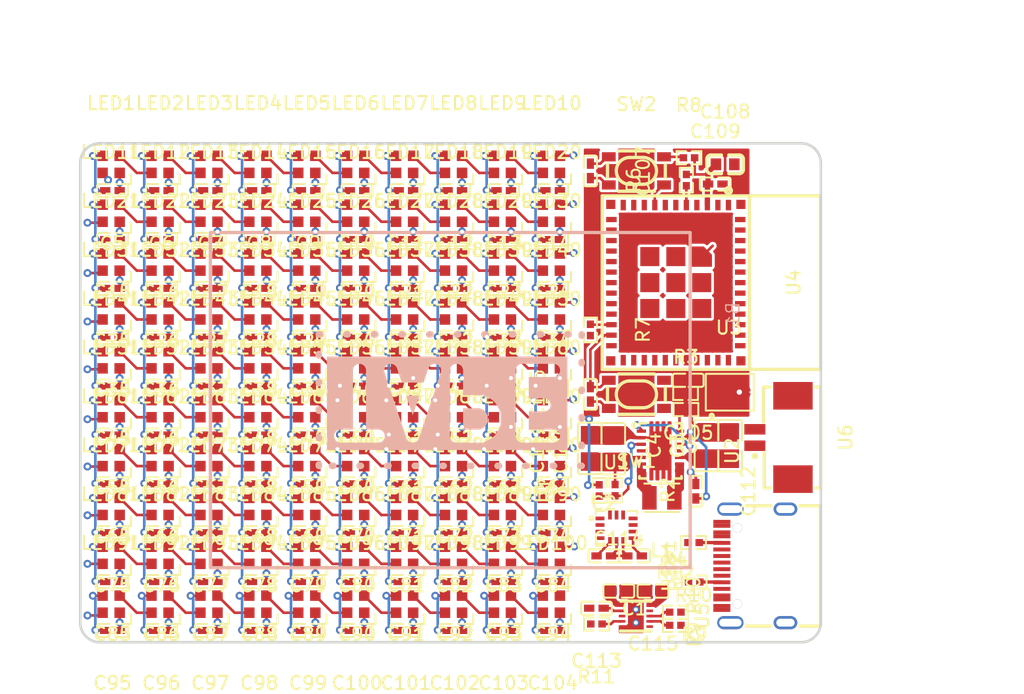
<source format=kicad_pcb>
(kicad_pcb (version 20241229) (generator "pcbnew") (generator_version "9.0")
  (layers (0 "F.Cu" signal) (2 "B.Cu" signal) (13 "F.Paste" user) (15 "B.Paste" user) (5 "F.SilkS" user "F.Silkscreen") (7 "B.SilkS" user "B.Silkscreen") (1 "F.Mask" user) (3 "B.Mask" user) (25 "Edge.Cuts" user))
  (net 0 "")
  (net 1 "SCL")
  (net 2 "led_grid.rows[1]-DOUT-1")
  (net 3 "led_grid.rows[0]-DOUT-1")
  (net 4 "B5")
  (net 5 "led_grid.rows[6]-DOUT-2")
  (net 6 "led_grid.rows[5]-DOUT-7")
  (net 7 "led_grid.rows[7]-DOUT-2")
  (net 8 "led_grid.rows[2]-DOUT-0")
  (net 9 "led_grid.rows[2]-DOUT-6")
  (net 10 "led_grid.rows[8]-DOUT-4")
  (net 11 "led_grid.rows[2]-DOUT-8")
  (net 12 "led_grid-line-6")
  (net 13 "led_grid.rows[5]-DOUT-1")
  (net 14 "led_grid.rows[4]-DOUT-7")
  (net 15 "led_grid.rows[6]-DOUT-5")
  (net 16 "led_grid.rows[4]-DOUT-5")
  (net 17 "led_grid.rows[6]-DOUT-1")
  (net 18 "led_grid.rows[0]-DOUT-3")
  (net 19 "CS")
  (net 20 "led_grid.rows[6]-DOUT-4")
  (net 21 "led_grid.rows[0]-DOUT-4")
  (net 22 "led_grid.rows[3]-DOUT-2")
  (net 23 "led_grid.rows[7]-DOUT-8")
  (net 24 "led_grid.rows[9]-DOUT-0")
  (net 25 "led_grid.rows[4]-DOUT-2")
  (net 26 "led_grid.rows[1]-DOUT-0")
  (net 27 "led_grid.rows[7]-DOUT-6")
  (net 28 "led_grid.rows[4]-DOUT-6")
  (net 29 "led_grid.rows[5]-DOUT-0")
  (net 30 "led_grid-line-9")
  (net 31 "led_grid.rows[1]-DOUT-2")
  (net 32 "led_grid.rows[8]-DOUT-2")
  (net 33 "led_grid-line-7")
  (net 34 "A8")
  (net 35 "led_grid.rows[1]-DOUT-6")
  (net 36 "led_grid.rows[5]-DOUT-3")
  (net 37 "led_grid.rows[9]-DOUT-8")
  (net 38 "led_grid.rows[2]-DOUT-4")
  (net 39 "led_grid.rows[1]-DOUT-7")
  (net 40 "INT1")
  (net 41 "led_grid.rows[4]-DOUT-4")
  (net 42 "led_grid.rows[8]-DOUT-1")
  (net 43 "led_grid.rows[2]-DOUT-2")
  (net 44 "led_grid.rows[2]-DOUT-1")
  (net 45 "led_grid.rows[5]-DOUT-6")
  (net 46 "led_grid.rows[1]-DOUT-5")
  (net 47 "led_grid.rows[9]-DOUT-4")
  (net 48 "A5")
  (net 49 "led_grid.rows[8]-DOUT-3")
  (net 50 "imu.package.footprint.pins[1].net-net")
  (net 51 "LR")
  (net 52 "led_grid.rows[0]-DOUT-7")
  (net 53 "led_grid-line-8")
  (net 54 "led_grid-line-4")
  (net 55 "led_grid.rows[9]-DOUT-1")
  (net 56 "led_grid-line-1")
  (net 57 "led_grid.rows[1]-DOUT-4")
  (net 58 "imu.package.footprint.pins[2].net-net")
  (net 59 "led_grid.rows[3]-DOUT-1")
  (net 60 "led_grid.rows[3]-DOUT-8")
  (net 61 "led_grid.rows[3]-DOUT-4")
  (net 62 "SDO_SA0")
  (net 63 "led_grid.rows[4]-DOUT-1")
  (net 64 "led_grid.rows[6]-DOUT-3")
  (net 65 "led_grid.rows[8]-DOUT-5")
  (net 66 "led_grid.rows[3]-DOUT-6")
  (net 67 "led_grid.rows[0]-DOUT-0")
  (net 68 "led_grid.rows[9]-DOUT-7")
  (net 69 "led_grid.rows[2]-DOUT-7")
  (net 70 "led_grid.rows[7]-DOUT-5")
  (net 71 "led_grid.rows[7]-DOUT-1")
  (net 72 "led_grid.rows[0]-DOUT-6")
  (net 73 "led_grid-line-2")
  (net 74 "input")
  (net 75 "led_grid.rows[8]-DOUT-0")
  (net 76 "led_grid.rows[1]-DOUT-3")
  (net 77 "led_grid.rows[5]-DOUT-2")
  (net 78 "led_grid.rows[2]-DOUT-5")
  (net 79 "led_grid.rows[9]-DOUT-6")
  (net 80 "hv")
  (net 81 "led_grid.rows[1]-DOUT-8")
  (net 82 "led_grid.rows[8]-DOUT-7")
  (net 83 "led_grid.rows[3]-DOUT-5")
  (net 84 "led_grid.rows[4]-DOUT-3")
  (net 85 "led_grid.rows[8]-DOUT-6")
  (net 86 "led_grid.rows[7]-DOUT-4")
  (net 87 "led_grid.rows[4]-DOUT-8")
  (net 88 "led_grid.rows[5]-DOUT-5")
  (net 89 "SDA")
  (net 90 "led_grid.rows[3]-DOUT-7")
  (net 91 "led_grid.rows[8]-DOUT-8")
  (net 92 "led_grid.rows[9]-DOUT-2")
  (net 93 "led_grid.rows[0]-DOUT-5")
  (net 94 "led_grid-line-0")
  (net 95 "led_grid.rows[3]-DOUT-0")
  (net 96 "B8")
  (net 97 "SDx")
  (net 98 "led_grid-line-3")
  (net 99 "led_grid.rows[7]-DOUT-3")
  (net 100 "led_grid-line-5")
  (net 101 "led_grid.rows[0]-DOUT-8")
  (net 102 "led_grid.rows[6]-DOUT-0")
  (net 103 "led_grid.rows[9]-DOUT-3")
  (net 104 "led_grid.rows[6]-DOUT-6")
  (net 105 "led_grid.rows[9]-DOUT-5")
  (net 106 "led_grid.rows[3]-DOUT-3")
  (net 107 "led_grid.rows[7]-DOUT-7")
  (net 108 "led_grid.rows[6]-DOUT-7")
  (net 109 "led_grid.rows[5]-DOUT-8")
  (net 110 "led_grid.rows[4]-DOUT-0")
  (net 111 "INT2")
  (net 112 "led_grid.rows[6]-DOUT-8")
  (net 113 "led_grid.rows[7]-DOUT-0")
  (net 114 "led_grid.rows[0]-DOUT-2")
  (net 115 "led_grid.rows[5]-DOUT-4")
  (net 116 "SCx")
  (net 117 "led_grid.rows[2]-DOUT-3")
  (net 118 "micro.esp32_module.package.footprint.pins[17].net-net")
  (net 119 "micro.esp32_module.package.footprint.pins[1].net-net")
  (net 120 "A7")
  (net 121 "micro.esp32_module.package.footprint.pins[26].net-net")
  (net 122 "micro.esp32_module.package.footprint.pins[6].net-net")
  (net 123 "micro.esp32_module.package.footprint.pins[27].net-net")
  (net 124 "output-1")
  (net 125 "micro.esp32_module.package.footprint.pins[28].net-net")
  (net 126 "line-4")
  (net 127 "micro.esp32_module.package.footprint.pins[52].net-net")
  (net 128 "A6")
  (net 129 "output-0")
  (net 130 "micro.esp32_module.package.footprint.pins[33].net-net")
  (net 131 "line-3")
  (net 132 "micro.esp32_module.package.footprint.pins[25].net-net")
  (net 133 "micro.esp32_module.package.footprint.pins[21].net-net")
  (net 134 "line-13")
  (net 135 "line-0")
  (net 136 "line-2")
  (net 137 "line-12")
  (net 138 "line-1")
  (net 139 "line-9")
  (net 140 "line-10")
  (net 141 "micro.esp32_module.package.footprint.pins[50].net-net")
  (net 142 "line-5")
  (net 143 "micro.esp32_module.package.footprint.pins[8].net-net")
  (net 144 "line-6")
  (net 145 "micro.esp32_module.package.footprint.pins[16].net-net")
  (net 146 "micro.esp32_module.package.footprint.pins[20].net-net")
  (net 147 "STAT2")
  (net 148 "L2")
  (net 149 "L1")
  (net 150 "line-8")
  (net 151 "EN")
  (net 152 "FB")
  (net 153 "STAT1")
  (net 154 "PG")
  (net 155 "line-7")
  (net 156 "TS_MR")
  (net 157 "-hv")
  (net 158 "ISET")
  (net 159 "ILIM_VSET")
  (net 160 "nCE")
  (net 161 "gnd")
  (net 162 "IN")
  (net 163 "line-11")
  (net 164 "BAT")
  (net 165 "mic.package.footprint.pins[0].net-net")
  (net 166 "usb_c.conn.footprint.pins[0].net-net")
  (footprint "Samsung_Electro_Mechanics_CL05B104KO5NNNC:C0402" (layer "F.Cu") (at 89.514445 87.98 180)
    (property "Reference" "C20")
    (property "Value" "100nF ±10% 16V X7R")
  )
  (footprint "Samsung_Electro_Mechanics_CL05B104KO5NNNC:C0402" (layer "F.Cu") (at 100.677778 102.851111 180)
    (property "Reference" "C63")
    (property "Value" "100nF ±10% 16V X7R")
  )
  (footprint "OPSCO_SK6805_EC20:LED-SMD_4P-L2.0-W2.0-BR" (layer "F.Cu") (at 85.693333 97.133333)
    (property "Reference" "LED45")
    (property "Value" "")
  )
  (footprint "OPSCO_SK6805_EC20:LED-SMD_4P-L2.0-W2.0-BR" (layer "F.Cu") (at 70.808889 93.415555)
    (property "Reference" "LED31")
    (property "Value" "")
  )
  (footprint "OPSCO_SK6805_EC20:LED-SMD_4P-L2.0-W2.0-BR" (layer "F.Cu") (at 100.577778 93.415555)
    (property "Reference" "LED39")
    (property "Value" "")
  )
  (footprint "Samsung_Electro_Mechanics_CL05B104KO5NNNC:C0402" (layer "F.Cu") (at 85.793333 110.286666 180)
    (property "Reference" "C79")
    (property "Value" "100nF ±10% 16V X7R")
  )
  (footprint "Samsung_Electro_Mechanics_CL05B104KO5NNNC:C0402" (layer "F.Cu") (at 89.514445 102.851111 180)
    (property "Reference" "C60")
    (property "Value" "100nF ±10% 16V X7R")
  )
  (footprint "Samsung_Electro_Mechanics_CL05B104KO5NNNC:C0402" (layer "F.Cu") (at 89.514445 106.568889 180)
    (property "Reference" "C70")
    (property "Value" "100nF ±10% 16V X7R")
  )
  (footprint "Samsung_Electro_Mechanics_CL05B104KO5NNNC:C0402" (layer "F.Cu") (at 100.677778 106.568889 180)
    (property "Reference" "C73")
    (property "Value" "100nF ±10% 16V X7R")
  )
  (footprint "Samsung_Electro_Mechanics_CL05B104KO5NNNC:C0402" (layer "F.Cu") (at 96.956667 84.262222 180)
    (property "Reference" "C12")
    (property "Value" "100nF ±10% 16V X7R")
  )
  (footprint "OPSCO_SK6805_EC20:LED-SMD_4P-L2.0-W2.0-BR" (layer "F.Cu") (at 78.251111 100.851111)
    (property "Reference" "LED53")
    (property "Value" "")
  )
  (footprint "UNI_ROYAL_0402WGF1002TCE:R0402" (layer "F.Cu") (at 114.57 83.46 90)
    (property "Reference" "R6" (hide yes))
    (property "Value" "10kΩ ±1% 62.5mW")
  )
  (footprint "UNI_ROYAL_0402WGF1802TCE:R0402" (layer "F.Cu") (at 113.73 117.33)
    (property "Reference" "R12")
    (property "Value" "18kΩ ±1% 62.5mW")
  )
  (footprint "Samsung_Electro_Mechanics_CL05B104KO5NNNC:C0402" (layer "F.Cu") (at 70.908889 114.004444 180)
    (property "Reference" "C85")
    (property "Value" "100nF ±10% 16V X7R")
  )
  (footprint "OPSCO_SK6805_EC20:LED-SMD_4P-L2.0-W2.0-BR" (layer "F.Cu") (at 89.414445 85.98)
    (property "Reference" "LED16")
    (property "Value" "")
  )
  (footprint "OPSCO_SK6805_EC20:LED-SMD_4P-L2.0-W2.0-BR" (layer "F.Cu") (at 93.135556 112.004444)
    (property "Reference" "LED87")
    (property "Value" "")
  )
  (footprint "OPSCO_SK6805_EC20:LED-SMD_4P-L2.0-W2.0-BR" (layer "F.Cu") (at 104.298889 112.004444)
    (property "Reference" "LED90")
    (property "Value" "")
  )
  (footprint "OPSCO_SK6805_EC20:LED-SMD_4P-L2.0-W2.0-BR" (layer "F.Cu") (at 96.856667 93.415555)
    (property "Reference" "LED38")
    (property "Value" "")
  )
  (footprint "OPSCO_SK6805_EC20:LED-SMD_4P-L2.0-W2.0-BR" (layer "F.Cu") (at 74.53 85.98)
    (property "Reference" "LED12")
    (property "Value" "")
  )
  (footprint "Samsung_Electro_Mechanics_CL05A105KA5NQNC:C0402" (layer "F.Cu") (at 112.03 114.73 180)
    (property "Reference" "C115")
    (property "Value" "1µF ±10% 25V X5R")
  )
  (footprint "OPSCO_SK6805_EC20:LED-SMD_4P-L2.0-W2.0-BR" (layer "F.Cu") (at 89.414445 115.722222)
    (property "Reference" "LED96")
    (property "Value" "")
  )
  (footprint "OPSCO_SK6805_EC20:LED-SMD_4P-L2.0-W2.0-BR" (layer "F.Cu") (at 78.251111 112.004444)
    (property "Reference" "LED83")
    (property "Value" "")
  )
  (footprint "OPSCO_SK6805_EC20:LED-SMD_4P-L2.0-W2.0-BR" (layer "F.Cu") (at 96.856667 108.286666)
    (property "Reference" "LED78")
    (property "Value" "")
  )
  (footprint "Samsung_Electro_Mechanics_CL05B104KO5NNNC:C0402" (layer "F.Cu") (at 93.235556 87.98 180)
    (property "Reference" "C21")
    (property "Value" "100nF ±10% 16V X7R")
  )
  (footprint "Samsung_Electro_Mechanics_CL05B104KO5NNNC:C0402" (layer "F.Cu") (at 78.351111 99.133333 180)
    (property "Reference" "C47")
    (property "Value" "100nF ±10% 16V X7R")
  )
  (footprint "OPSCO_SK6805_EC20:LED-SMD_4P-L2.0-W2.0-BR" (layer "F.Cu") (at 85.693333 85.98)
    (property "Reference" "LED15")
    (property "Value" "")
  )
  (footprint "Samsung_Electro_Mechanics_CL21A106KAYNNNE:C0805" (layer "F.Cu") (at 107.22 103.87 90)
    (property "Reference" "C111")
    (property "Value" "10µF ±10% 25V X5R")
  )
  (footprint "BQ25185DLHR_BQ25185DLHR:WSON-10_L2.2-W2.0-P0.40-BL-EP_TI_DLH0010A" (layer "F.Cu") (at 110.73 116.63 -90)
    (property "Reference" "U5")
    (property "Value" "")
  )
  (footprint "OPSCO_SK6805_EC20:LED-SMD_4P-L2.0-W2.0-BR" (layer "F.Cu") (at 74.53 100.851111)
    (property "Reference" "LED52")
    (property "Value" "")
  )
  (footprint "OPSCO_SK6805_EC20:LED-SMD_4P-L2.0-W2.0-BR" (layer "F.Cu") (at 93.135556 93.415555)
    (property "Reference" "LED37")
    (property "Value" "")
  )
  (footprint "Samsung_Electro_Mechanics_CL05B104KO5NNNC:C0402" (layer "F.Cu") (at 78.351111 110.286666 180)
    (property "Reference" "C77")
    (property "Value" "100nF ±10% 16V X7R")
  )
  (footprint "OPSCO_SK6805_EC20:LED-SMD_4P-L2.0-W2.0-BR" (layer "F.Cu") (at 81.972222 97.133333)
    (property "Reference" "LED44")
    (property "Value" "")
  )
  (footprint "Samsung_Electro_Mechanics_CL05B104KO5NNNC:C0402" (layer "F.Cu") (at 82.072222 114.004444 180)
    (property "Reference" "C88")
    (property "Value" "100nF ±10% 16V X7R")
  )
  (footprint "Samsung_Electro_Mechanics_CL05B104KO5NNNC:C0402" (layer "F.Cu") (at 82.072222 102.851111 180)
    (property "Reference" "C58")
    (property "Value" "100nF ±10% 16V X7R")
  )
  (footprint "UNI_ROYAL_0402WGF4701TCE:R0402" (layer "F.Cu") (at 115.12043 111.036405 180)
    (property "Reference" "R10")
    (property "Value" "4.7kΩ ±1% 62.5mW")
  )
  (footprint "OPSCO_SK6805_EC20:LED-SMD_4P-L2.0-W2.0-BR" (layer "F.Cu") (at 74.53 93.415555)
    (property "Reference" "LED32")
    (property "Value" "")
  )
  (footprint "STMicroelectronics_LSM6DS3TR_C:LGA-14_L3.0-W2.5-P0.50-TL" (layer "F.Cu") (at 109.26 109.95)
    (property "Reference" "U1")
    (property "Value" "")
  )
  (footprint "OPSCO_SK6805_EC20:LED-SMD_4P-L2.0-W2.0-BR" (layer "F.Cu") (at 74.53 82.262222)
    (property "Reference" "LED2")
    (property "Value" "")
  )
  (footprint "Samsung_Electro_Mechanics_CL05B104KO5NNNC:C0402" (layer "F.Cu") (at 78.351111 91.697778 180)
    (property "Reference" "C27")
    (property "Value" "100nF ±10% 16V X7R")
  )
  (footprint "Samsung_Electro_Mechanics_CL21A106KAYNNNE:C0805" (layer "F.Cu") (at 109.01 103.9 90)
    (property "Reference" "C110")
    (property "Value" "10µF ±10% 25V X5R")
  )
  (footprint "Samsung_Electro_Mechanics_CL05B104KO5NNNC:C0402" (layer "F.Cu") (at 85.793333 84.262222 180)
    (property "Reference" "C9")
    (property "Value" "100nF ±10% 16V X7R")
  )
  (footprint "Samsung_Electro_Mechanics_CL05B104KO5NNNC:C0402" (layer "F.Cu") (at 70.908889 99.133333 180)
    (property "Reference" "C45")
    (property "Value" "100nF ±10% 16V X7R")
  )
  (footprint "Samsung_Electro_Mechanics_CL05B104KO5NNNC:C0402" (layer "F.Cu") (at 116.77 83.76)
    (property "Reference" "C109" (hide yes))
    (property "Value" "100nF ±10% 16V X7R")
  )
  (footprint "Samsung_Electro_Mechanics_CL05B104KO5NNNC:C0402" (layer "F.Cu") (at 93.235556 95.415555 180)
    (property "Reference" "C41")
    (property "Value" "100nF ±10% 16V X7R")
  )
  (footprint "OPSCO_SK6805_EC20:LED-SMD_4P-L2.0-W2.0-BR" (layer "F.Cu") (at 78.251111 82.262222)
    (property "Reference" "LED3")
    (property "Value" "")
  )
  (footprint "Samsung_Electro_Mechanics_CL05B104KO5NNNC:C0402" (layer "F.Cu") (at 114.71 98.69 180)
    (property "Reference" "C105")
    (property "Value" "100nF ±10% 16V X7R")
  )
  (footprint "OPSCO_SK6805_EC20:LED-SMD_4P-L2.0-W2.0-BR" (layer "F.Cu") (at 93.135556 104.568889)
    (property "Reference" "LED67")
    (property "Value" "")
  )
  (footprint "OPSCO_SK6805_EC20:LED-SMD_4P-L2.0-W2.0-BR" (layer "F.Cu") (at 85.693333 100.851111)
    (property "Reference" "LED55")
    (property "Value" "")
  )
  (footprint "Samsung_Electro_Mechanics_CL05B104KO5NNNC:C0402" (layer "F.Cu") (at 104.398889 91.697778 180)
    (property "Reference" "C34")
    (property "Value" "100nF ±10% 16V X7R")
  )
  (footprint "UNI_ROYAL_0402WGF5602TCE:R0402" (layer "F.Cu") (at 109.15 107.05 -90)
    (property "Reference" "R2")
    (property "Value" "56kΩ ±1% 62.5mW")
  )
  (footprint "Samsung_Electro_Mechanics_CL05B104KO5NNNC:C0402" (layer "F.Cu") (at 74.63 95.415555 180)
    (property "Reference" "C36")
    (property "Value" "100nF ±10% 16V X7R")
  )
  (footprint "Samsung_Electro_Mechanics_CL05B104KO5NNNC:C0402" (layer "F.Cu") (at 107.27 82.76 -90)
    (property "Reference" "C107" (hide yes))
    (property "Value" "100nF ±10% 16V X7R")
  )
  (footprint "OPSCO_SK6805_EC20:LED-SMD_4P-L2.0-W2.0-BR" (layer "F.Cu") (at 96.856667 104.568889)
    (property "Reference" "LED68")
    (property "Value" "")
  )
  (footprint "Samsung_Electro_Mechanics_CL05B104KO5NNNC:C0402" (layer "F.Cu") (at 74.63 114.004444 180)
    (property "Reference" "C86")
    (property "Value" "100nF ±10% 16V X7R")
  )
  (footprint "Samsung_Electro_Mechanics_CL05B104KO5NNNC:C0402" (layer "F.Cu") (at 74.63 106.568889 180)
    (property "Reference" "C66")
    (property "Value" "100nF ±10% 16V X7R")
  )
  (footprint "Samsung_Electro_Mechanics_CL05B104KO5NNNC:C0402" (layer "F.Cu") (at 93.235556 117.722222 180)
    (property "Reference" "C101")
    (property "Value" "100nF ±10% 16V X7R")
  )
  (footprint "Samsung_Electro_Mechanics_CL05B104KO5NNNC:C0402" (layer "F.Cu") (at 115.29 107.13 -90)
    (property "Reference" "C112")
    (property "Value" "100nF ±10% 16V X7R")
  )
  (footprint "OPSCO_SK6805_EC20:LED-SMD_4P-L2.0-W2.0-BR" (layer "F.Cu") (at 78.251111 93.415555)
    (property "Reference" "LED33")
    (property "Value" "")
  )
  (footprint "OPSCO_SK6805_EC20:LED-SMD_4P-L2.0-W2.0-BR" (layer "F.Cu") (at 89.414445 97.133333)
    (property "Reference" "LED46")
    (property "Value" "")
  )
  (footprint "Samsung_Electro_Mechanics_CL05B104KO5NNNC:C0402" (layer "F.Cu") (at 104.398889 87.98 180)
    (property "Reference" "C24")
    (property "Value" "100nF ±10% 16V X7R")
  )
  (footprint "Samsung_Electro_Mechanics_CL05B104KO5NNNC:C0402" (layer "F.Cu") (at 89.514445 114.004444 180)
    (property "Reference" "C90")
    (property "Value" "100nF ±10% 16V X7R")
  )
  (footprint "Samsung_Electro_Mechanics_CL05B104KO5NNNC:C0402" (layer "F.Cu") (at 104.398889 95.415555 180)
    (property "Reference" "C44")
    (property "Value" "100nF ±10% 16V X7R")
  )
  (footprint "OPSCO_SK6805_EC20:LED-SMD_4P-L2.0-W2.0-BR" (layer "F.Cu") (at 104.298889 85.98)
    (property "Reference" "LED20")
    (property "Value" "")
  )
  (footprint "OPSCO_SK6805_EC20:LED-SMD_4P-L2.0-W2.0-BR" (layer "F.Cu") (at 93.135556 82.262222)
    (property "Reference" "LED7")
    (property "Value" "")
  )
  (footprint "Samsung_Electro_Mechanics_CL05B104KO5NNNC:C0402" (layer "F.Cu") (at 78.351111 117.722222 180)
    (property "Reference" "C97")
    (property "Value" "100nF ±10% 16V X7R")
  )
  (footprint "OPSCO_SK6805_EC20:LED-SMD_4P-L2.0-W2.0-BR" (layer "F.Cu") (at 85.693333 108.286666)
    (property "Reference" "LED75")
    (property "Value" "")
  )
  (footprint "OPSCO_SK6805_EC20:LED-SMD_4P-L2.0-W2.0-BR" (layer "F.Cu") (at 96.856667 97.133333)
    (property "Reference" "LED48")
    (property "Value" "")
  )
  (footprint "OPSCO_SK6805_EC20:LED-SMD_4P-L2.0-W2.0-BR" (layer "F.Cu") (at 81.972222 100.851111)
    (property "Reference" "LED54")
    (property "Value" "")
  )
  (footprint "UNI_ROYAL_0402WGF1002TCE:R0402" (layer "F.Cu") (at 107.27 94.86 -90)
    (property "Reference" "R7" (hide yes))
    (property "Value" "10kΩ ±1% 62.5mW")
  )
  (footprint "Samsung_Electro_Mechanics_CL05B104KO5NNNC:C0402" (layer "F.Cu") (at 100.677778 91.697778 180)
    (property "Reference" "C33")
    (property "Value" "100nF ±10% 16V X7R")
  )
  (footprint "OPSCO_SK6805_EC20:LED-SMD_4P-L2.0-W2.0-BR" (layer "F.Cu") (at 70.808889 115.722222)
    (property "Reference" "LED91")
    (property "Value" "")
  )
  (footprint "MOLEX_532610271:CONN-SMD_532610271" (layer "F.Cu") (at 121.23 103.04 -90)
    (property "Reference" "U6")
    (property "Value" "")
  )
  (footprint "OPSCO_SK6805_EC20:LED-SMD_4P-L2.0-W2.0-BR" (layer "F.Cu") (at 74.53 97.133333)
    (property "Reference" "LED42")
    (property "Value" "")
  )
  (footprint "OPSCO_SK6805_EC20:LED-SMD_4P-L2.0-W2.0-BR" (layer "F.Cu") (at 104.298889 104.568889)
    (property "Reference" "LED70")
    (property "Value" "")
  )
  (footprint "Samsung_Electro_Mechanics_CL05B104KO5NNNC:C0402" (layer "F.Cu") (at 70.908889 87.98 180)
    (property "Reference" "C15")
    (property "Value" "100nF ±10% 16V X7R")
  )
  (footprint "OPSCO_SK6805_EC20:LED-SMD_4P-L2.0-W2.0-BR" (layer "F.Cu") (at 96.856667 112.004444)
    (property "Reference" "LED88")
    (property "Value" "")
  )
  (footprint "OPSCO_SK6805_EC20:LED-SMD_4P-L2.0-W2.0-BR" (layer "F.Cu") (at 100.577778 97.133333)
    (property "Reference" "LED49")
    (property "Value" "")
  )
  (footprint "Samsung_Electro_Mechanics_CL05B104KO5NNNC:C0402" (layer "F.Cu") (at 100.677778 87.98 180)
    (property "Reference" "C23")
    (property "Value" "100nF ±10% 16V X7R")
  )
  (footprint "Samsung_Electro_Mechanics_CL05B104KO5NNNC:C0402" (layer "F.Cu") (at 100.677778 99.133333 180)
    (property "Reference" "C53")
    (property "Value" "100nF ±10% 16V X7R")
  )
  (footprint "Samsung_Electro_Mechanics_CL05B104KO5NNNC:C0402" (layer "F.Cu") (at 82.072222 87.98 180)
    (property "Reference" "C18")
    (property "Value" "100nF ±10% 16V X7R")
  )
  (footprint "Samsung_Electro_Mechanics_CL05B104KO5NNNC:C0402" (layer "F.Cu") (at 78.351111 84.262222 180)
    (property "Reference" "C7")
    (property "Value" "100nF ±10% 16V X7R")
  )
  (footprint "Samsung_Electro_Mechanics_CL05B104KO5NNNC:C0402" (layer "F.Cu") (at 78.351111 114.004444 180)
    (property "Reference" "C87")
    (property "Value" "100nF ±10% 16V X7R")
  )
  (footprint "Samsung_Electro_Mechanics_CL05B104KO5NNNC:C0402" (layer "F.Cu") (at 85.793333 87.98 180)
    (property "Reference" "C19")
    (property "Value" "100nF ±10% 16V X7R")
  )
  (footprint "Samsung_Electro_Mechanics_CL05B104KO5NNNC:C0402" (layer "F.Cu") (at 104.398889 114.004444 180)
    (property "Reference" "C94")
    (property "Value" "100nF ±10% 16V X7R")
  )
  (footprint "Samsung_Electro_Mechanics_CL05B104KO5NNNC:C0402" (layer "F.Cu") (at 93.235556 106.568889 180)
    (property "Reference" "C71")
    (property "Value" "100nF ±10% 16V X7R")
  )
  (footprint "Samsung_Electro_Mechanics_CL05B104KO5NNNC:C0402" (layer "F.Cu") (at 82.072222 91.697778 180)
    (property "Reference" "C28")
    (property "Value" "100nF ±10% 16V X7R")
  )
  (footprint "OPSCO_SK6805_EC20:LED-SMD_4P-L2.0-W2.0-BR" (layer "F.Cu") (at 70.808889 85.98)
    (property "Reference" "LED11")
    (property "Value" "")
  )
  (footprint "OPSCO_SK6805_EC20:LED-SMD_4P-L2.0-W2.0-BR" (layer "F.Cu") (at 81.972222 89.697778)
    (property "Reference" "LED24")
    (property "Value" "")
  )
  (footprint "Samsung_Electro_Mechanics_CL10A226MQ8NRNC:C0603" (layer "F.Cu") (at 117.52 82.26)
    (property "Reference" "C108" (hide yes))
    (property "Value" "22µF ±20% 6.3V X5R")
  )
  (footprint "Samsung_Electro_Mechanics_CL05B104KO5NNNC:C0402" (layer "F.Cu") (at 74.63 91.697778 180)
    (property "Reference" "C26")
    (property "Value" "100nF ±10% 16V X7R")
  )
  (footprint "UNI_ROYAL_0402WGF1003TCE:R0402" (layer "F.Cu") (at 114.51 99.69 180)
    (property "Reference" "R5")
    (property "Value" "100kΩ ±1% 62.5mW")
  )
  (footprint "Samsung_Electro_Mechanics_CL05B104KO5NNNC:C0402" (layer "F.Cu") (at 74.63 99.133333 180)
    (property "Reference" "C46")
    (property "Value" "100nF ±10% 16V X7R")
  )
  (footprint "OPSCO_SK6805_EC20:LED-SMD_4P-L2.0-W2.0-BR" (layer "F.Cu") (at 81.972222 112.004444)
    (property "Reference" "LED84")
    (property "Value" "")
  )
  (footprint "OPSCO_SK6805_EC20:LED-SMD_4P-L2.0-W2.0-BR" (layer "F.Cu") (at 70.808889 100.851111)
    (property "Reference" "LED51")
    (property "Value" "")
  )
  (footprint "OPSCO_SK6805_EC20:LED-SMD_4P-L2.0-W2.0-BR" (layer "F.Cu") (at 85.693333 89.697778)
    (property "Reference" "LED25")
    (property "Value" "")
  )
  (footprint "OPSCO_SK6805_EC20:LED-SMD_4P-L2.0-W2.0-BR" (layer "F.Cu") (at 70.808889 112.004444)
    (property "Reference" "LED81")
    (property "Value" "")
  )
  (footprint "Samsung_Electro_Mechanics_CL05B104KO5NNNC:C0402" (layer "F.Cu") (at 96.956667 114.004444 180)
    (property "Reference" "C92")
    (property "Value" "100nF ±10% 16V X7R")
  )
  (footprint "Samsung_Electro_Mechanics_CL05B104KO5NNNC:C0402" (layer "F.Cu") (at 74.63 84.262222 180)
    (property "Reference" "C6")
    (property "Value" "100nF ±10% 16V X7R")
  )
  (footprint "Samsung_Electro_Mechanics_CL05B104KO5NNNC:C0402" (layer "F.Cu") (at 74.63 110.286666 180)
    (property "Reference" "C76")
    (property "Value" "100nF ±10% 16V X7R")
  )
  (footprint "Samsung_Electro_Mechanics_CL05B104KO5NNNC:C0402" (layer "F.Cu") (at 100.677778 117.722222 180)
    (property "Reference" "C103")
    (property "Value" "100nF ±10% 16V X7R")
  )
  (footprint "Samsung_Electro_Mechanics_CL05A105KA5NQNC:C0402" (layer "F.Cu") (at 107.73 116.03 180)
    (property "Reference" "C113")
    (property "Value" "1µF ±10% 25V X5R")
  )
  (footprint "Murata_Electronics_GRM155R60J106ME44D:C0402" (layer "F.Cu") (at 109.43 114.73)
    (property "Reference" "C114")
    (property "Value" "10µF ±20% 6.3V X5R")
  )
  (footprint "Samsung_Electro_Mechanics_CL05B104KO5NNNC:C0402" (layer "F.Cu") (at 74.63 87.98 180)
    (property "Reference" "C16")
    (property "Value" "100nF ±10% 16V X7R")
  )
  (footprint "Samsung_Electro_Mechanics_CL05B104KO5NNNC:C0402" (layer "F.Cu") (at 85.793333 99.133333 180)
    (property "Reference" "C49")
    (property "Value" "100nF ±10% 16V X7R")
  )
  (footprint "OPSCO_SK6805_EC20:LED-SMD_4P-L2.0-W2.0-BR" (layer "F.Cu") (at 96.856667 100.851111)
    (property "Reference" "LED58")
    (property "Value" "")
  )
  (footprint "Samsung_Electro_Mechanics_CL05B104KO5NNNC:C0402" (layer "F.Cu") (at 89.514445 110.286666 180)
    (property "Reference" "C80")
    (property "Value" "100nF ±10% 16V X7R")
  )
  (footprint "Samsung_Electro_Mechanics_CL05B104KO5NNNC:C0402" (layer "F.Cu") (at 96.956667 91.697778 180)
    (property "Reference" "C32")
    (property "Value" "100nF ±10% 16V X7R")
  )
  (footprint "OPSCO_SK6805_EC20:LED-SMD_4P-L2.0-W2.0-BR" (layer "F.Cu") (at 81.972222 85.98)
    (property "Reference" "LED14")
    (property "Value" "")
  )
  (footprint "Samsung_Electro_Mechanics_CL05B104KO5NNNC:C0402" (layer "F.Cu") (at 104.398889 110.286666 180)
    (property "Reference" "C84")
    (property "Value" "100nF ±10% 16V X7R")
  )
  (footprint "Samsung_Electro_Mechanics_CL05B104KO5NNNC:C0402" (layer "F.Cu") (at 74.63 102.851111 180)
    (property "Reference" "C56")
    (property "Value" "100nF ±10% 16V X7R")
  )
  (footprint "Samsung_Electro_Mechanics_CL05B104KO5NNNC:C0402" (layer "F.Cu") (at 85.793333 117.722222 180)
    (property "Reference" "C99")
    (property "Value" "100nF ±10% 16V X7R")
  )
  (footprint "OPSCO_SK6805_EC20:LED-SMD_4P-L2.0-W2.0-BR" (layer "F.Cu") (at 89.414445 112.004444)
    (property "Reference" "LED86")
    (property "Value" "")
  )
  (footprint "OPSCO_SK6805_EC20:LED-SMD_4P-L2.0-W2.0-BR" (layer "F.Cu") (at 85.693333 93.415555)
    (property "Reference" "LED35")
    (property "Value" "")
  )
  (footprint "Samsung_Electro_Mechanics_CL05B104KO5NNNC:C0402" (layer "F.Cu") (at 96.956667 99.133333 180)
    (property "Reference" "C52")
    (property "Value" "100nF ±10% 16V X7R")
  )
  (footprint "OPSCO_SK6805_EC20:LED-SMD_4P-L2.0-W2.0-BR" (layer "F.Cu") (at 70.808889 97.133333)
    (property "Reference" "LED41")
    (property "Value" "")
  )
  (footprint "Samsung_Electro_Mechanics_CL05B104KO5NNNC:C0402" (layer "F.Cu") (at 104.398889 84.262222 180)
    (property "Reference" "C14")
    (property "Value" "100nF ±10% 16V X7R")
  )
  (footprint "OPSCO_SK6805_EC20:LED-SMD_4P-L2.0-W2.0-BR" (layer "F.Cu") (at 74.53 89.697778)
    (property "Reference" "LED22")
    (property "Value" "")
  )
  (footprint "OPSCO_SK6805_EC20:LED-SMD_4P-L2.0-W2.0-BR" (layer "F.Cu") (at 78.251111 89.697778)
    (property "Reference" "LED23")
    (property "Value" "")
  )
  (footprint "OPSCO_SK6805_EC20:LED-SMD_4P-L2.0-W2.0-BR" (layer "F.Cu") (at 104.298889 97.133333)
    (property "Reference" "LED50")
    (property "Value" "")
  )
  (footprint "Samsung_Electro_Mechanics_CL05B104KO5NNNC:C0402" (layer "F.Cu") (at 82.072222 117.722222 180)
    (property "Reference" "C98")
    (property "Value" "100nF ±10% 16V X7R")
  )
  (footprint "Samsung_Electro_Mechanics_CL05B104KO5NNNC:C0402" (layer "F.Cu") (at 93.235556 102.851111 180)
    (property "Reference" "C61")
    (property "Value" "100nF ±10% 16V X7R")
  )
  (footprint "OPSCO_SK6805_EC20:LED-SMD_4P-L2.0-W2.0-BR" (layer "F.Cu") (at 85.693333 112.004444)
    (property "Reference" "LED85")
    (property "Value" "")
  )
  (footprint "Samsung_Electro_Mechanics_CL05B104KO5NNNC:C0402" (layer "F.Cu") (at 104.398889 117.722222 180)
    (property "Reference" "C104")
    (property "Value" "100nF ±10% 16V X7R")
  )
  (footprint "UNI_ROYAL_0402WGF1002TCE:R0402" (layer "F.Cu") (at 107.94 107.07 90)
    (property "Reference" "R1")
    (property "Value" "10kΩ ±1% 62.5mW")
  )
  (footprint "Samsung_Electro_Mechanics_CL05B104KO5NNNC:C0402" (layer "F.Cu") (at 104.398889 106.568889 180)
    (property "Reference" "C74")
    (property "Value" "100nF ±10% 16V X7R")
  )
  (footprint "Samsung_Electro_Mechanics_CL05B104KO5NNNC:C0402" (layer "F.Cu") (at 78.351111 106.568889 180)
    (property "Reference" "C67")
    (property "Value" "100nF ±10% 16V X7R")
  )
  (footprint "OPSCO_SK6805_EC20:LED-SMD_4P-L2.0-W2.0-BR" (layer "F.Cu") (at 100.577778 115.722222)
    (property "Reference" "LED99")
    (property "Value" "")
  )
  (footprint "OPSCO_SK6805_EC20:LED-SMD_4P-L2.0-W2.0-BR" (layer "F.Cu") (at 96.856667 89.697778)
    (property "Reference" "LED28")
    (property "Value" "")
  )
  (footprint "OPSCO_SK6805_EC20:LED-SMD_4P-L2.0-W2.0-BR" (layer "F.Cu") (at 89.414445 104.568889)
    (property "Reference" "LED66")
    (property "Value" "")
  )
  (footprint "Samsung_Electro_Mechanics_CL05B104KO5NNNC:C0402" (layer "F.Cu") (at 70.908889 102.851111 180)
    (property "Reference" "C55")
    (property "Value" "100nF ±10% 16V X7R")
  )
  (footprint "Samsung_Electro_Mechanics_CL05B104KO5NNNC:C0402" (layer "F.Cu") (at 100.677778 114.004444 180)
    (property "Reference" "C93")
    (property "Value" "100nF ±10% 16V X7R")
  )
  (footprint "OPSCO_SK6805_EC20:LED-SMD_4P-L2.0-W2.0-BR" (layer "F.Cu") (at 96.856667 82.262222)
    (property "Reference" "LED8")
    (property "Value" "")
  )
  (footprint "OPSCO_SK6805_EC20:LED-SMD_4P-L2.0-W2.0-BR" (layer "F.Cu") (at 93.135556 89.697778)
    (property "Reference" "LED27")
    (property "Value" "")
  )
  (footprint "Samsung_Electro_Mechanics_CL05B104KO5NNNC:C0402" (layer "F.Cu") (at 74.63 117.722222 180)
    (property "Reference" "C96")
    (property "Value" "100nF ±10% 16V X7R")
  )
  (footprint "ALPSALPINE_SKRPACE010:KEY-SMD_4P-L4.2-W3.2-P2.20-LS4.6" (layer "F.Cu") (at 110.77 99.76 180)
    (property "Reference" "SW1" (hide yes))
    (property "Value" "")
  )
  (footprint "Samsung_Electro_Mechanics_CL05B104KO5NNNC:C0402" (layer "F.Cu") (at 108.29 112.05)
    (property "Reference" "C2")
    (property "Value" "100nF ±10% 16V X7R")
  )
  (footprint "OPSCO_SK6805_EC20:LED-SMD_4P-L2.0-W2.0-BR" (layer "F.Cu") (at 78.251111 108.286666)
    (property "Reference" "LED73")
    (property "Value" "")
  )
  (footprint "Samsung_Electro_Mechanics_CL05B104KO5NNNC:C0402" (layer "F.Cu") (at 70.908889 106.568889 180)
    (property "Reference" "C65")
    (property "Value" "100nF ±10% 16V X7R")
  )
  (footprint "OPSCO_SK6805_EC20:LED-SMD_4P-L2.0-W2.0-BR" (layer "F.Cu") (at 100.577778 104.568889)
    (property "Reference" "LED69")
    (property "Value" "")
  )
  (footprint "OPSCO_SK6805_EC20:LED-SMD_4P-L2.0-W2.0-BR" (layer "F.Cu") (at 89.414445 108.286666)
    (property "Reference" "LED76")
    (property "Value" "")
  )
  (footprint "Samsung_Electro_Mechanics_CL05B104KO5NNNC:C0402" (layer "F.Cu") (at 96.956667 117.722222 180)
    (property "Reference" "C102")
    (property "Value" "100nF ±10% 16V X7R")
  )
  (footprint "Samsung_Electro_Mechanics_CL05B104KO5NNNC:C0402" (layer "F.Cu") (at 85.793333 91.697778 180)
    (property "Reference" "C29")
    (property "Value" "100nF ±10% 16V X7R")
  )
  (footprint "OPSCO_SK6805_EC20:LED-SMD_4P-L2.0-W2.0-BR" (layer "F.Cu") (at 89.414445 89.697778)
    (property "Reference" "LED26")
    (property "Value" "")
  )
  (footprint "OPSCO_SK6805_EC20:LED-SMD_4P-L2.0-W2.0-BR" (layer "F.Cu") (at 100.577778 112.004444)
    (property "Reference" "LED89")
    (property "Value" "")
  )
  (footprint "Samsung_Electro_Mechanics_CL05B104KO5NNNC:C0402" (layer "F.Cu") (at 107.27 99.76 90)
    (property "Reference" "C106" (hide yes))
    (property "Value" "100nF ±10% 16V X7R")
  )
  (footprint "OPSCO_SK6805_EC20:LED-SMD_4P-L2.0-W2.0-BR" (layer "F.Cu") (at 93.135556 85.98)
    (property "Reference" "LED17")
    (property "Value" "")
  )
  (footprint "Samsung_Electro_Mechanics_CL05B104KO5NNNC:C0402" (layer "F.Cu") (at 82.072222 110.286666 180)
    (property "Reference" "C78")
    (property "Value" "100nF ±10% 16V X7R")
  )
  (footprint "OPSCO_SK6805_EC20:LED-SMD_4P-L2.0-W2.0-BR" (layer "F.Cu") (at 70.808889 108.286666)
    (property "Reference" "LED71")
    (property "Value" "")
  )
  (footprint "OPSCO_SK6805_EC20:LED-SMD_4P-L2.0-W2.0-BR" (layer "F.Cu") (at 89.414445 93.415555)
    (property "Reference" "LED36")
    (property "Value" "")
  )
  (footprint "OPSCO_SK6805_EC20:LED-SMD_4P-L2.0-W2.0-BR" (layer "F.Cu") (at 104.298889 108.286666)
    (property "Reference" "LED80")
    (property "Value" "")
  )
  (footprint "Samsung_Electro_Mechanics_CL05B104KO5NNNC:C0402" (layer "F.Cu") (at 93.235556 91.697778 180)
    (property "Reference" "C31")
    (property "Value" "100nF ±10% 16V X7R")
  )
  (footprint "Samsung_Electro_Mechanics_CL05B104KO5NNNC:C0402" (layer "F.Cu") (at 85.793333 114.004444 180)
    (property "Reference" "C89")
    (property "Value" "100nF ±10% 16V X7R")
  )
  (footprint "UNI_ROYAL_0402WGF1002TCE:R0402" (layer "F.Cu") (at 107.73 117.23 180)
    (property "Reference" "R11")
    (property "Value" "10kΩ ±1% 62.5mW")
  )
  (footprint "Samsung_Electro_Mechanics_CL05B104KO5NNNC:C0402" (layer "F.Cu") (at 96.956667 106.568889 180)
    (property "Reference" "C72")
    (property "Value" "100nF ±10% 16V X7R")
  )
  (footprint "OPSCO_SK6805_EC20:LED-SMD_4P-L2.0-W2.0-BR" (layer "F.Cu") (at 78.251111 85.98)
    (property "Reference" "LED13")
    (property "Value" "")
  )
  (footprint "Samsung_Electro_Mechanics_CL05B104KO5NNNC:C0402" (layer "F.Cu") (at 70.908889 84.262222 180)
    (property "Reference" "C5")
    (property "Value" "100nF ±10% 16V X7R")
  )
  (footprint "Samsung_Electro_Mechanics_CL05B104KO5NNNC:C0402" (layer "F.Cu") (at 85.793333 106.568889 180)
    (property "Reference" "C69")
    (property "Value" "100nF ±10% 16V X7R")
  )
  (footprint "kinghelm_KH_TYPE_C_16P:USB-C-SMD_KH-TYPE-C-16P" (layer "F.Cu") (at 119.69 112.81 90)
    (property "Reference" "USB1")
    (property "Value" "")
  )
  (footprint "TI_TPS63020DSJR:VSON-14_L4.0-W3.0-P0.50-BL-EP_TI_DSJ" (layer "F.Cu") (at 112.6 104.06 -90)
    (property "Reference" "U2")
    (property "Value" "")
  )
  (footprint "Samsung_Electro_Mechanics_CL05B104KO5NNNC:C0402" (layer "F.Cu") (at 96.956667 102.851111 180)
    (property "Reference" "C62")
    (property "Value" "100nF ±10% 16V X7R")
  )
  (footprint "OPSCO_SK6805_EC20:LED-SMD_4P-L2.0-W2.0-BR" (layer "F.Cu") (at 81.972222 82.262222)
    (property "Reference" "LED4")
    (property "Value" "")
  )
  (footprint "UNI_ROYAL_0402WGF4701TCE:R0402" (layer "F.Cu") (at 115.167503 114.037051 180)
    (property "Reference" "R9")
    (property "Value" "4.7kΩ ±1% 62.5mW")
  )
  (footprint "Samsung_Electro_Mechanics_CL21A106KAYNNNE:C0805" (layer "F.Cu") (at 116.1 103.65 90)
    (property "Reference" "C4")
    (property "Value" "10µF ±10% 25V X5R")
  )
  (footprint "OPSCO_SK6805_EC20:LED-SMD_4P-L2.0-W2.0-BR" (layer "F.Cu") (at 100.577778 89.697778)
    (property "Reference" "LED29")
    (property "Value" "")
  )
  (footprint "ALPSALPINE_SKRPACE010:KEY-SMD_4P-L4.2-W3.2-P2.20-LS4.6" (layer "F.Cu") (at 110.77 82.76)
    (property "Reference" "SW2" (hide yes))
    (property "Value" "")
  )
  (footprint "Samsung_Electro_Mechanics_CL05B104KO5NNNC:C0402" (layer "F.Cu") (at 89.514445 117.722222 180)
    (property "Reference" "C100")
    (property "Value" "100nF ±10% 16V X7R")
  )
  (footprint "Espressif_Systems_ESP32_C3_MINI_1_N4:WIFIM-SMD_ESP32-C3-MINI-1" (layer "F.Cu") (at 113.77 91.26 -90)
    (property "Reference" "U4")
    (property "Value" "")
  )
  (footprint "Sunlord_WPN252012H1R5MT:IND-SMD_L2.5-W2.0_WPN252012H" (layer "F.Cu") (at 112.71 107.63 180)
    (property "Reference" "L1")
    (property "Value" "")
  )
  (footprint "OPSCO_SK6805_EC20:LED-SMD_4P-L2.0-W2.0-BR" (layer "F.Cu") (at 74.53 108.286666)
    (property "Reference" "LED72")
    (property "Value" "")
  )
  (footprint "OPSCO_SK6805_EC20:LED-SMD_4P-L2.0-W2.0-BR" (layer "F.Cu") (at 70.808889 104.568889)
    (property "Reference" "LED61")
    (property "Value" "")
  )
  (footprint "OPSCO_SK6805_EC20:LED-SMD_4P-L2.0-W2.0-BR" (layer "F.Cu") (at 70.808889 82.262222)
    (property "Reference" "LED1")
    (property "Value" "")
  )
  (footprint "OPSCO_SK6805_EC20:LED-SMD_4P-L2.0-W2.0-BR" (layer "F.Cu") (at 74.53 112.004444)
    (property "Reference" "LED82")
    (property "Value" "")
  )
  (footprint "Samsung_Electro_Mechanics_CL05B104KO5NNNC:C0402" (layer "F.Cu") (at 100.677778 95.415555 180)
    (property "Reference" "C43")
    (property "Value" "100nF ±10% 16V X7R")
  )
  (footprint "OPSCO_SK6805_EC20:LED-SMD_4P-L2.0-W2.0-BR" (layer "F.Cu") (at 100.577778 82.262222)
    (property "Reference" "LED9")
    (property "Value" "")
  )
  (footprint "Samsung_Electro_Mechanics_CL05B104KO5NNNC:C0402" (layer "F.Cu") (at 70.908889 95.415555 180)
    (property "Reference" "C35")
    (property "Value" "100nF ±10% 16V X7R")
  )
  (footprint "UNI_ROYAL_0402WGF1002TCE:R0402" (layer "F.Cu") (at 114.77 81.76)
    (property "Reference" "R8" (hide yes))
    (property "Value" "10kΩ ±1% 62.5mW")
  )
  (footprint "Samsung_Electro_Mechanics_CL05B104KO5NNNC:C0402" (layer "F.Cu") (at 104.398889 99.133333 180)
    (property "Reference" "C54")
    (property "Value" "100nF ±10% 16V X7R")
  )
  (footprint "Samsung_Electro_Mechanics_CL05B104KO5NNNC:C0402" (layer "F.Cu") (at 96.956667 95.415555 180)
    (property "Reference" "C42")
    (property "Value" "100nF ±10% 16V X7R")
  )
  (footprint "Samsung_Electro_Mechanics_CL05B104KO5NNNC:C0402" (layer "F.Cu") (at 82.072222 106.568889 180)
    (property "Reference" "C68")
    (property "Value" "100nF ±10% 16V X7R")
  )
  (footprint "OPSCO_SK6805_EC20:LED-SMD_4P-L2.0-W2.0-BR" (layer "F.Cu") (at 93.135556 97.133333)
    (property "Reference" "LED47")
    (property "Value" "")
  )
  (footprint "Samsung_Electro_Mechanics_CL05B104KO5NNNC:C0402" (layer "F.Cu") (at 82.072222 84.262222 180)
    (property "Reference" "C8")
    (property "Value" "100nF ±10% 16V X7R")
  )
  (footprint "OPSCO_SK6805_EC20:LED-SMD_4P-L2.0-W2.0-BR" (layer "F.Cu") (at 70.808889 89.697778)
    (property "Reference" "LED21")
    (property "Value" "")
  )
  (footprint "OPSCO_SK6805_EC20:LED-SMD_4P-L2.0-W2.0-BR" (layer "F.Cu") (at 100.577778 100.851111)
    (property "Reference" "LED59")
    (property "Value" "")
  )
  (footprint "OPSCO_SK6805_EC20:LED-SMD_4P-L2.0-W2.0-BR" (layer "F.Cu") (at 81.972222 93.415555)
    (property "Reference" "LED34")
    (property "Value" "")
  )
  (footprint "OPSCO_SK6805_EC20:LED-SMD_4P-L2.0-W2.0-BR" (layer "F.Cu") (at 85.693333 82.262222)
    (property "Reference" "LED5")
    (property "Value" "")
  )
  (footprint "Samsung_Electro_Mechanics_CL05B104KO5NNNC:C0402" (layer "F.Cu") (at 85.793333 102.851111 180)
    (property "Reference" "C59")
    (property "Value" "100nF ±10% 16V X7R")
  )
  (footprint "Samsung_Electro_Mechanics_CL05B104KO5NNNC:C0402" (layer "F.Cu") (at 96.956667 87.98 180)
    (property "Reference" "C22")
    (property "Value" "100nF ±10% 16V X7R")
  )
  (footprint "Samsung_Electro_Mechanics_CL05B104KO5NNNC:C0402" (layer "F.Cu") (at 82.072222 95.415555 180)
    (property "Reference" "C38")
    (property "Value" "100nF ±10% 16V X7R")
  )
  (footprint "OPSCO_SK6805_EC20:LED-SMD_4P-L2.0-W2.0-BR" (layer "F.Cu") (at 74.53 104.568889)
    (property "Reference" "LED62")
    (property "Value" "")
  )
  (footprint "Samsung_Electro_Mechanics_CL05B104KO5NNNC:C0402" (layer "F.Cu") (at 93.235556 110.286666 180)
    (property "Reference" "C81")
    (property "Value" "100nF ±10% 16V X7R")
  )
  (footprint "Samsung_Electro_Mechanics_CL05B104KO5NNNC:C0402" (layer "F.Cu") (at 70.908889 117.722222 180)
    (property "Reference" "C95")
    (property "Value" "100nF ±10% 16V X7R")
  )
  (footprint "OPSCO_SK6805_EC20:LED-SMD_4P-L2.0-W2.0-BR" (layer "F.Cu") (at 104.298889 82.262222)
    (property "Reference" "LED10")
    (property "Value" "")
  )
  (footprint "OPSCO_SK6805_EC20:LED-SMD_4P-L2.0-W2.0-BR" (layer "F.Cu") (at 74.53 115.722222)
    (property "Reference" "LED92")
    (property "Value" "")
  )
  (footprint "Samsung_Electro_Mechanics_CL05B104KO5NNNC:C0402" (layer "F.Cu") (at 93.235556 114.004444 180)
    (property "Reference" "C91")
    (property "Value" "100nF ±10% 16V X7R")
  )
  (footprint "Samsung_Electro_Mechanics_CL05B104KO5NNNC:C0402" (layer "F.Cu") (at 85.793333 95.415555 180)
    (property "Reference" "C39")
    (property "Value" "100nF ±10% 16V X7R")
  )
  (footprint "Samsung_Electro_Mechanics_CL05B104KO5NNNC:C0402" (layer "F.Cu") (at 93.235556 99.133333 180)
    (property "Reference" "C51")
    (property "Value" "100nF ±10% 16V X7R")
  )
  (footprint "Samsung_Electro_Mechanics_CL21A106KAYNNNE:C0805" (layer "F.Cu") (at 117.9 103.66 90)
    (property "Reference" "C3")
    (property "Value" "10µF ±10% 25V X5R")
  )
  (footprint "Samsung_Electro_Mechanics_CL05B104KO5NNNC:C0402" (layer "F.Cu") (at 100.677778 84.262222 180)
    (property "Reference" "C13")
    (property "Value" "100nF ±10% 16V X7R")
  )
  (footprint "UNI_ROYAL_0402WGF1002TCE:R0402" (layer "F.Cu") (at 113.73 116.33)
    (property "Reference" "R4")
    (property "Value" "10kΩ ±1% 62.5mW")
  )
  (footprint "OPSCO_SK6805_EC20:LED-SMD_4P-L2.0-W2.0-BR" (layer "F.Cu") (at 78.251111 97.133333)
    (property "Reference" "LED43")
    (property "Value" "")
  )
  (footprint "Samsung_Electro_Mechanics_CL05B104KO5NNNC:C0402" (layer "F.Cu") (at 96.956667 110.286666 180)
    (property "Reference" "C82")
    (property "Value" "100nF ±10% 16V X7R")
  )
  (footprint "TDK_InvenSense_ICS_43434:MIC-SMD_6P-L3.5-W2.7-P0.90-BL" (layer "F.Cu") (at 117.81 99.59)
    (property "Reference" "U3")
    (property "Value" "")
  )
  (footprint "Samsung_Electro_Mechanics_CL05B104KO5NNNC:C0402" (layer "F.Cu") (at 78.351111 102.851111 180)
    (property "Reference" "C57")
    (property "Value" "100nF ±10% 16V X7R")
  )
  (footprint "Samsung_Electro_Mechanics_CL05B104KO5NNNC:C0402" (layer "F.Cu") (at 93.235556 84.262222 180)
    (property "Reference" "C11")
    (property "Value" "100nF ±10% 16V X7R")
  )
  (footprint "Samsung_Electro_Mechanics_CL05B104KO5NNNC:C0402" (layer "F.Cu") (at 82.072222 99.133333 180)
    (property "Reference" "C48")
    (property "Value" "100nF ±10% 16V X7R")
  )
  (footprint "OPSCO_SK6805_EC20:LED-SMD_4P-L2.0-W2.0-BR" (layer "F.Cu") (at 81.972222 104.568889)
    (property "Reference" "LED64")
    (property "Value" "")
  )
  (footprint "OPSCO_SK6805_EC20:LED-SMD_4P-L2.0-W2.0-BR" (layer "F.Cu") (at 78.251111 104.568889)
    (property "Reference" "LED63")
    (property "Value" "")
  )
  (footprint "OPSCO_SK6805_EC20:LED-SMD_4P-L2.0-W2.0-BR" (layer "F.Cu") (at 93.135556 108.286666)
    (property "Reference" "LED77")
    (property "Value" "")
  )
  (footprint "OPSCO_SK6805_EC20:LED-SMD_4P-L2.0-W2.0-BR" (layer "F.Cu") (at 96.856667 115.722222)
    (property "Reference" "LED98")
    (property "Value" "")
  )
  (footprint "OPSCO_SK6805_EC20:LED-SMD_4P-L2.0-W2.0-BR" (layer "F.Cu") (at 81.972222 108.286666)
    (property "Reference" "LED74")
    (property "Value" "")
  )
  (footprint "OPSCO_SK6805_EC20:LED-SMD_4P-L2.0-W2.0-BR" (layer "F.Cu") (at 100.577778 108.286666)
    (property "Reference" "LED79")
    (property "Value" "")
  )
  (footprint "OPSCO_SK6805_EC20:LED-SMD_4P-L2.0-W2.0-BR" (layer "F.Cu") (at 104.298889 93.415555)
    (property "Reference" "LED40")
    (property "Value" "")
  )
  (footprint "OPSCO_SK6805_EC20:LED-SMD_4P-L2.0-W2.0-BR" (layer "F.Cu") (at 96.856667 85.98)
    (property "Reference" "LED18")
    (property "Value" "")
  )
  (footprint "OPSCO_SK6805_EC20:LED-SMD_4P-L2.0-W2.0-BR" (layer "F.Cu") (at 104.298889 89.697778)
    (property "Reference" "LED30")
    (property "Value" "")
  )
  (footprint "OPSCO_SK6805_EC20:LED-SMD_4P-L2.0-W2.0-BR" (layer "F.Cu") (at 104.298889 100.851111)
    (property "Reference" "LED60")
    (property "Value" "")
  )
  (footprint "OPSCO_SK6805_EC20:LED-SMD_4P-L2.0-W2.0-BR" (layer "F.Cu") (at 81.972222 115.722222)
    (property "Reference" "LED94")
    (property "Value" "")
  )
  (footprint "OPSCO_SK6805_EC20:LED-SMD_4P-L2.0-W2.0-BR" (layer "F.Cu") (at 85.693333 104.568889)
    (property "Reference" "LED65")
    (property "Value" "")
  )
  (footprint "OPSCO_SK6805_EC20:LED-SMD_4P-L2.0-W2.0-BR" (layer "F.Cu") (at 100.577778 85.98)
    (property "Reference" "LED19")
    (property "Value" "")
  )
  (footprint "Samsung_Electro_Mechanics_CL05B104KO5NNNC:C0402" (layer "F.Cu") (at 78.351111 87.98 180)
    (property "Reference" "C17")
    (property "Value" "100nF ±10% 16V X7R")
  )
  (footprint "OPSCO_SK6805_EC20:LED-SMD_4P-L2.0-W2.0-BR" (layer "F.Cu") (at 89.414445 82.262222)
    (property "Reference" "LED6")
    (property "Value" "")
  )
  (footprint "Samsung_Electro_Mechanics_CL05B104KO5NNNC:C0402" (layer "F.Cu") (at 89.514445 95.415555 180)
    (property "Reference" "C40")
    (property "Value" "100nF ±10% 16V X7R")
  )
  (footprint "OPSCO_SK6805_EC20:LED-SMD_4P-L2.0-W2.0-BR" (layer "F.Cu") (at 85.693333 115.722222)
    (property "Reference" "LED95")
    (property "Value" "")
  )
  (footprint "Samsung_Electro_Mechanics_CL05B104KO5NNNC:C0402" (layer "F.Cu") (at 104.398889 102.851111 180)
    (property "Reference" "C64")
    (property "Value" "100nF ±10% 16V X7R")
  )
  (footprint "Samsung_Electro_Mechanics_CL05B104KO5NNNC:C0402" (layer "F.Cu") (at 78.351111 95.415555 180)
    (property "Reference" "C37")
    (property "Value" "100nF ±10% 16V X7R")
  )
  (footprint "OPSCO_SK6805_EC20:LED-SMD_4P-L2.0-W2.0-BR" (layer "F.Cu") (at 93.135556 115.722222)
    (property "Reference" "LED97")
    (property "Value" "")
  )
  (footprint "OPSCO_SK6805_EC20:LED-SMD_4P-L2.0-W2.0-BR" (layer "F.Cu") (at 104.298889 115.722222)
    (property "Reference" "LED100")
    (property "Value" "")
  )
  (footprint "Samsung_Electro_Mechanics_CL05B104KO5NNNC:C0402" (layer "F.Cu") (at 110.63 112.05 180)
    (property "Reference" "C1")
    (property "Value" "100nF ±10% 16V X7R")
  )
  (footprint "Samsung_Electro_Mechanics_CL05B104KO5NNNC:C0402" (layer "F.Cu") (at 70.908889 110.286666 180)
    (property "Reference" "C75")
    (property "Value" "100nF ±10% 16V X7R")
  )
  (footprint "Samsung_Electro_Mechanics_CL05B104KO5NNNC:C0402" (layer "F.Cu") (at 70.908889 91.697778 180)
    (property "Reference" "C25")
    (property "Value" "100nF ±10% 16V X7R")
  )
  (footprint "UNI_ROYAL_0402WGF1004TCE:R0402" (layer "F.Cu") (at 114.54 100.92)
    (property "Reference" "R3")
    (property "Value" "1MΩ ±1% 62.5mW")
  )
  (footprint "OPSCO_SK6805_EC20:LED-SMD_4P-L2.0-W2.0-BR" (layer "F.Cu") (at 78.251111 115.722222)
    (property "Reference" "LED93")
    (property "Value" "")
  )
  (footprint "Samsung_Electro_Mechanics_CL05B104KO5NNNC:C0402" (layer "F.Cu") (at 89.514445 84.262222 180)
    (property "Reference" "C10")
    (property "Value" "100nF ±10% 16V X7R")
  )
  (footprint "Samsung_Electro_Mechanics_CL05B104KO5NNNC:C0402" (layer "F.Cu") (at 100.677778 110.286666 180)
    (property "Reference" "C83")
    (property "Value" "100nF ±10% 16V X7R")
  )
  (footprint "Samsung_Electro_Mechanics_CL05B104KO5NNNC:C0402" (layer "F.Cu") (at 89.514445 91.697778 180)
    (property "Reference" "C30")
    (property "Value" "100nF ±10% 16V X7R")
  )
  (footprint "OPSCO_SK6805_EC20:LED-SMD_4P-L2.0-W2.0-BR" (layer "F.Cu") (at 93.135556 100.851111)
    (property "Reference" "LED57")
    (property "Value" "")
  )
  (footprint "OPSCO_SK6805_EC20:LED-SMD_4P-L2.0-W2.0-BR" (layer "F.Cu") (at 89.414445 100.851111)
    (property "Reference" "LED56")
    (property "Value" "")
  )
  (footprint "Samsung_Electro_Mechanics_CL05B104KO5NNNC:C0402" (layer "F.Cu") (at 89.514445 99.133333 180)
    (property "Reference" "C50")
    (property "Value" "100nF ±10% 16V X7R")
  )
  (footprint "EEMB_BATTERY_LP402535:EEMB_BATTERY_LP402535" (layer "B.Cu") (at 96.60914 100.199408 90)
    (property "Reference" "B1")
    (property "Value" "")
  )
  (gr_arc (start 69.96 118.62) (mid 68.89934 118.18066) (end 68.46 117.12) (stroke (width 0.2)) (layer "Edge.Cuts"))
  (gr_arc (start 123.3 80.66) (mid 124.36066 81.09934) (end 124.8 82.16) (stroke (width 0.2)) (layer "Edge.Cuts"))
  (gr_line (start 69.96 80.66) (end 123.3 80.66) (stroke (width 0.2)) (layer "Edge.Cuts"))
  (gr_line (start 68.46 117.12) (end 68.46 82.16) (stroke (width 0.2)) (layer "Edge.Cuts"))
  (gr_line (start 123.3 118.62) (end 69.96 118.62) (stroke (width 0.2)) (layer "Edge.Cuts"))
  (gr_arc (start 68.46 82.16) (mid 68.89934 81.09934) (end 69.96 80.66) (stroke (width 0.2)) (layer "Edge.Cuts"))
  (gr_arc (start 124.8 117.12) (mid 124.36066 118.18066) (end 123.3 118.62) (stroke (width 0.2)) (layer "Edge.Cuts"))
  (gr_line (start 124.8 82.16) (end 124.8 117.12) (stroke (width 0.2)) (layer "Edge.Cuts"))
  (segment (start 75.18 85.33) (end 76.48 86.63) (width 0.2) (layer "F.Cu") (net 2))
  (segment (start 76.48 86.63) (end 77.601111 86.63) (width 0.2) (layer "F.Cu") (net 2))
  (segment (start 75.18 81.612222) (end 76.48 82.912222) (width 0.2) (layer "F.Cu") (net 3))
  (segment (start 76.48 82.912222) (end 77.601111 82.912222) (width 0.2) (layer "F.Cu") (net 3))
  (segment (start 115.63043 111.036405) (end 117.246405 111.036405) (width 0.25) (layer "F.Cu") (net 4))
  (segment (start 117.246405 111.036405) (end 117.27 111.06) (width 0.25) (layer "F.Cu") (net 4))
  (segment (start 78.901111 103.918889) (end 80.201111 105.218889) (width 0.2) (layer "F.Cu") (net 5))
  (segment (start 80.201111 105.218889) (end 81.322222 105.218889) (width 0.2) (layer "F.Cu") (net 5))
  (segment (start 97.506667 100.201111) (end 98.806667 101.501111) (width 0.2) (layer "F.Cu") (net 6))
  (segment (start 98.806667 101.501111) (end 99.927778 101.501111) (width 0.2) (layer "F.Cu") (net 6))
  (segment (start 80.201111 108.936666) (end 81.322222 108.936666) (width 0.2) (layer "F.Cu") (net 7))
  (segment (start 78.901111 107.636666) (end 80.201111 108.936666) (width 0.2) (layer "F.Cu") (net 7))
  (segment (start 72.758889 90.347778) (end 73.88 90.347778) (width 0.2) (layer "F.Cu") (net 8))
  (segment (start 71.458889 89.047778) (end 72.758889 90.347778) (width 0.2) (layer "F.Cu") (net 8))
  (segment (start 95.085556 90.347778) (end 96.206667 90.347778) (width 0.2) (layer "F.Cu") (net 9))
  (segment (start 93.785556 89.047778) (end 95.085556 90.347778) (width 0.2) (layer "F.Cu") (net 9))
  (segment (start 86.343333 111.354444) (end 87.643333 112.654444) (width 0.2) (layer "F.Cu") (net 10))
  (segment (start 87.643333 112.654444) (end 88.764445 112.654444) (width 0.2) (layer "F.Cu") (net 10))
  (segment (start 102.527778 90.347778) (end 103.648889 90.347778) (width 0.2) (layer "F.Cu") (net 11))
  (segment (start 101.227778 89.047778) (end 102.527778 90.347778) (width 0.2) (layer "F.Cu") (net 11))
  (segment (start 104.948889 100.201111) (end 105.884444 100.201111) (width 0.2) (layer "F.Cu") (net 12))
  (segment (start 105.884444 100.201111) (end 105.953333 100.132222) (width 0.2) (layer "F.Cu") (net 12))
  (segment (start 69.008889 105.252222) (end 70.125556 105.252222) (width 0.2) (layer "F.Cu") (net 12))
  (segment (start 70.125556 105.252222) (end 70.158889 105.218889) (width 0.2) (layer "F.Cu") (net 12))
  (via (at 69.008889 105.252222) (size 0.6) (drill 0.3) (layers "F.Cu" "B.Cu") (net 12))
  (via (at 105.953333 100.132222) (size 0.6) (drill 0.3) (layers "F.Cu" "B.Cu") (net 12))
  (segment (start 75.18 100.201111) (end 76.48 101.501111) (width 0.2) (layer "F.Cu") (net 13))
  (segment (start 76.48 101.501111) (end 77.601111 101.501111) (width 0.2) (layer "F.Cu") (net 13))
  (segment (start 97.506667 96.483333) (end 98.806667 97.783333) (width 0.2) (layer "F.Cu") (net 14))
  (segment (start 98.806667 97.783333) (end 99.927778 97.783333) (width 0.2) (layer "F.Cu") (net 14))
  (segment (start 91.364445 105.218889) (end 92.485556 105.218889) (width 0.2) (layer "F.Cu") (net 15))
  (segment (start 90.064445 103.918889) (end 91.364445 105.218889) (width 0.2) (layer "F.Cu") (net 15))
  (segment (start 91.364445 97.783333) (end 92.485556 97.783333) (width 0.2) (layer "F.Cu") (net 16))
  (segment (start 90.064445 96.483333) (end 91.364445 97.783333) (width 0.2) (layer "F.Cu") (net 16))
  (segment (start 75.18 103.918889) (end 76.48 105.218889) (width 0.2) (layer "F.Cu") (net 17))
  (segment (start 76.48 105.218889) (end 77.601111 105.218889) (width 0.2) (layer "F.Cu") (net 17))
  (segment (start 82.622222 81.612222) (end 83.922222 82.912222) (width 0.2) (layer "F.Cu") (net 18))
  (segment (start 83.922222 82.912222) (end 85.043333 82.912222) (width 0.2) (layer "F.Cu") (net 18))
  (segment (start 86.343333 103.918889) (end 87.643333 105.218889) (width 0.2) (layer "F.Cu") (net 20))
  (segment (start 87.643333 105.218889) (end 88.764445 105.218889) (width 0.2) (layer "F.Cu") (net 20))
  (segment (start 86.343333 81.612222) (end 87.643333 82.912222) (width 0.2) (layer "F.Cu") (net 21))
  (segment (start 87.643333 82.912222) (end 88.764445 82.912222) (width 0.2) (layer "F.Cu") (net 21))
  (segment (start 78.901111 92.765555) (end 80.201111 94.065555) (width 0.2) (layer "F.Cu") (net 22))
  (segment (start 80.201111 94.065555) (end 81.322222 94.065555) (width 0.2) (layer "F.Cu") (net 22))
  (segment (start 102.527778 108.936666) (end 103.648889 108.936666) (width 0.2) (layer "F.Cu") (net 23))
  (segment (start 101.227778 107.636666) (end 102.527778 108.936666) (width 0.2) (layer "F.Cu") (net 23))
  (segment (start 71.458889 115.072222) (end 72.758889 116.372222) (width 0.2) (layer "F.Cu") (net 24))
  (segment (start 72.758889 116.372222) (end 73.88 116.372222) (width 0.2) (layer "F.Cu") (net 24))
  (segment (start 78.901111 96.483333) (end 80.201111 97.783333) (width 0.2) (layer "F.Cu") (net 25))
  (segment (start 80.201111 97.783333) (end 81.322222 97.783333) (width 0.2) (layer "F.Cu") (net 25))
  (segment (start 71.458889 85.33) (end 72.758889 86.63) (width 0.2) (layer "F.Cu") (net 26))
  (segment (start 72.758889 86.63) (end 73.88 86.63) (width 0.2) (layer "F.Cu") (net 26))
  (segment (start 93.785556 107.636666) (end 95.085556 108.936666) (width 0.2) (layer "F.Cu") (net 27))
  (segment (start 95.085556 108.936666) (end 96.206667 108.936666) (width 0.2) (layer "F.Cu") (net 27))
  (segment (start 95.085556 97.783333) (end 96.206667 97.783333) (width 0.2) (layer "F.Cu") (net 28))
  (segment (start 93.785556 96.483333) (end 95.085556 97.783333) (width 0.2) (layer "F.Cu") (net 28))
  (segment (start 72.758889 101.501111) (end 73.88 101.501111) (width 0.2) (layer "F.Cu") (net 29))
  (segment (start 71.458889 100.201111) (end 72.758889 101.501111) (width 0.2) (layer "F.Cu") (net 29))
  (segment (start 104.948889 111.354444) (end 106.031111 111.354444) (width 0.2) (layer "F.Cu") (net 30))
  (segment (start 69.008889 116.582222) (end 69.948889 116.582222) (width 0.2) (layer "F.Cu") (net 30))
  (segment (start 69.948889 116.582222) (end 70.158889 116.372222) (width 0.2) (layer "F.Cu") (net 30))
  (segment (start 106.031111 111.354444) (end 106.053333 111.332222) (width 0.2) (layer "F.Cu") (net 30))
  (via (at 106.053333 111.332222) (size 0.6) (drill 0.3) (layers "F.Cu" "B.Cu") (net 30))
  (via (at 69.008889 116.582222) (size 0.6) (drill 0.3) (layers "F.Cu" "B.Cu") (net 30))
  (segment (start 80.201111 86.63) (end 81.322222 86.63) (width 0.2) (layer "F.Cu") (net 31))
  (segment (start 78.901111 85.33) (end 80.201111 86.63) (width 0.2) (layer "F.Cu") (net 31))
  (segment (start 80.201111 112.654444) (end 81.322222 112.654444) (width 0.2) (layer "F.Cu") (net 32))
  (segment (start 78.901111 111.354444) (end 80.201111 112.654444) (width 0.2) (layer "F.Cu") (net 32))
  (segment (start 70.133333 108.962222) (end 70.158889 108.936666) (width 0.2) (layer "F.Cu") (net 33))
  (segment (start 105.846666 103.918889) (end 105.923333 103.842222) (width 0.2) (layer "F.Cu") (net 33))
  (segment (start 69.008889 108.962222) (end 70.133333 108.962222) (width 0.2) (layer "F.Cu") (net 33))
  (segment (start 104.948889 103.918889) (end 105.846666 103.918889) (width 0.2) (layer "F.Cu") (net 33))
  (via (at 69.008889 108.962222) (size 0.6) (drill 0.3) (layers "F.Cu" "B.Cu") (net 33))
  (via (at 105.923333 103.842222) (size 0.6) (drill 0.3) (layers "F.Cu" "B.Cu") (net 33))
  (segment (start 95.085556 86.63) (end 96.206667 86.63) (width 0.2) (layer "F.Cu") (net 35))
  (segment (start 93.785556 85.33) (end 95.085556 86.63) (width 0.2) (layer "F.Cu") (net 35))
  (segment (start 82.622222 100.201111) (end 83.922222 101.501111) (width 0.2) (layer "F.Cu") (net 36))
  (segment (start 83.922222 101.501111) (end 85.043333 101.501111) (width 0.2) (layer "F.Cu") (net 36))
  (segment (start 102.527778 116.372222) (end 103.648889 116.372222) (width 0.2) (layer "F.Cu") (net 37))
  (segment (start 101.227778 115.072222) (end 102.527778 116.372222) (width 0.2) (layer "F.Cu") (net 37))
  (segment (start 86.343333 89.047778) (end 87.643333 90.347778) (width 0.2) (layer "F.Cu") (net 38))
  (segment (start 87.643333 90.347778) (end 88.764445 90.347778) (width 0.2) (layer "F.Cu") (net 38))
  (segment (start 97.506667 85.33) (end 98.806667 86.63) (width 0.2) (layer "F.Cu") (net 39))
  (segment (start 98.806667 86.63) (end 99.927778 86.63) (width 0.2) (layer "F.Cu") (net 39))
  (segment (start 86.343333 96.483333) (end 87.643333 97.783333) (width 0.2) (layer "F.Cu") (net 41))
  (segment (start 87.643333 97.783333) (end 88.764445 97.783333) (width 0.2) (layer "F.Cu") (net 41))
  (segment (start 76.48 112.654444) (end 77.601111 112.654444) (width 0.2) (layer "F.Cu") (net 42))
  (segment (start 75.18 111.354444) (end 76.48 112.654444) (width 0.2) (layer "F.Cu") (net 42))
  (segment (start 78.901111 89.047778) (end 80.201111 90.347778) (width 0.2) (layer "F.Cu") (net 43))
  (segment (start 80.201111 90.347778) (end 81.322222 90.347778) (width 0.2) (layer "F.Cu") (net 43))
  (segment (start 75.18 89.047778) (end 76.48 90.347778) (width 0.2) (layer "F.Cu") (net 44))
  (segment (start 76.48 90.347778) (end 77.601111 90.347778) (width 0.2) (layer "F.Cu") (net 44))
  (segment (start 93.785556 100.201111) (end 95.085556 101.501111) (width 0.2) (layer "F.Cu") (net 45))
  (segment (start 95.085556 101.501111) (end 96.206667 101.501111) (width 0.2) (layer "F.Cu") (net 45))
  (segment (start 91.364445 86.63) (end 92.485556 86.63) (width 0.2) (layer "F.Cu") (net 46))
  (segment (start 90.064445 85.33) (end 91.364445 86.63) (width 0.2) (layer "F.Cu") (net 46))
  (segment (start 86.343333 115.072222) (end 87.643333 116.372222) (width 0.2) (layer "F.Cu") (net 47))
  (segment (start 87.643333 116.372222) (end 88.764445 116.372222) (width 0.2) (layer "F.Cu") (net 47))
  (segment (start 115.677503 114.037051) (end 117.247051 114.037051) (width 0.25) (layer "F.Cu") (net 48))
  (segment (start 117.247051 114.037051) (end 117.27 114.06) (width 0.25) (layer "F.Cu") (net 48))
  (segment (start 82.622222 111.354444) (end 83.922222 112.654444) (width 0.2) (layer "F.Cu") (net 49))
  (segment (start 83.922222 112.654444) (end 85.043333 112.654444) (width 0.2) (layer "F.Cu") (net 49))
  (segment (start 97.506667 81.612222) (end 98.806667 82.912222) (width 0.2) (layer "F.Cu") (net 52))
  (segment (start 98.806667 82.912222) (end 99.927778 82.912222) (width 0.2) (layer "F.Cu") (net 52))
  (segment (start 104.948889 107.636666) (end 105.938889 107.636666) (width 0.2) (layer "F.Cu") (net 53))
  (segment (start 69.008889 112.652222) (end 70.156667 112.652222) (width 0.2) (layer "F.Cu") (net 53))
  (segment (start 70.156667 112.652222) (end 70.158889 112.654444) (width 0.2) (layer "F.Cu") (net 53))
  (segment (start 105.938889 107.636666) (end 106.013333 107.562222) (width 0.2) (layer "F.Cu") (net 53))
  (via (at 106.013333 107.562222) (size 0.6) (drill 0.3) (layers "F.Cu" "B.Cu") (net 53))
  (via (at 69.008889 112.652222) (size 0.6) (drill 0.3) (layers "F.Cu" "B.Cu") (net 53))
  (segment (start 104.948889 92.765555) (end 106 92.765555) (width 0.2) (layer "F.Cu") (net 54))
  (segment (start 70.09 97.852222) (end 70.158889 97.783333) (width 0.2) (layer "F.Cu") (net 54))
  (segment (start 106 92.765555) (end 106.043333 92.722222) (width 0.2) (layer "F.Cu") (net 54))
  (segment (start 69.008889 97.852222) (end 70.09 97.852222) (width 0.2) (layer "F.Cu") (net 54))
  (via (at 69.008889 97.852222) (size 0.6) (drill 0.3) (layers "F.Cu" "B.Cu") (net 54))
  (via (at 106.043333 92.722222) (size 0.6) (drill 0.3) (layers "F.Cu" "B.Cu") (net 54))
  (segment (start 75.18 115.072222) (end 76.48 116.372222) (width 0.2) (layer "F.Cu") (net 55))
  (segment (start 76.48 116.372222) (end 77.601111 116.372222) (width 0.2) (layer "F.Cu") (net 55))
  (segment (start 105.943333 81.612222) (end 105.983333 81.572222) (width 0.2) (layer "F.Cu") (net 56))
  (segment (start 104.948889 81.612222) (end 105.943333 81.612222) (width 0.2) (layer "F.Cu") (net 56))
  (segment (start 69.008889 86.702222) (end 70.086667 86.702222) (width 0.2) (layer "F.Cu") (net 56))
  (segment (start 70.086667 86.702222) (end 70.158889 86.63) (width 0.2) (layer "F.Cu") (net 56))
  (via (at 69.008889 86.702222) (size 0.6) (drill 0.3) (layers "F.Cu" "B.Cu") (net 56))
  (via (at 105.983333 81.572222) (size 0.6) (drill 0.3) (layers "F.Cu" "B.Cu") (net 56))
  (segment (start 87.643333 86.63) (end 88.764445 86.63) (width 0.2) (layer "F.Cu") (net 57))
  (segment (start 86.343333 85.33) (end 87.643333 86.63) (width 0.2) (layer "F.Cu") (net 57))
  (segment (start 75.18 92.765555) (end 76.48 94.065555) (width 0.2) (layer "F.Cu") (net 59))
  (segment (start 76.48 94.065555) (end 77.601111 94.065555) (width 0.2) (layer "F.Cu") (net 59))
  (segment (start 101.227778 92.765555) (end 102.527778 94.065555) (width 0.2) (layer "F.Cu") (net 60))
  (segment (start 102.527778 94.065555) (end 103.648889 94.065555) (width 0.2) (layer "F.Cu") (net 60))
  (segment (start 87.643333 94.065555) (end 88.764445 94.065555) (width 0.2) (layer "F.Cu") (net 61))
  (segment (start 86.343333 92.765555) (end 87.643333 94.065555) (width 0.2) (layer "F.Cu") (net 61))
  (segment (start 75.18 96.483333) (end 76.48 97.783333) (width 0.2) (layer "F.Cu") (net 63))
  (segment (start 76.48 97.783333) (end 77.601111 97.783333) (width 0.2) (layer "F.Cu") (net 63))
  (segment (start 82.622222 103.918889) (end 83.922222 105.218889) (width 0.2) (layer "F.Cu") (net 64))
  (segment (start 83.922222 105.218889) (end 85.043333 105.218889) (width 0.2) (layer "F.Cu") (net 64))
  (segment (start 90.064445 111.354444) (end 91.364445 112.654444) (width 0.2) (layer "F.Cu") (net 65))
  (segment (start 91.364445 112.654444) (end 92.485556 112.654444) (width 0.2) (layer "F.Cu") (net 65))
  (segment (start 95.085556 94.065555) (end 96.206667 94.065555) (width 0.2) (layer "F.Cu") (net 66))
  (segment (start 93.785556 92.765555) (end 95.085556 94.065555) (width 0.2) (layer "F.Cu") (net 66))
  (segment (start 71.458889 81.612222) (end 72.758889 82.912222) (width 0.2) (layer "F.Cu") (net 67))
  (segment (start 72.758889 82.912222) (end 73.88 82.912222) (width 0.2) (layer "F.Cu") (net 67))
  (segment (start 97.506667 115.072222) (end 98.806667 116.372222) (width 0.2) (layer "F.Cu") (net 68))
  (segment (start 98.806667 116.372222) (end 99.927778 116.372222) (width 0.2) (layer "F.Cu") (net 68))
  (segment (start 98.806667 90.347778) (end 99.927778 90.347778) (width 0.2) (layer "F.Cu") (net 69))
  (segment (start 97.506667 89.047778) (end 98.806667 90.347778) (width 0.2) (layer "F.Cu") (net 69))
  (segment (start 90.064445 107.636666) (end 91.364445 108.936666) (width 0.2) (layer "F.Cu") (net 70))
  (segment (start 91.364445 108.936666) (end 92.485556 108.936666) (width 0.2) (layer "F.Cu") (net 70))
  (segment (start 75.18 107.636666) (end 76.48 108.936666) (width 0.2) (layer "F.Cu") (net 71))
  (segment (start 76.48 108.936666) (end 77.601111 108.936666) (width 0.2) (layer "F.Cu") (net 71))
  (segment (start 93.785556 81.612222) (end 95.085556 82.912222) (width 0.2) (layer "F.Cu") (net 72))
  (segment (start 95.085556 82.912222) (end 96.206667 82.912222) (width 0.2) (layer "F.Cu") (net 72))
  (segment (start 69.974445 90.532222) (end 70.158889 90.347778) (width 0.2) (layer "F.Cu") (net 73))
  (segment (start 104.948889 85.33) (end 105.895555 85.33) (width 0.2) (layer "F.Cu") (net 73))
  (segment (start 105.895555 85.33) (end 105.943333 85.282222) (width 0.2) (layer "F.Cu") (net 73))
  (segment (start 69.008889 90.532222) (end 69.974445 90.532222) (width 0.2) (layer "F.Cu") (net 73))
  (via (at 69.008889 90.532222) (size 0.6) (drill 0.3) (layers "F.Cu" "B.Cu") (net 73))
  (via (at 105.943333 85.282222) (size 0.6) (drill 0.3) (layers "F.Cu" "B.Cu") (net 73))
  (segment (start 108.02 82.21) (end 107.27 82.21) (width 0.2) (layer "F.Cu") (net 74))
  (segment (start 112.87 81.69) (end 114.27 81.69) (width 0.2) (layer "F.Cu") (net 74))
  (segment (start 114.27 81.69) (end 114.34 81.76) (width 0.2) (layer "F.Cu") (net 74))
  (segment (start 108.67 81.69) (end 108.54 81.69) (width 0.2) (layer "F.Cu") (net 74))
  (segment (start 108.54 81.69) (end 108.02 82.21) (width 0.2) (layer "F.Cu") (net 74))
  (segment (start 71.458889 111.354444) (end 72.758889 112.654444) (width 0.2) (layer "F.Cu") (net 75))
  (segment (start 72.758889 112.654444) (end 73.88 112.654444) (width 0.2) (layer "F.Cu") (net 75))
  (segment (start 82.622222 85.33) (end 83.922222 86.63) (width 0.2) (layer "F.Cu") (net 76))
  (segment (start 83.922222 86.63) (end 85.043333 86.63) (width 0.2) (layer "F.Cu") (net 76))
  (segment (start 80.201111 101.501111) (end 81.322222 101.501111) (width 0.2) (layer "F.Cu") (net 77))
  (segment (start 78.901111 100.201111) (end 80.201111 101.501111) (width 0.2) (layer "F.Cu") (net 77))
  (segment (start 90.064445 89.047778) (end 91.364445 90.347778) (width 0.2) (layer "F.Cu") (net 78))
  (segment (start 91.364445 90.347778) (end 92.485556 90.347778) (width 0.2) (layer "F.Cu") (net 78))
  (segment (start 93.785556 115.072222) (end 95.085556 116.372222) (width 0.2) (layer "F.Cu") (net 79))
  (segment (start 95.085556 116.372222) (end 96.206667 116.372222) (width 0.2) (layer "F.Cu") (net 79))
  (segment (start 82.622222 91.697778) (end 82.622222 91.087778) (width 0.2) (layer "F.Cu") (net 80))
  (segment (start 116.17 85.36) (end 116.17 83.81) (width 0.4) (layer "F.Cu") (net 80))
  (segment (start 78.901111 113.394444) (end 78.901111 112.654444) (width 0.2) (layer "F.Cu") (net 80))
  (segment (start 101.227778 117.112222) (end 101.227778 116.372222) (width 0.2) (layer "F.Cu") (net 80))
  (segment (start 71.458889 102.851111) (end 71.458889 102.241111) (width 0.2) (layer "F.Cu") (net 80))
  (segment (start 90.064445 95.415555) (end 90.064445 94.805555) (width 0.2) (layer "F.Cu") (net 80))
  (segment (start 78.901111 105.958889) (end 78.901111 105.218889) (width 0.2) (layer "F.Cu") (net 80))
  (segment (start 71.458889 87.98) (end 71.458889 87.37) (width 0.2) (layer "F.Cu") (net 80))
  (segment (start 104.948889 117.722222) (end 104.948889 117.112222) (width 0.2) (layer "F.Cu") (net 80))
  (segment (start 97.506667 94.805555) (end 97.506667 94.065555) (width 0.2) (layer "F.Cu") (net 80))
  (segment (start 97.506667 91.087778) (end 97.506667 90.347778) (width 0.2) (layer "F.Cu") (net 80))
  (segment (start 93.785556 105.958889) (end 93.785556 105.218889) (width 0.2) (layer "F.Cu") (net 80))
  (segment (start 101.227778 91.697778) (end 101.227778 91.087778) (width 0.2) (layer "F.Cu") (net 80))
  (segment (start 82.622222 113.394444) (end 82.622222 112.654444) (width 0.2) (layer "F.Cu") (net 80))
  (segment (start 101.227778 106.568889) (end 101.227778 105.958889) (width 0.2) (layer "F.Cu") (net 80))
  (segment (start 93.785556 95.415555) (end 93.785556 94.805555) (width 0.2) (layer "F.Cu") (net 80))
  (segment (start 90.064445 94.805555) (end 90.064445 94.065555) (width 0.2) (layer "F.Cu") (net 80))
  (segment (start 90.064445 110.286666) (end 90.064445 109.676666) (width 0.2) (layer "F.Cu") (net 80))
  (segment (start 108.76 110.96) (end 108.76 111.03) (width 0.2) (layer "F.Cu") (net 80))
  (segment (start 78.901111 91.087778) (end 78.901111 90.347778) (width 0.2) (layer "F.Cu") (net 80))
  (segment (start 90.064445 87.37) (end 90.064445 86.63) (width 0.2) (layer "F.Cu") (net 80))
  (segment (start 97.506667 98.523333) (end 97.506667 97.783333) (width 0.2) (layer "F.Cu") (net 80))
  (segment (start 71.458889 106.568889) (end 71.458889 105.958889) (width 0.2) (layer "F.Cu") (net 80))
  (segment (start 90.064445 91.087778) (end 90.064445 90.347778) (width 0.2) (layer "F.Cu") (net 80))
  (segment (start 97.506667 87.98) (end 97.506667 87.37) (width 0.2) (layer "F.Cu") (net 80))
  (segment (start 82.622222 114.004444) (end 82.622222 113.394444) (width 0.2) (layer "F.Cu") (net 80))
  (segment (start 97.506667 99.133333) (end 97.506667 98.523333) (width 0.2) (layer "F.Cu") (net 80))
  (segment (start 82.622222 84.262222) (end 82.622222 83.652222) (width 0.2) (layer "F.Cu") (net 80))
  (segment (start 86.343333 87.37) (end 86.343333 86.63) (width 0.2) (layer "F.Cu") (net 80))
  (segment (start 78.901111 87.37) (end 78.901111 86.63) (width 0.2) (layer "F.Cu") (net 80))
  (segment (start 104.948889 98.523333) (end 104.948889 97.783333) (width 0.2) (layer "F.Cu") (net 80))
  (segment (start 86.343333 102.241111) (end 86.343333 101.501111) (width 0.2) (layer "F.Cu") (net 80))
  (segment (start 107.22 104.87) (end 109.24 104.87) (width 0.2) (layer "F.Cu") (net 80))
  (segment (start 104.948889 113.394444) (end 104.948889 112.654444) (width 0.2) (layer "F.Cu") (net 80))
  (segment (start 90.064445 113.394444) (end 90.064445 112.654444) (width 0.2) (layer "F.Cu") (net 80))
  (segment (start 101.227778 114.004444) (end 101.227778 113.394444) (width 0.2) (layer "F.Cu") (net 80))
  (segment (start 97.506667 114.004444) (end 97.506667 113.394444) (width 0.2) (layer "F.Cu") (net 80))
  (segment (start 90.064445 84.262222) (end 90.064445 83.652222) (width 0.2) (layer "F.Cu") (net 80))
  (segment (start 75.18 91.087778) (end 75.18 90.347778) (width 0.2) (layer "F.Cu") (net 80))
  (segment (start 101.227778 83.652222) (end 101.227778 82.912222) (width 0.2) (layer "F.Cu") (net 80))
  (segment (start 93.785556 113.394444) (end 93.785556 112.654444) (width 0.2) (layer "F.Cu") (net 80))
  (segment (start 71.458889 94.805555) (end 71.458889 94.065555) (width 0.2) (layer "F.Cu") (net 80))
  (segment (start 78.901111 91.697778) (end 78.901111 91.087778) (width 0.2) (layer "F.Cu") (net 80))
  (segment (start 82.622222 83.652222) (end 82.622222 82.912222) (width 0.2) (layer "F.Cu") (net 80))
  (segment (start 82.622222 98.523333) (end 82.622222 97.783333) (width 0.2) (layer "F.Cu") (net 80))
  (segment (start 97.506667 102.241111) (end 97.506667 101.501111) (width 0.2) (layer "F.Cu") (net 80))
  (segment (start 82.622222 102.851111) (end 82.622222 102.241111) (width 0.2) (layer "F.Cu") (net 80))
  (segment (start 86.343333 106.568889) (end 86.343333 105.958889) (width 0.2) (layer "F.Cu") (net 80))
  (segment (start 78.901111 84.262222) (end 78.901111 83.652222) (width 0.2) (layer "F.Cu") (net 80))
  (segment (start 101.227778 102.241111) (end 101.227778 101.501111) (width 0.2) (layer "F.Cu") (net 80))
  (segment (start 97.506667 105.958889) (end 97.506667 105.218889) (width 0.2) (layer "F.Cu") (net 80))
  (segment (start 86.343333 114.004444) (end 86.343333 113.394444) (width 0.2) (layer "F.Cu") (net 80))
  (segment (start 116.05 83.03) (end 116.22 82.86) (width 0.2) (layer "F.Cu") (net 80))
  (segment (start 116.22 82.86) (end 116.82 82.26) (width 0.4) (layer "F.Cu") (net 80))
  (segment (start 75.18 106.568889) (end 75.18 105.958889) (width 0.2) (layer "F.Cu") (net 80))
  (segment (start 78.901111 117.722222) (end 78.901111 117.112222) (width 0.2) (layer "F.Cu") (net 80))
  (segment (start 101.227778 91.087778) (end 101.227778 90.347778) (width 0.2) (layer "F.Cu") (net 80))
  (segment (start 101.227778 99.133333) (end 101.227778 98.523333) (width 0.2) (layer "F.Cu") (net 80))
  (segment (start 86.343333 102.851111) (end 86.343333 102.241111) (width 0.2) (layer "F.Cu") (net 80))
  (segment (start 78.901111 98.523333) (end 78.901111 97.783333) (width 0.2) (layer "F.Cu") (net 80))
  (segment (start 71.458889 87.37) (end 71.458889 86.63) (width 0.2) (layer "F.Cu") (net 80))
  (segment (start 86.343333 95.415555) (end 86.343333 94.805555) (width 0.2) (layer "F.Cu") (net 80))
  (segment (start 75.18 98.523333) (end 75.18 97.783333) (width 0.2) (layer "F.Cu") (net 80))
  (segment (start 97.506667 110.286666) (end 97.506667 109.676666) (width 0.2) (layer "F.Cu") (net 80))
  (segment (start 93.785556 114.004444) (end 93.785556 113.394444) (width 0.2) (layer "F.Cu") (net 80))
  (segment (start 104.948889 99.133333) (end 104.948889 98.523333) (width 0.2) (layer "F.Cu") (net 80))
  (segment (start 75.18 109.676666) (end 75.18 108.936666) (width 0.2) (layer "F.Cu") (net 80))
  (segment (start 75.18 91.697778) (end 75.18 91.087778) (width 0.2) (layer "F.Cu") (net 80))
  (segment (start 78.901111 102.241111) (end 78.901111 101.501111) (width 0.2) (layer "F.Cu") (net 80))
  (segment (start 97.506667 117.112222) (end 97.506667 116.372222) (width 0.2) (layer "F.Cu") (net 80))
  (segment (start 90.064445 117.112222) (end 90.064445 116.372222) (width 0.2) (layer "F.Cu") (net 80))
  (segment (start 71.458889 99.133333) (end 71.458889 98.523333) (width 0.2) (layer "F.Cu") (net 80))
  (segment (start 104.948889 110.286666) (end 104.948889 109.676666) (width 0.2) (layer "F.Cu") (net 80))
  (segment (start 101.227778 102.851111) (end 101.227778 102.241111) (width 0.2) (layer "F.Cu") (net 80))
  (segment (start 82.622222 106.568889) (end 82.622222 105.958889) (width 0.2) (layer "F.Cu") (net 80))
  (segment (start 75.18 110.286666) (end 75.18 109.676666) (width 0.2) (layer "F.Cu") (net 80))
  (segment (start 71.458889 117.112222) (end 71.458889 116.372222) (width 0.2) (layer "F.Cu") (net 80))
  (segment (start 90.064445 99.133333) (end 90.064445 98.523333) (width 0.2) (layer "F.Cu") (net 80))
  (segment (start 90.064445 102.851111) (end 90.064445 102.241111) (width 0.2) (layer "F.Cu") (net 80))
  (segment (start 86.343333 91.697778) (end 86.343333 91.087778) (width 0.2) (layer "F.Cu") (net 80))
  (segment (start 82.622222 117.722222) (end 82.622222 117.112222) (width 0.2) (layer "F.Cu") (net 80))
  (segment (start 90.064445 109.676666) (end 90.064445 108.936666) (width 0.2) (layer "F.Cu") (net 80))
  (segment (start 71.458889 113.394444) (end 71.458889 112.654444) (width 0.2) (layer "F.Cu") (net 80))
  (segment (start 71.458889 84.262222) (end 71.458889 83.652222) (width 0.2) (layer "F.Cu") (net 80))
  (segment (start 71.458889 95.415555) (end 71.458889 94.805555) (width 0.2) (layer "F.Cu") (net 80))
  (segment (start 116.52 98.69) (end 115.26 98.69) (width 0.2) (layer "F.Cu") (net 80))
  (segment (start 86.343333 110.286666) (end 86.343333 109.676666) (width 0.2) (layer "F.Cu") (net 80))
  (segment (start 86.343333 109.676666) (end 86.343333 108.936666) (width 0.2) (layer "F.Cu") (net 80))
  (segment (start 93.785556 87.98) (end 93.785556 87.37) (width 0.2) (layer "F.Cu") (net 80))
  (segment (start 90.064445 83.652222) (end 90.064445 82.912222) (width 0.2) (layer "F.Cu") (net 80))
  (segment (start 101.227778 94.805555) (end 101.227778 94.065555) (width 0.2) (layer "F.Cu") (net 80))
  (segment (start 114.57 83.03) (end 115.17 83.03) (width 0.2) (layer "F.Cu") (net 80))
  (segment (start 115.2 81.76) (end 115.2 83) (width 0.2) (layer "F.Cu") (net 80))
  (segment (start 78.901111 106.568889) (end 78.901111 105.958889) (width 0.2) (layer "F.Cu") (net 80))
  (segment (start 101.227778 87.37) (end 101.227778 86.63) (width 0.2) (layer "F.Cu") (net 80))
  (segment (start 93.785556 91.697778) (end 93.785556 91.087778) (width 0.2) (layer "F.Cu") (net 80))
  (segment (start 82.622222 105.958889) (end 82.622222 105.218889) (width 0.2) (layer "F.Cu") (net 80))
  (segment (start 78.901111 95.415555) (end 78.901111 94.805555) (width 0.2) (layer "F.Cu") (net 80))
  (segment (start 104.948889 87.98) (end 104.948889 87.37) (width 0.2) (layer "F.Cu") (net 80))
  (segment (start 93.785556 102.241111) (end 93.785556 101.501111) (width 0.2) (layer "F.Cu") (net 80))
  (segment (start 82.622222 110.286666) (end 82.622222 109.676666) (width 0.2) (layer "F.Cu") (net 80))
  (segment (start 82.622222 117.112222) (end 82.622222 116.372222) (width 0.2) (layer "F.Cu") (net 80))
  (segment (start 101.227778 95.415555) (end 101.227778 94.805555) (width 0.2) (layer "F.Cu") (net 80))
  (segment (start 93.785556 109.676666) (end 93.785556 108.936666) (width 0.2) (layer "F.Cu") (net 80))
  (segment (start 90.064445 91.697778) (end 90.064445 91.087778) (width 0.2) (layer "F.Cu") (net 80))
  (segment (start 104.948889 105.958889) (end 104.948889 105.218889) (width 0.2) (layer "F.Cu") (net 80))
  (segment (start 71.458889 109.676666) (end 71.458889 108.936666) (width 0.2) (layer "F.Cu") (net 80))
  (segment (start 115.17 83.03) (end 116.05 83.03) (width 0.2) (layer "F.Cu") (net 80))
  (segment (start 101.227778 105.958889) (end 101.227778 105.218889) (width 0.2) (layer "F.Cu") (net 80))
  (segment (start 93.785556 102.851111) (end 93.785556 102.241111) (width 0.2) (layer "F.Cu") (net 80))
  (segment (start 71.458889 114.004444) (end 71.458889 113.394444) (width 0.2) (layer "F.Cu") (net 80))
  (segment (start 97.506667 83.652222) (end 97.506667 82.912222) (width 0.2) (layer "F.Cu") (net 80))
  (segment (start 75.18 84.262222) (end 75.18 83.652222) (width 0.2) (layer "F.Cu") (net 80))
  (segment (start 75.18 87.98) (end 75.18 87.37) (width 0.2) (layer "F.Cu") (net 80))
  (segment (start 104.948889 102.241111) (end 104.948889 101.501111) (width 0.2) (layer "F.Cu") (net 80))
  (segment (start 86.343333 83.652222) (end 86.343333 82.912222) (width 0.2) (layer "F.Cu") (net 80))
  (segment (start 71.458889 105.958889) (end 71.458889 105.218889) (width 0.2) (layer "F.Cu") (net 80))
  (segment (start 109.55 104.56) (end 111.15 104.56) (width 0.2) (layer "F.Cu") (net 80))
  (segment (start 93.785556 99.133333) (end 93.785556 98.523333) (width 0.2) (layer "F.Cu") (net 80))
  (segment (start 86.343333 84.262222) (end 86.343333 83.652222) (width 0.2) (layer "F.Cu") (net 80))
  (segment (start 101.227778 110.286666) (end 101.227778 109.676666) (width 0.2) (layer "F.Cu") (net 80))
  (segment (start 109.24 104.87) (end 109.29 104.82) (width 0.2) (layer "F.Cu") (net 80))
  (segment (start 97.506667 95.415555) (end 97.506667 94.805555) (width 0.2) (layer "F.Cu") (net 80))
  (segment (start 82.622222 91.087778) (end 82.622222 90.347778) (width 0.2) (layer "F.Cu") (net 80))
  (segment (start 71.458889 110.286666) (end 71.458889 109.676666) (width 0.2) (layer "F.Cu") (net 80))
  (segment (start 104.948889 114.004444) (end 104.948889 113.394444) (width 0.2) (layer "F.Cu") (net 80))
  (segment (start 104.948889 87.37) (end 104.948889 86.63) (width 0.2) (layer "F.Cu") (net 80))
  (segment (start 71.458889 83.652222) (end 71.458889 82.912222) (width 0.2) (layer "F.Cu") (net 80))
  (segment (start 93.785556 83.652222) (end 93.785556 82.912222) (width 0.2) (layer "F.Cu") (net 80))
  (segment (start 104.948889 84.262222) (end 104.948889 83.652222) (width 0.2) (layer "F.Cu") (net 80))
  (segment (start 104.948889 109.676666) (end 104.948889 108.936666) (width 0.2) (layer "F.Cu") (net 80))
  (segment (start 104.948889 83.652222) (end 104.948889 82.912222) (width 0.2) (layer "F.Cu") (net 80))
  (segment (start 93.785556 91.087778) (end 93.785556 90.347778) (width 0.2) (layer "F.Cu") (net 80))
  (segment (start 71.458889 91.087778) (end 71.458889 90.347778) (width 0.2) (layer "F.Cu") (net 80))
  (segment (start 90.064445 114.004444) (end 90.064445 113.394444) (width 0.2) (layer "F.Cu") (net 80))
  (segment (start 90.064445 87.98) (end 90.064445 87.37) (width 0.2) (layer "F.Cu") (net 80))
  (segment (start 86.343333 117.722222) (end 86.343333 117.112222) (width 0.2) (layer "F.Cu") (net 80))
  (segment (start 109.15 105.04) (end 109.01 104.9) (width 0.2) (layer "F.Cu") (net 80))
  (segment (start 108.76 111.03) (end 107.74 112.05) (width 0.2) (layer "F.Cu") (net 80))
  (segment (start 93.785556 94.805555) (end 93.785556 94.065555) (width 0.2) (layer "F.Cu") (net 80))
  (segment (start 75.18 83.652222) (end 75.18 82.912222) (width 0.2) (layer "F.Cu") (net 80))
  (segment (start 86.343333 105.958889) (end 86.343333 105.218889) (width 0.2) (layer "F.Cu") (net 80))
  (segment (start 82.622222 95.415555) (end 82.622222 94.805555) (width 0.2) (layer "F.Cu") (net 80))
  (segment (start 104.948889 95.415555) (end 104.948889 94.805555) (width 0.2) (layer "F.Cu") (net 80))
  (segment (start 116.22 83.76) (end 116.22 82.86) (width 0.4) (layer "F.Cu") (net 80))
  (segment (start 110.52 111.39) (end 111.18 112.05) (width 0.2) (layer "F.Cu") (net 80))
  (segment (start 78.901111 117.112222) (end 78.901111 116.372222) (width 0.2) (layer "F.Cu") (net 80))
  (segment (start 78.901111 110.286666) (end 78.901111 109.676666) (width 0.2) (layer "F.Cu") (net 80))
  (segment (start 93.785556 87.37) (end 93.785556 86.63) (width 0.2) (layer "F.Cu") (net 80))
  (segment (start 75.18 117.112222) (end 75.18 116.372222) (width 0.2) (layer "F.Cu") (net 80))
  (segment (start 90.064445 98.523333) (end 90.064445 97.783333) (width 0.2) (layer "F.Cu") (net 80))
  (segment (start 104.948889 106.568889) (end 104.948889 105.958889) (width 0.2) (layer "F.Cu") (net 80))
  (segment (start 78.901111 109.676666) (end 78.901111 108.936666) (width 0.2) (layer "F.Cu") (net 80))
  (segment (start 71.458889 98.523333) (end 71.458889 97.783333) (width 0.2) (layer "F.Cu") (net 80))
  (segment (start 75.18 105.958889) (end 75.18 105.218889) (width 0.2) (layer "F.Cu") (net 80))
  (segment (start 101.227778 98.523333) (end 101.227778 97.783333) (width 0.2) (layer "F.Cu") (net 80))
  (segment (start 86.343333 99.133333) (end 86.343333 98.523333) (width 0.2) (layer "F.Cu") (net 80))
  (segment (start 115.2 83) (end 115.17 83.03) (width 0.2) (layer "F.Cu") (net 80))
  (segment (start 86.343333 117.112222) (end 86.343333 116.372222) (width 0.2) (layer "F.Cu") (net 80))
  (segment (start 93.785556 117.112222) (end 93.785556 116.372222) (width 0.2) (layer "F.Cu") (net 80))
  (segment (start 101.227778 87.98) (end 101.227778 87.37) (width 0.2) (layer "F.Cu") (net 80))
  (segment (start 104.948889 102.851111) (end 104.948889 102.241111) (width 0.2) (layer "F.Cu") (net 80))
  (segment (start 97.506667 102.851111) (end 97.506667 102.241111) (width 0.2) (layer "F.Cu") (net 80))
  (segment (start 116.17 83.81) (end 116.22 83.76) (width 0.4) (layer "F.Cu") (net 80))
  (segment (start 82.622222 87.37) (end 82.622222 86.63) (width 0.2) (layer "F.Cu") (net 80))
  (segment (start 78.901111 102.851111) (end 78.901111 102.241111) (width 0.2) (layer "F.Cu") (net 80))
  (segment (start 71.458889 117.722222) (end 71.458889 117.112222) (width 0.2) (layer "F.Cu") (net 80))
  (segment (start 101.227778 109.676666) (end 101.227778 108.936666) (width 0.2) (layer "F.Cu") (net 80))
  (segment (start 78.901111 114.004444) (end 78.901111 113.394444) (width 0.2) (layer "F.Cu") (net 80))
  (segment (start 101.227778 113.394444) (end 101.227778 112.654444) (width 0.2) (layer "F.Cu") (net 80))
  (segment (start 93.785556 84.262222) (end 93.785556 83.652222) (width 0.2) (layer "F.Cu") (net 80))
  (segment (start 101.227778 117.722222) (end 101.227778 117.112222) (width 0.2) (layer "F.Cu") (net 80))
  (segment (start 101.227778 84.262222) (end 101.227778 83.652222) (width 0.2) (layer "F.Cu") (net 80))
  (segment (start 90.064445 117.722222) (end 90.064445 117.112222) (width 0.2) (layer "F.Cu") (net 80))
  (segment (start 75.18 94.805555) (end 75.18 94.065555) (width 0.2) (layer "F.Cu") (net 80))
  (segment (start 97.506667 106.568889) (end 97.506667 105.958889) (width 0.2) (layer "F.Cu") (net 80))
  (segment (start 93.785556 110.286666) (end 93.785556 109.676666) (width 0.2) (layer "F.Cu") (net 80))
  (segment (start 75.18 102.851111) (end 75.18 102.241111) (width 0.2) (layer "F.Cu") (net 80))
  (segment (start 93.785556 98.523333) (end 93.785556 97.783333) (width 0.2) (layer "F.Cu") (net 80))
  (segment (start 97.506667 117.722222) (end 97.506667 117.112222) (width 0.2) (layer "F.Cu") (net 80))
  (segment (start 109.29 104.82) (end 109.55 104.56) (width 0.2) (layer "F.Cu") (net 80))
  (segment (start 75.18 102.241111) (end 75.18 101.501111) (width 0.2) (layer "F.Cu") (net 80))
  (segment (start 86.343333 94.805555) (end 86.343333 94.065555) (width 0.2) (layer "F.Cu") (net 80))
  (segment (start 75.18 95.415555) (end 75.18 94.805555) (width 0.2) (layer "F.Cu") (net 80))
  (segment (start 82.622222 87.98) (end 82.622222 87.37) (width 0.2) (layer "F.Cu") (net 80))
  (segment (start 86.343333 87.98) (end 86.343333 87.37) (width 0.2) (layer "F.Cu") (net 80))
  (segment (start 90.064445 105.958889) (end 90.064445 105.218889) (width 0.2) (layer "F.Cu") (net 80))
  (segment (start 86.343333 91.087778) (end 86.343333 90.347778) (width 0.2) (layer "F.Cu") (net 80))
  (segment (start 104.948889 117.112222) (end 104.948889 116.372222) (width 0.2) (layer "F.Cu") (net 80))
  (segment (start 82.622222 99.133333) (end 82.622222 98.523333) (width 0.2) (layer "F.Cu") (net 80))
  (segment (start 104.948889 94.805555) (end 104.948889 94.065555) (width 0.2) (layer "F.Cu") (net 80))
  (segment (start 97.506667 113.394444) (end 97.506667 112.654444) (width 0.2) (layer "F.Cu") (net 80))
  (segment (start 82.622222 109.676666) (end 82.622222 108.936666) (width 0.2) (layer "F.Cu") (net 80))
  (segment (start 104.948889 91.697778) (end 104.948889 91.087778) (width 0.2) (layer "F.Cu") (net 80))
  (segment (start 75.18 117.722222) (end 75.18 117.112222) (width 0.2) (layer "F.Cu") (net 80))
  (segment (start 86.343333 113.394444) (end 86.343333 112.654444) (width 0.2) (layer "F.Cu") (net 80))
  (segment (start 93.785556 106.568889) (end 93.785556 105.958889) (width 0.2) (layer "F.Cu") (net 80))
  (segment (start 104.948889 91.087778) (end 104.948889 90.347778) (width 0.2) (layer "F.Cu") (net 80))
  (segment (start 78.901111 99.133333) (end 78.901111 98.523333) (width 0.2) (layer "F.Cu") (net 80))
  (segment (start 78.901111 94.805555) (end 78.901111 94.065555) (width 0.2) (layer "F.Cu") (net 80))
  (segment (start 82.622222 102.241111) (end 82.622222 101.501111) (width 0.2) (layer "F.Cu") (net 80))
  (segment (start 97.506667 84.262222) (end 97.506667 83.652222) (width 0.2) (layer "F.Cu") (net 80))
  (segment (start 71.458889 91.697778) (end 71.458889 91.087778) (width 0.2) (layer "F.Cu") (net 80))
  (segment (start 82.622222 94.805555) (end 82.622222 94.065555) (width 0.2) (layer "F.Cu") (net 80))
  (segment (start 109.15 106.62) (end 109.15 105.04) (width 0.2) (layer "F.Cu") (net 80))
  (segment (start 75.18 113.394444) (end 75.18 112.654444) (width 0.2) (layer "F.Cu") (net 80))
  (segment (start 97.506667 91.697778) (end 97.506667 91.087778) (width 0.2) (layer "F.Cu") (net 80))
  (segment (start 75.18 99.133333) (end 75.18 98.523333) (width 0.2) (layer "F.Cu") (net 80))
  (segment (start 75.18 114.004444) (end 75.18 113.394444) (width 0.2) (layer "F.Cu") (net 80))
  (segment (start 90.064445 102.241111) (end 90.064445 101.501111) (width 0.2) (layer "F.Cu") (net 80))
  (segment (start 75.18 87.37) (end 75.18 86.63) (width 0.2) (layer "F.Cu") (net 80))
  (segment (start 78.901111 87.98) (end 78.901111 87.37) (width 0.2) (layer "F.Cu") (net 80))
  (segment (start 71.458889 102.241111) (end 71.458889 101.501111) (width 0.2) (layer "F.Cu") (net 80))
  (segment (start 90.064445 106.568889) (end 90.064445 105.958889) (width 0.2) (layer "F.Cu") (net 80))
  (segment (start 97.506667 109.676666) (end 97.506667 108.936666) (width 0.2) (layer "F.Cu") (net 80))
  (segment (start 78.901111 83.652222) (end 78.901111 82.912222) (width 0.2) (layer "F.Cu") (net 80))
  (segment (start 97.506667 87.37) (end 97.506667 86.63) (width 0.2) (layer "F.Cu") (net 80))
  (segment (start 93.785556 117.722222) (end 93.785556 117.112222) (width 0.2) (layer "F.Cu") (net 80))
  (segment (start 110.52 110.7) (end 110.52 111.39) (width 0.2) (layer "F.Cu") (net 80))
  (segment (start 86.343333 98.523333) (end 86.343333 97.783333) (width 0.2) (layer "F.Cu") (net 80))
  (via (at 90.064445 105.958889) (size 0.6) (drill 0.3) (layers "F.Cu" "B.Cu") (net 80))
  (via (at 104.948889 117.112222) (size 0.6) (drill 0.3) (layers "F.Cu" "B.Cu") (net 80))
  (via (at 93.785556 117.112222) (size 0.6) (drill 0.3) (layers "F.Cu" "B.Cu") (net 80))
  (via (at 71.458889 94.805555) (size 0.6) (drill 0.3) (layers "F.Cu" "B.Cu") (net 80))
  (via (at 75.18 83.652222) (size 0.6) (drill 0.3) (layers "F.Cu" "B.Cu") (net 80))
  (via (at 93.785556 83.652222) (size 0.6) (drill 0.3) (layers "F.Cu" "B.Cu") (net 80))
  (via (at 78.901111 83.652222) (size 0.6) (drill 0.3) (layers "F.Cu" "B.Cu") (net 80))
  (via (at 86.343333 87.37) (size 0.6) (drill 0.3) (layers "F.Cu" "B.Cu") (net 80))
  (via (at 93.785556 98.523333) (size 0.6) (drill 0.3) (layers "F.Cu" "B.Cu") (net 80))
  (via (at 82.622222 87.37) (size 0.6) (drill 0.3) (layers "F.Cu" "B.Cu") (net 80))
  (via (at 78.901111 117.112222) (size 0.6) (drill 0.3) (layers "F.Cu" "B.Cu") (net 80))
  (via (at 86.343333 102.241111) (size 0.6) (drill 0.3) (layers "F.Cu" "B.Cu") (net 80))
  (via (at 82.622222 91.087778) (size 0.6) (drill 0.3) (layers "F.Cu" "B.Cu") (net 80))
  (via (at 75.18 113.394444) (size 0.6) (drill 0.3) (layers "F.Cu" "B.Cu") (net 80))
  (via (at 75.18 94.805555) (size 0.6) (drill 0.3) (layers "F.Cu" "B.Cu") (net 80))
  (via (at 82.622222 83.652222) (size 0.6) (drill 0.3) (layers "F.Cu" "B.Cu") (net 80))
  (via (at 82.622222 109.676666) (size 0.6) (drill 0.3) (layers "F.Cu" "B.Cu") (net 80))
  (via (at 97.506667 109.676666) (size 0.6) (drill 0.3) (layers "F.Cu" "B.Cu") (net 80))
  (via (at 82.622222 105.958889) (size 0.6) (drill 0.3) (layers "F.Cu" "B.Cu") (net 80))
  (via (at 82.622222 102.241111) (size 0.6) (drill 0.3) (layers "F.Cu" "B.Cu") (net 80))
  (via (at 71.458889 109.676666) (size 0.6) (drill 0.3) (layers "F.Cu" "B.Cu") (net 80))
  (via (at 86.343333 98.523333) (size 0.6) (drill 0.3) (layers "F.Cu" "B.Cu") (net 80))
  (via (at 71.458889 113.394444) (size 0.6) (drill 0.3) (layers "F.Cu" "B.Cu") (net 80))
  (via (at 101.227778 83.652222) (size 0.6) (drill 0.3) (layers "F.Cu" "B.Cu") (net 80))
  (via (at 86.343333 83.652222) (size 0.6) (drill 0.3) (layers "F.Cu" "B.Cu") (net 80))
  (via (at 90.064445 91.087778) (size 0.6) (drill 0.3) (layers "F.Cu" "B.Cu") (net 80))
  (via (at 78.901111 102.241111) (size 0.6) (drill 0.3) (layers "F.Cu" "B.Cu") (net 80))
  (via (at 93.785556 113.394444) (size 0.6) (drill 0.3) (layers "F.Cu" "B.Cu") (net 80))
  (via (at 104.948889 113.394444) (size 0.6) (drill 0.3) (layers "F.Cu" "B.Cu") (net 80))
  (via (at 75.18 105.958889) (size 0.6) (drill 0.3) (layers "F.Cu" "B.Cu") (net 80))
  (via (at 93.785556 102.241111) (size 0.6) (drill 0.3) (layers "F.Cu" "B.Cu") (net 80))
  (via (at 90.064445 102.241111) (size 0.6) (drill 0.3) (layers "F.Cu" "B.Cu") (net 80))
  (via (at 101.227778 117.112222) (size 0.6) (drill 0.3) (layers "F.Cu" "B.Cu") (net 80))
  (via (at 82.622222 117.112222) (size 0.6) (drill 0.3) (layers "F.Cu" "B.Cu") (net 80))
  (via (at 104.948889 94.805555) (size 0.6) (drill 0.3) (layers "F.Cu" "B.Cu") (net 80))
  (via (at 71.458889 98.523333) (size 0.6) (drill 0.3) (layers "F.Cu" "B.Cu") (net 80))
  (via (at 71.458889 87.37) (size 0.6) (drill 0.3) (layers "F.Cu" "B.Cu") (net 80))
  (via (at 101.227778 91.087778) (size 0.6) (drill 0.3) (layers "F.Cu" "B.Cu") (net 80))
  (via (at 104.948889 98.523333) (size 0.6) (drill 0.3) (layers "F.Cu" "B.Cu") (net 80))
  (via (at 78.901111 113.394444) (size 0.6) (drill 0.3) (layers "F.Cu" "B.Cu") (net 80))
  (via (at 97.506667 102.241111) (size 0.6) (drill 0.3) (layers "F.Cu" "B.Cu") (net 80))
  (via (at 75.18 87.37) (size 0.6) (drill 0.3) (layers "F.Cu" "B.Cu") (net 80))
  (via (at 93.785556 91.087778) (size 0.6) (drill 0.3) (layers "F.Cu" "B.Cu") (net 80))
  (via (at 104.948889 109.676666) (size 0.6) (drill 0.3) (layers "F.Cu" "B.Cu") (net 80))
  (via (at 101.227778 98.523333) (size 0.6) (drill 0.3) (layers "F.Cu" "B.Cu") (net 80))
  (via (at 101.227778 87.37) (size 0.6) (drill 0.3) (layers "F.Cu" "B.Cu") (net 80))
  (via (at 101.227778 102.241111) (size 0.6) (drill 0.3) (layers "F.Cu" "B.Cu") (net 80))
  (via (at 90.064445 109.676666) (size 0.6) (drill 0.3) (layers "F.Cu" "B.Cu") (net 80))
  (via (at 82.622222 113.394444) (size 0.6) (drill 0.3) (layers "F.Cu" "B.Cu") (net 80))
  (via (at 86.343333 91.087778) (size 0.6) (drill 0.3) (layers "F.Cu" "B.Cu") (net 80))
  (via (at 71.458889 83.652222) (size 0.6) (drill 0.3) (layers "F.Cu" "B.Cu") (net 80))
  (via (at 101.227778 105.958889) (size 0.6) (drill 0.3) (layers "F.Cu" "B.Cu") (net 80))
  (via (at 97.506667 105.958889) (size 0.6) (drill 0.3) (layers "F.Cu" "B.Cu") (net 80))
  (via (at 93.785556 105.958889) (size 0.6) (drill 0.3) (layers "F.Cu" "B.Cu") (net 80))
  (via (at 90.064445 98.523333) (size 0.6) (drill 0.3) (layers "F.Cu" "B.Cu") (net 80))
  (via (at 86.343333 113.394444) (size 0.6) (drill 0.3) (layers "F.Cu" "B.Cu") (net 80))
  (via (at 97.506667 113.394444) (size 0.6) (drill 0.3) (layers "F.Cu" "B.Cu") (net 80))
  (via (at 86.343333 94.805555) (size 0.6) (drill 0.3) (layers "F.Cu" "B.Cu") (net 80))
  (via (at 104.948889 102.241111) (size 0.6) (drill 0.3) (layers "F.Cu" "B.Cu") (net 80))
  (via (at 78.901111 105.958889) (size 0.6) (drill 0.3) (layers "F.Cu" "B.Cu") (net 80))
  (via (at 78.901111 98.523333) (size 0.6) (drill 0.3) (layers "F.Cu" "B.Cu") (net 80))
  (via (at 86.343333 117.112222) (size 0.6) (drill 0.3) (layers "F.Cu" "B.Cu") (net 80))
  (via (at 75.18 98.523333) (size 0.6) (drill 0.3) (layers "F.Cu" "B.Cu") (net 80))
  (via (at 104.948889 87.37) (size 0.6) (drill 0.3) (layers "F.Cu" "B.Cu") (net 80))
  (via (at 82.622222 98.523333) (size 0.6) (drill 0.3) (layers "F.Cu" "B.Cu") (net 80))
  (via (at 93.785556 94.805555) (size 0.6) (drill 0.3) (layers "F.Cu" "B.Cu") (net 80))
  (via (at 104.948889 83.652222) (size 0.6) (drill 0.3) (layers "F.Cu" "B.Cu") (net 80))
  (via (at 75.18 102.241111) (size 0.6) (drill 0.3) (layers "F.Cu" "B.Cu") (net 80))
  (via (at 86.343333 105.958889) (size 0.6) (drill 0.3) (layers "F.Cu" "B.Cu") (net 80))
  (via (at 93.785556 87.37) (size 0.6) (drill 0.3) (layers "F.Cu" "B.Cu") (net 80))
  (via (at 90.064445 83.652222) (size 0.6) (drill 0.3) (layers "F.Cu" "B.Cu") (net 80))
  (via (at 71.458889 117.112222) (size 0.6) (drill 0.3) (layers "F.Cu" "B.Cu") (net 80))
  (via (at 82.622222 94.805555) (size 0.6) (drill 0.3) (layers "F.Cu" "B.Cu") (net 80))
  (via (at 97.506667 91.087778) (size 0.6) (drill 0.3) (layers "F.Cu" "B.Cu") (net 80))
  (via (at 90.064445 117.112222) (size 0.6) (drill 0.3) (layers "F.Cu" "B.Cu") (net 80))
  (via (at 90.064445 87.37) (size 0.6) (drill 0.3) (layers "F.Cu" "B.Cu") (net 80))
  (via (at 93.785556 109.676666) (size 0.6) (drill 0.3) (layers "F.Cu" "B.Cu") (net 80))
  (via (at 97.506667 94.805555) (size 0.6) (drill 0.3) (layers "F.Cu" "B.Cu") (net 80))
  (via (at 104.948889 105.958889) (size 0.6) (drill 0.3) (layers "F.Cu" "B.Cu") (net 80))
  (via (at 78.901111 87.37) (size 0.6) (drill 0.3) (layers "F.Cu" "B.Cu") (net 80))
  (via (at 101.227778 113.394444) (size 0.6) (drill 0.3) (layers "F.Cu" "B.Cu") (net 80))
  (via (at 75.18 109.676666) (size 0.6) (drill 0.3) (layers "F.Cu" "B.Cu") (net 80))
  (via (at 97.506667 83.652222) (size 0.6) (drill 0.3) (layers "F.Cu" "B.Cu") (net 80))
  (via (at 101.227778 94.805555) (size 0.6) (drill 0.3) (layers "F.Cu" "B.Cu") (net 80))
  (via (at 71.458889 91.087778) (size 0.6) (drill 0.3) (layers "F.Cu" "B.Cu") (net 80))
  (via (at 90.064445 94.805555) (size 0.6) (drill 0.3) (layers "F.Cu" "B.Cu") (net 80))
  (via (at 78.901111 91.087778) (size 0.6) (drill 0.3) (layers "F.Cu" "B.Cu") (net 80))
  (via (at 97.506667 98.523333) (size 0.6) (drill 0.3) (layers "F.Cu" "B.Cu") (net 80))
  (via (at 78.901111 109.676666) (size 0.6) (drill 0.3) (layers "F.Cu" "B.Cu") (net 80))
  (via (at 75.18 117.112222) (size 0.6) (drill 0.3) (layers "F.Cu" "B.Cu") (net 80))
  (via (at 75.18 91.087778) (size 0.6) (drill 0.3) (layers "F.Cu" "B.Cu") (net 80))
  (via (at 90.064445 113.394444) (size 0.6) (drill 0.3) (layers "F.Cu" "B.Cu") (net 80))
  (via (at 101.227778 109.676666) (size 0.6) (drill 0.3) (layers "F.Cu" "B.Cu") (net 80))
  (via (at 71.458889 105.958889) (size 0.6) (drill 0.3) (layers "F.Cu" "B.Cu") (net 80))
  (via (at 71.458889 102.241111) (size 0.6) (drill 0.3) (layers "F.Cu" "B.Cu") (net 80))
  (via (at 97.506667 117.112222) (size 0.6) (drill 0.3) (layers "F.Cu" "B.Cu") (net 80))
  (via (at 78.901111 94.805555) (size 0.6) (drill 0.3) (layers "F.Cu" "B.Cu") (net 80))
  (via (at 104.948889 91.087778) (size 0.6) (drill 0.3) (layers "F.Cu" "B.Cu") (net 80))
  (via (at 86.343333 109.676666) (size 0.6) (drill 0.3) (layers "F.Cu" "B.Cu") (net 80))
  (via (at 97.506667 87.37) (size 0.6) (drill 0.3) (layers "F.Cu" "B.Cu") (net 80))
  (segment (start 101.227778 85.33) (end 102.527778 86.63) (width 0.2) (layer "F.Cu") (net 81))
  (segment (start 102.527778 86.63) (end 103.648889 86.63) (width 0.2) (layer "F.Cu") (net 81))
  (segment (start 98.806667 112.654444) (end 99.927778 112.654444) (width 0.2) (layer "F.Cu") (net 82))
  (segment (start 97.506667 111.354444) (end 98.806667 112.654444) (width 0.2) (layer "F.Cu") (net 82))
  (segment (start 90.064445 92.765555) (end 91.364445 94.065555) (width 0.2) (layer "F.Cu") (net 83))
  (segment (start 91.364445 94.065555) (end 92.485556 94.065555) (width 0.2) (layer "F.Cu") (net 83))
  (segment (start 82.622222 96.483333) (end 83.922222 97.783333) (width 0.2) (layer "F.Cu") (net 84))
  (segment (start 83.922222 97.783333) (end 85.043333 97.783333) (width 0.2) (layer "F.Cu") (net 84))
  (segment (start 95.085556 112.654444) (end 96.206667 112.654444) (width 0.2) (layer "F.Cu") (net 85))
  (segment (start 93.785556 111.354444) (end 95.085556 112.654444) (width 0.2) (layer "F.Cu") (net 85))
  (segment (start 86.343333 107.636666) (end 87.643333 108.936666) (width 0.2) (layer "F.Cu") (net 86))
  (segment (start 87.643333 108.936666) (end 88.764445 108.936666) (width 0.2) (layer "F.Cu") (net 86))
  (segment (start 101.227778 96.483333) (end 102.527778 97.783333) (width 0.2) (layer "F.Cu") (net 87))
  (segment (start 102.527778 97.783333) (end 103.648889 97.783333) (width 0.2) (layer "F.Cu") (net 87))
  (segment (start 91.364445 101.501111) (end 92.485556 101.501111) (width 0.2) (layer "F.Cu") (net 88))
  (segment (start 90.064445 100.201111) (end 91.364445 101.501111) (width 0.2) (layer "F.Cu") (net 88))
  (segment (start 97.506667 92.765555) (end 98.806667 94.065555) (width 0.2) (layer "F.Cu") (net 90))
  (segment (start 98.806667 94.065555) (end 99.927778 94.065555) (width 0.2) (layer "F.Cu") (net 90))
  (segment (start 102.527778 112.654444) (end 103.648889 112.654444) (width 0.2) (layer "F.Cu") (net 91))
  (segment (start 101.227778 111.354444) (end 102.527778 112.654444) (width 0.2) (layer "F.Cu") (net 91))
  (segment (start 80.201111 116.372222) (end 81.322222 116.372222) (width 0.2) (layer "F.Cu") (net 92))
  (segment (start 78.901111 115.072222) (end 80.201111 116.372222) (width 0.2) (layer "F.Cu") (net 92))
  (segment (start 90.064445 81.612222) (end 91.364445 82.912222) (width 0.2) (layer "F.Cu") (net 93))
  (segment (start 91.364445 82.912222) (end 92.485556 82.912222) (width 0.2) (layer "F.Cu") (net 93))
  (segment (start 72.758889 94.065555) (end 73.88 94.065555) (width 0.2) (layer "F.Cu") (net 95))
  (segment (start 71.458889 92.765555) (end 72.758889 94.065555) (width 0.2) (layer "F.Cu") (net 95))
  (segment (start 70.002222 94.222222) (end 70.158889 94.065555) (width 0.2) (layer "F.Cu") (net 98))
  (segment (start 69.008889 94.222222) (end 70.002222 94.222222) (width 0.2) (layer "F.Cu") (net 98))
  (segment (start 105.977777 89.047778) (end 106.013333 89.012222) (width 0.2) (layer "F.Cu") (net 98))
  (segment (start 104.948889 89.047778) (end 105.977777 89.047778) (width 0.2) (layer "F.Cu") (net 98))
  (via (at 69.008889 94.222222) (size 0.6) (drill 0.3) (layers "F.Cu" "B.Cu") (net 98))
  (via (at 106.013333 89.012222) (size 0.6) (drill 0.3) (layers "F.Cu" "B.Cu") (net 98))
  (segment (start 82.622222 107.636666) (end 83.922222 108.936666) (width 0.2) (layer "F.Cu") (net 99))
  (segment (start 83.922222 108.936666) (end 85.043333 108.936666) (width 0.2) (layer "F.Cu") (net 99))
  (segment (start 105.902222 96.483333) (end 105.933333 96.452222) (width 0.2) (layer "F.Cu") (net 100))
  (segment (start 70.007778 101.652222) (end 70.158889 101.501111) (width 0.2) (layer "F.Cu") (net 100))
  (segment (start 104.948889 96.483333) (end 105.902222 96.483333) (width 0.2) (layer "F.Cu") (net 100))
  (segment (start 69.008889 101.652222) (end 70.007778 101.652222) (width 0.2) (layer "F.Cu") (net 100))
  (via (at 69.008889 101.652222) (size 0.6) (drill 0.3) (layers "F.Cu" "B.Cu") (net 100))
  (via (at 105.933333 96.452222) (size 0.6) (drill 0.3) (layers "F.Cu" "B.Cu") (net 100))
  (segment (start 102.527778 82.912222) (end 103.648889 82.912222) (width 0.2) (layer "F.Cu") (net 101))
  (segment (start 101.227778 81.612222) (end 102.527778 82.912222) (width 0.2) (layer "F.Cu") (net 101))
  (segment (start 72.758889 105.218889) (end 73.88 105.218889) (width 0.2) (layer "F.Cu") (net 102))
  (segment (start 71.458889 103.918889) (end 72.758889 105.218889) (width 0.2) (layer "F.Cu") (net 102))
  (segment (start 82.622222 115.072222) (end 83.922222 116.372222) (width 0.2) (layer "F.Cu") (net 103))
  (segment (start 83.922222 116.372222) (end 85.043333 116.372222) (width 0.2) (layer "F.Cu") (net 103))
  (segment (start 95.085556 105.218889) (end 96.206667 105.218889) (width 0.2) (layer "F.Cu") (net 104))
  (segment (start 93.785556 103.918889) (end 95.085556 105.218889) (width 0.2) (layer "F.Cu") (net 104))
  (segment (start 90.064445 115.072222) (end 91.364445 116.372222) (width 0.2) (layer "F.Cu") (net 105))
  (segment (start 91.364445 116.372222) (end 92.485556 116.372222) (width 0.2) (layer "F.Cu") (net 105))
  (segment (start 82.622222 92.765555) (end 83.922222 94.065555) (width 0.2) (layer "F.Cu") (net 106))
  (segment (start 83.922222 94.065555) (end 85.043333 94.065555) (width 0.2) (layer "F.Cu") (net 106))
  (segment (start 98.806667 108.936666) (end 99.927778 108.936666) (width 0.2) (layer "F.Cu") (net 107))
  (segment (start 97.506667 107.636666) (end 98.806667 108.936666) (width 0.2) (layer "F.Cu") (net 107))
  (segment (start 98.806667 105.218889) (end 99.927778 105.218889) (width 0.2) (layer "F.Cu") (net 108))
  (segment (start 97.506667 103.918889) (end 98.806667 105.218889) (width 0.2) (layer "F.Cu") (net 108))
  (segment (start 101.227778 100.201111) (end 102.527778 101.501111) (width 0.2) (layer "F.Cu") (net 109))
  (segment (start 102.527778 101.501111) (end 103.648889 101.501111) (width 0.2) (layer "F.Cu") (net 109))
  (segment (start 72.758889 97.783333) (end 73.88 97.783333) (width 0.2) (layer "F.Cu") (net 110))
  (segment (start 71.458889 96.483333) (end 72.758889 97.783333) (width 0.2) (layer "F.Cu") (net 110))
  (segment (start 102.527778 105.218889) (end 103.648889 105.218889) (width 0.2) (layer "F.Cu") (net 112))
  (segment (start 101.227778 103.918889) (end 102.527778 105.218889) (width 0.2) (layer "F.Cu") (net 112))
  (segment (start 72.758889 108.936666) (end 73.88 108.936666) (width 0.2) (layer "F.Cu") (net 113))
  (segment (start 71.458889 107.636666) (end 72.758889 108.936666) (width 0.2) (layer "F.Cu") (net 113))
  (segment (start 78.901111 81.612222) (end 80.201111 82.912222) (width 0.2) (layer "F.Cu") (net 114))
  (segment (start 80.201111 82.912222) (end 81.322222 82.912222) (width 0.2) (layer "F.Cu") (net 114))
  (segment (start 86.343333 100.201111) (end 87.643333 101.501111) (width 0.2) (layer "F.Cu") (net 115))
  (segment (start 87.643333 101.501111) (end 88.764445 101.501111) (width 0.2) (layer "F.Cu") (net 115))
  (segment (start 82.622222 89.047778) (end 83.922222 90.347778) (width 0.2) (layer "F.Cu") (net 117))
  (segment (start 83.922222 90.347778) (end 85.043333 90.347778) (width 0.2) (layer "F.Cu") (net 117))
  (segment (start 108.87 95.26) (end 108.37 95.26) (width 0.2) (layer "F.Cu") (net 124))
  (segment (start 108.37 95.26) (end 107.27 96.36) (width 0.2) (layer "F.Cu") (net 124))
  (segment (start 108.02 99.21) (end 107.27 99.21) (width 0.2) (layer "F.Cu") (net 124))
  (segment (start 108.67 98.69) (end 108.54 98.69) (width 0.2) (layer "F.Cu") (net 124))
  (segment (start 108.54 98.69) (end 108.02 99.21) (width 0.2) (layer "F.Cu") (net 124))
  (segment (start 107.27 96.36) (end 107.27 99.21) (width 0.2) (layer "F.Cu") (net 124))
  (segment (start 112.8 83.83) (end 112.17 84.46) (width 0.2) (layer "F.Cu") (net 129))
  (segment (start 112.87 83.83) (end 112.8 83.83) (width 0.2) (layer "F.Cu") (net 129))
  (segment (start 108.54 83.83) (end 108.02 83.31) (width 0.2) (layer "F.Cu") (net 129))
  (segment (start 108.67 83.83) (end 108.54 83.83) (width 0.2) (layer "F.Cu") (net 129))
  (segment (start 108.02 83.31) (end 107.27 83.31) (width 0.2) (layer "F.Cu") (net 129))
  (segment (start 112.17 84.46) (end 112.17 85.36) (width 0.2) (layer "F.Cu") (net 129))
  (segment (start 107.3 94.46) (end 107.27 94.43) (width 0.2) (layer "F.Cu") (net 134))
  (segment (start 108.87 94.46) (end 107.3 94.46) (width 0.2) (layer "F.Cu") (net 134))
  (segment (start 114.57 83.89) (end 114.57 85.36) (width 0.2) (layer "F.Cu") (net 136))
  (segment (start 115.71 99.69) (end 114.94 99.69) (width 0.2) (layer "F.Cu") (net 142))
  (segment (start 115.81 99.59) (end 115.71 99.69) (width 0.2) (layer "F.Cu") (net 142))
  (segment (start 116.52 99.59) (end 115.81 99.59) (width 0.2) (layer "F.Cu") (net 142))
  (segment (start 111.76 107.63) (end 111.15 107.02) (width 0.2) (layer "F.Cu") (net 148))
  (segment (start 111.15 107.02) (end 111.15 105.06) (width 0.2) (layer "F.Cu") (net 148))
  (segment (start 114.05 107.24) (end 114.05 105.06) (width 0.2) (layer "F.Cu") (net 149))
  (segment (start 113.66 107.63) (end 114.05 107.24) (width 0.2) (layer "F.Cu") (net 149))
  (segment (start 114.717583 103.56) (end 114.817583 103.66) (width 0.2) (layer "F.Cu") (net 151))
  (segment (start 114.05 103.56) (end 114.717583 103.56) (width 0.2) (layer "F.Cu") (net 151))
  (segment (start 111.15 102.56) (end 111.15 102.44) (width 0.2) (layer "F.Cu") (net 151))
  (segment (start 111.15 102.44) (end 110.81 102.1) (width 0.2) (layer "F.Cu") (net 151))
  (segment (start 114.900002 105.67) (end 115.29 106.059998) (width 0.2) (layer "F.Cu") (net 151))
  (segment (start 115.29 106.059998) (end 115.29 106.58) (width 0.2) (layer "F.Cu") (net 151))
  (via (at 114.817583 103.66) (size 0.6) (drill 0.3) (layers "F.Cu" "B.Cu") (net 151))
  (via (at 110.81 102.1) (size 0.6) (drill 0.3) (layers "F.Cu" "B.Cu") (net 151))
  (via (at 114.900002 105.67) (size 0.6) (drill 0.3) (layers "F.Cu" "B.Cu") (net 151))
  (segment (start 114.900002 105.67) (end 114.900002 104.840002) (width 0.2) (layer "B.Cu") (net 151))
  (segment (start 114.900002 104.840002) (end 114.817583 104.757583) (width 0.2) (layer "B.Cu") (net 151))
  (segment (start 113.257583 102.1) (end 114.817583 103.66) (width 0.2) (layer "B.Cu") (net 151))
  (segment (start 114.817583 104.757583) (end 114.817583 103.66) (width 0.2) (layer "B.Cu") (net 151))
  (segment (start 110.81 102.1) (end 113.257583 102.1) (width 0.2) (layer "B.Cu") (net 151))
  (segment (start 109.13 107.5) (end 109.15 107.48) (width 0.2) (layer "F.Cu") (net 152))
  (segment (start 110.15 106.95) (end 109.62 107.48) (width 0.2) (layer "F.Cu") (net 152))
  (segment (start 111.15 103.56) (end 110.482418 103.56) (width 0.2) (layer "F.Cu") (net 152))
  (segment (start 107.94 107.5) (end 109.13 107.5) (width 0.2) (layer "F.Cu") (net 152))
  (segment (start 110.15 106.37) (end 110.15 106.95) (width 0.2) (layer "F.Cu") (net 152))
  (segment (start 110.482418 103.56) (end 110.382418 103.66) (width 0.2) (layer "F.Cu") (net 152))
  (segment (start 109.62 107.48) (end 109.15 107.48) (width 0.2) (layer "F.Cu") (net 152))
  (via (at 110.382418 103.66) (size 0.6) (drill 0.3) (layers "F.Cu" "B.Cu") (net 152))
  (via (at 110.15 106.37) (size 0.6) (drill 0.3) (layers "F.Cu" "B.Cu") (net 152))
  (segment (start 110.382418 103.66) (end 110.382418 106.137582) (width 0.2) (layer "B.Cu") (net 152))
  (segment (start 110.382418 106.137582) (end 110.15 106.37) (width 0.2) (layer "B.Cu") (net 152))
  (segment (start 114.05 100.98) (end 114.11 100.92) (width 0.2) (layer "F.Cu") (net 154))
  (segment (start 114.05 102.56) (end 114.05 100.98) (width 0.2) (layer "F.Cu") (net 154))
  (segment (start 115.82 104.66) (end 115.81 104.67) (width 0.2) (layer "F.Cu") (net 157))
  (segment (start 115.7 104.56) (end 114.05 104.56) (width 0.2) (layer "F.Cu") (net 157))
  (segment (start 117.9 104.66) (end 115.82 104.66) (width 0.2) (layer "F.Cu") (net 157))
  (segment (start 115.81 104.67) (end 115.7 104.56) (width 0.2) (layer "F.Cu") (net 157))
  (segment (start 112.63 116.63) (end 112.93 116.33) (width 0.2) (layer "F.Cu") (net 158))
  (segment (start 112.93 116.33) (end 113.3 116.33) (width 0.2) (layer "F.Cu") (net 158))
  (segment (start 111.78 116.63) (end 112.63 116.63) (width 0.2) (layer "F.Cu") (net 158))
  (segment (start 111.78 117.03) (end 112.63 117.03) (width 0.2) (layer "F.Cu") (net 159))
  (segment (start 112.93 117.33) (end 113.3 117.33) (width 0.2) (layer "F.Cu") (net 159))
  (segment (start 112.63 117.03) (end 112.93 117.33) (width 0.2) (layer "F.Cu") (net 159))
  (segment (start 108.831 117.23) (end 109.031 117.03) (width 0.2) (layer "F.Cu") (net 160))
  (segment (start 108.16 117.23) (end 108.831 117.23) (width 0.2) (layer "F.Cu") (net 160))
  (segment (start 109.031 117.03) (end 109.68 117.03) (width 0.2) (layer "F.Cu") (net 160))
  (segment (start 88.244445 117.722222) (end 88.214445 117.692222) (width 0.2) (layer "F.Cu") (net 161))
  (segment (start 69.418889 111.364444) (end 70.148889 111.364444) (width 0.2) (layer "F.Cu") (net 161))
  (segment (start 74.08 91.697778) (end 73.36 91.697778) (width 0.2) (layer "F.Cu") (net 161))
  (segment (start 96.196667 92.775555) (end 96.206667 92.765555) (width 0.2) (layer "F.Cu") (net 161))
  (segment (start 81.522222 106.568889) (end 80.802222 106.568889) (width 0.2) (layer "F.Cu") (net 161))
  (segment (start 74.08 114.004444) (end 73.36 114.004444) (width 0.2) (layer "F.Cu") (net 161))
  (segment (start 77.591111 115.082222) (end 77.601111 115.072222) (width 0.2) (layer "F.Cu") (net 161))
  (segment (start 117.9 102.66) (end 117.5 103.06) (width 0.2) (layer "F.Cu") (net 161))
  (segment (start 85.243333 91.697778) (end 84.523333 91.697778) (width 0.2) (layer "F.Cu") (net 161))
  (segment (start 91.965556 99.133333) (end 91.935556 99.103333) (width 0.2) (layer "F.Cu") (net 161))
  (segment (start 80.802222 110.286666) (end 80.772222 110.256666) (width 0.2) (layer "F.Cu") (net 161))
  (segment (start 81.522222 114.004444) (end 80.802222 114.004444) (width 0.2) (layer "F.Cu") (net 161))
  (segment (start 88.244445 99.133333) (end 88.214445 99.103333) (width 0.2) (layer "F.Cu") (net 161))
  (segment (start 77.081111 99.133333) (end 77.051111 99.103333) (width 0.2) (layer "F.Cu") (net 161))
  (segment (start 73.36 99.133333) (end 73.33 99.103333) (width 0.2) (layer "F.Cu") (net 161))
  (segment (start 88.964445 99.133333) (end 88.244445 99.133333) (width 0.2) (layer "F.Cu") (net 161))
  (segment (start 103.128889 114.004444) (end 103.098889 113.974444) (width 0.2) (layer "F.Cu") (net 161))
  (segment (start 70.148889 89.057778) (end 70.158889 89.047778) (width 0.2) (layer "F.Cu") (net 161))
  (segment (start 69.638889 114.004444) (end 69.608889 113.974444) (width 0.2) (layer "F.Cu") (net 161))
  (segment (start 85.033333 107.646666) (end 85.043333 107.636666) (width 0.2) (layer "F.Cu") (net 161))
  (segment (start 88.754445 103.928889) (end 88.764445 103.918889) (width 0.2) (layer "F.Cu") (net 161))
  (segment (start 99.917778 111.364444) (end 99.927778 111.354444) (width 0.2) (layer "F.Cu") (net 161))
  (segment (start 92.685556 110.286666) (end 91.965556 110.286666) (width 0.2) (layer "F.Cu") (net 161))
  (segment (start 103.128889 110.286666) (end 103.098889 110.256666) (width 0.2) (layer "F.Cu") (net 161))
  (segment (start 70.358889 102.851111) (end 69.638889 102.851111) (width 0.2) (layer "F.Cu") (net 161))
  (segment (start 96.406667 87.98) (end 95.686667 87.98) (width 0.2) (layer "F.Cu") (net 161))
  (segment (start 77.591111 85.34) (end 77.601111 85.33) (width 0.2) (layer "F.Cu") (net 161))
  (segment (start 76.861111 115.082222) (end 77.591111 115.082222) (width 0.2) (layer "F.Cu") (net 161))
  (segment (start 73.14 89.057778) (end 73.87 89.057778) (width 0.2) (layer "F.Cu") (net 161))
  (segment (start 103.638889 96.493333) (end 103.648889 96.483333) (width 0.2) (layer "F.Cu") (net 161))
  (segment (start 96.196667 96.493333) (end 96.206667 96.483333) (width 0.2) (layer "F.Cu") (net 161))
  (segment (start 74.08 95.415555) (end 73.36 95.415555) (width 0.2) (layer "F.Cu") (net 161))
  (segment (start 74.08 106.568889) (end 73.36 106.568889) (width 0.2) (layer "F.Cu") (net 161))
  (segment (start 77.801111 91.697778) (end 77.081111 91.697778) (width 0.2) (layer "F.Cu") (net 161))
  (segment (start 85.243333 102.851111) (end 84.523333 102.851111) (width 0.2) (layer "F.Cu") (net 161))
  (segment (start 92.685556 99.133333) (end 91.965556 99.133333) (width 0.2) (layer "F.Cu") (net 161))
  (segment (start 100.127778 114.004444) (end 99.407778 114.004444) (width 0.2) (layer "F.Cu") (net 161))
  (segment (start 85.243333 84.262222) (end 84.523333 84.262222) (width 0.2) (layer "F.Cu") (net 161))
  (segment (start 73.14 107.646666) (end 73.87 107.646666) (width 0.2) (layer "F.Cu") (net 161))
  (segment (start 77.081111 102.851111) (end 77.051111 102.821111) (width 0.2) (layer "F.Cu") (net 161))
  (segment (start 100.127778 99.133333) (end 99.407778 99.133333) (width 0.2) (layer "F.Cu") (net 161))
  (segment (start 77.081111 87.98) (end 77.051111 87.95) (width 0.2) (layer "F.Cu") (net 161))
  (segment (start 91.965556 106.568889) (end 91.935556 106.538889) (width 0.2) (layer "F.Cu") (net 161))
  (segment (start 77.591111 107.646666) (end 77.601111 107.636666) (width 0.2) (layer "F.Cu") (net 161))
  (segment (start 77.591111 96.493333) (end 77.601111 96.483333) (width 0.2) (layer "F.Cu") (net 161))
  (segment (start 74.08 117.722222) (end 73.36 117.722222) (width 0.2) (layer "F.Cu") (net 161))
  (segment (start 103.638889 103.928889) (end 103.648889 103.918889) (width 0.2) (layer "F.Cu") (net 161))
  (segment (start 88.244445 110.286666) (end 88.214445 110.256666) (width 0.2) (layer "F.Cu") (net 161))
  (segment (start 88.244445 84.262222) (end 88.214445 84.232222) (width 0.2) (layer "F.Cu") (net 161))
  (segment (start 92.685556 106.568889) (end 91.965556 106.568889) (width 0.2) (layer "F.Cu") (net 161))
  (segment (start 69.638889 84.262222) (end 69.608889 84.232222) (width 0.2) (layer "F.Cu") (net 161))
  (segment (start 69.638889 95.415555) (end 69.608889 95.385555) (width 0.2) (layer "F.Cu") (net 161))
  (segment (start 88.244445 91.697778) (end 88.214445 91.667778) (width 0.2) (layer "F.Cu") (net 161))
  (segment (start 103.128889 102.851111) (end 103.098889 102.821111) (width 0.2) (layer "F.Cu") (net 161))
  (segment (start 88.964445 87.98) (end 88.244445 87.98) (width 0.2) (layer "F.Cu") (net 161))
  (segment (start 77.591111 89.057778) (end 77.601111 89.047778) (width 0.2) (layer "F.Cu") (net 161))
  (segment (start 81.312222 103.928889) (end 81.322222 103.918889) (width 0.2) (layer "F.Cu") (net 161))
  (segment (start 73.36 95.415555) (end 73.33 95.385555) (width 0.2) (layer "F.Cu") (net 161))
  (segment (start 92.475556 115.082222) (end 92.485556 115.072222) (width 0.2) (layer "F.Cu") (net 161))
  (segment (start 88.754445 92.775555) (end 88.764445 92.765555) (width 0.2) (layer "F.Cu") (net 161))
  (segment (start 103.848889 84.262222) (end 103.128889 84.262222) (width 0.2) (layer "F.Cu") (net 161))
  (segment (start 103.848889 91.697778) (end 103.128889 91.697778) (width 0.2) (layer "F.Cu") (net 161))
  (segment (start 92.475556 107.646666) (end 92.485556 107.636666) (width 0.2) (layer "F.Cu") (net 161))
  (segment (start 103.848889 102.851111) (end 103.128889 102.851111) (width 0.2) (layer "F.Cu") (net 161))
  (segment (start 77.801111 99.133333) (end 77.081111 99.133333) (width 0.2) (layer "F.Cu") (net 161))
  (segment (start 70.148889 115.082222) (end 70.158889 115.072222) (width 0.2) (layer "F.Cu") (net 161))
  (segment (start 81.312222 100.211111) (end 81.322222 100.201111) (width 0.2) (layer "F.Cu") (net 161))
  (segment (start 88.024445 96.493333) (end 88.754445 96.493333) (width 0.2) (layer "F.Cu") (net 161))
  (segment (start 102.908889 100.211111) (end 103.638889 100.211111) (width 0.2) (layer "F.Cu") (net 161))
  (segment (start 73.14 103.928889) (end 73.87 103.928889) (width 0.2) (layer "F.Cu") (net 161))
  (segment (start 88.964445 110.286666) (end 88.244445 110.286666) (width 0.2) (layer "F.Cu") (net 161))
  (segment (start 100.127778 110.286666) (end 99.407778 110.286666) (width 0.2) (layer "F.Cu") (net 161))
  (segment (start 99.917778 107.646666) (end 99.927778 107.636666) (width 0.2) (layer "F.Cu") (net 161))
  (segment (start 74.08 99.133333) (end 73.36 99.133333) (width 0.2) (layer "F.Cu") (net 161))
  (segment (start 70.148889 85.34) (end 70.158889 85.33) (width 0.2) (layer "F.Cu") (net 161))
  (segment (start 110.66 103.06) (end 111.15 103.06) (width 0.2) (layer "F.Cu") (net 161))
  (segment (start 81.312222 85.34) (end 81.322222 85.33) (width 0.2) (layer "F.Cu") (net 161))
  (segment (start 99.917778 92.775555) (end 99.927778 92.765555) (width 0.2) (layer "F.Cu") (net 161))
  (segment (start 95.466667 115.082222) (end 96.196667 115.082222) (width 0.2) (layer "F.Cu") (net 161))
  (segment (start 95.686667 114.004444) (end 95.656667 113.974444) (width 0.2) (layer "F.Cu") (net 161))
  (segment (start 95.686667 99.133333) (end 95.656667 99.103333) (width 0.2) (layer "F.Cu") (net 161))
  (segment (start 80.802222 84.262222) (end 80.772222 84.232222) (width 0.2) (layer "F.Cu") (net 161))
  (segment (start 73.36 114.004444) (end 73.33 113.974444) (width 0.2) (layer "F.Cu") (net 161))
  (segment (start 96.406667 99.133333) (end 95.686667 99.133333) (width 0.2) (layer "F.Cu") (net 161))
  (segment (start 81.522222 95.415555) (end 80.802222 95.415555) (width 0.2) (layer "F.Cu") (net 161))
  (segment (start 77.801111 87.98) (end 77.081111 87.98) (width 0.2) (layer "F.Cu") (net 161))
  (segment (start 81.522222 110.286666) (end 80.802222 110.286666) (width 0.2) (layer "F.Cu") (net 161))
  (segment (start 103.638889 115.082222) (end 103.648889 115.072222) (width 0.2) (layer "F.Cu") (net 161))
  (segment (start 115.92 107.68) (end 116.08 107.52) (width 0.2) (layer "F.Cu") (net 161))
  (segment (start 103.638889 107.646666) (end 103.648889 107.636666) (width 0.2) (layer "F.Cu") (net 161))
  (segment (start 73.87 103.928889) (end 73.88 103.918889) (width 0.2) (layer "F.Cu") (net 161))
  (segment (start 102.908889 111.364444) (end 103.638889 111.364444) (width 0.2) (layer "F.Cu") (net 161))
  (segment (start 102.908889 81.622222) (end 103.638889 81.622222) (width 0.2) (layer "F.Cu") (net 161))
  (segment (start 77.081111 117.722222) (end 77.051111 117.692222) (width 0.2) (layer "F.Cu") (net 161))
  (segment (start 77.801111 95.415555) (end 77.081111 95.415555) (width 0.2) (layer "F.Cu") (net 161))
  (segment (start 102.908889 89.057778) (end 103.638889 89.057778) (width 0.2) (layer "F.Cu") (net 161))
  (segment (start 103.848889 106.568889) (end 103.128889 106.568889) (width 0.2) (layer "F.Cu") (net 161))
  (segment (start 80.582222 81.622222) (end 81.312222 81.622222) (width 0.2) (layer "F.Cu") (net 161))
  (segment (start 95.686667 102.851111) (end 95.656667 102.821111) (width 0.2) (layer "F.Cu") (net 161))
  (segment (start 84.523333 117.722222) (end 84.493333 117.692222) (width 0.2) (layer "F.Cu") (net 161))
  (segment (start 103.638889 111.364444) (end 103.648889 111.354444) (width 0.2) (layer "F.Cu") (net 161))
  (segment (start 80.802222 99.133333) (end 80.772222 99.103333) (width 0.2) (layer "F.Cu") (net 161))
  (segment (start 77.591111 103.928889) (end 77.601111 103.918889) (width 0.2) (layer "F.Cu") (net 161))
  (segment (start 115.29 107.68) (end 115.92 107.68) (width 0.2) (layer "F.Cu") (net 161))
  (segment (start 69.418889 92.775555) (end 70.148889 92.775555) (width 0.2) (layer "F.Cu") (net 161))
  (segment (start 99.407778 117.722222) (end 99.377778 117.692222) (width 0.2) (layer "F.Cu") (net 161))
  (segment (start 88.024445 85.34) (end 88.754445 85.34) (width 0.2) (layer "F.Cu") (net 161))
  (segment (start 84.523333 110.286666) (end 84.493333 110.256666) (width 0.2) (layer "F.Cu") (net 161))
  (segment (start 80.582222 96.493333) (end 81.312222 96.493333) (width 0.2) (layer "F.Cu") (net 161))
  (segment (start 69.418889 89.057778) (end 70.148889 89.057778) (width 0.2) (layer "F.Cu") (net 161))
  (segment (start 92.475556 100.211111) (end 92.485556 100.201111) (width 0.2) (layer "F.Cu") (net 161))
  (segment (start 85.033333 81.622222) (end 85.043333 81.612222) (width 0.2) (layer "F.Cu") (net 161))
  (segment (start 81.522222 91.697778) (end 80.802222 91.697778) (width 0.2) (layer "F.Cu") (net 161))
  (segment (start 109.76 110.96) (end 109.76 111.73) (width 0.2) (layer "F.Cu") (net 161))
  (segment (start 80.582222 107.646666) (end 81.312222 107.646666) (width 0.2) (layer "F.Cu") (net 161))
  (segment (start 80.582222 115.082222) (end 81.312222 115.082222) (width 0.2) (layer "F.Cu") (net 161))
  (segment (start 88.024445 81.622222) (end 88.754445 81.622222) (width 0.2) (layer "F.Cu") (net 161))
  (segment (start 77.591111 111.364444) (end 77.601111 111.354444) (width 0.2) (layer "F.Cu") (net 161))
  (segment (start 69.418889 100.211111) (end 70.148889 100.211111) (width 0.2) (layer "F.Cu") (net 161))
  (segment (start 99.917778 89.057778) (end 99.927778 89.047778) (width 0.2) (layer "F.Cu") (net 161))
  (segment (start 81.312222 107.646666) (end 81.322222 107.636666) (width 0.2) (layer "F.Cu") (net 161))
  (segment (start 103.848889 87.98) (end 103.128889 87.98) (width 0.2) (layer "F.Cu") (net 161))
  (segment (start 92.475556 81.622222) (end 92.485556 81.612222) (width 0.2) (layer "F.Cu") (net 161))
  (segment (start 81.312222 92.775555) (end 81.322222 92.765555) (width 0.2) (layer "F.Cu") (net 161))
  (segment (start 99.187778 96.493333) (end 99.917778 96.493333) (width 0.2) (layer "F.Cu") (net 161))
  (segment (start 103.128889 91.697778) (end 103.098889 91.667778) (width 0.2) (layer "F.Cu") (net 161))
  (segment (start 73.36 110.286666) (end 73.33 110.256666) (width 0.2) (layer "F.Cu") (net 161))
  (segment (start 69.418889 107.646666) (end 70.148889 107.646666) (width 0.2) (layer "F.Cu") (net 161))
  (segment (start 92.685556 91.697778) (end 91.965556 91.697778) (width 0.2) (layer "F.Cu") (net 161))
  (segment (start 103.848889 110.286666) (end 103.128889 110.286666) (width 0.2) (layer "F.Cu") (net 161))
  (segment (start 73.87 92.775555) (end 73.88 92.765555) (width 0.2) (layer "F.Cu") (net 161))
  (segment (start 70.358889 110.286666) (end 69.638889 110.286666) (width 0.2) (layer "F.Cu") (net 161))
  (segment (start 103.638889 100.211111) (end 103.648889 100.201111) (width 0.2) (layer "F.Cu") (net 161))
  (segment (start 107.94 106.64) (end 107.11 106.64) (width 0.2) (layer "F.Cu") (net 161))
  (segment (start 88.964445 95.415555) (end 88.244445 95.415555) (width 0.2) (layer "F.Cu") (net 161))
  (segment (start 95.466667 89.057778) (end 96.196667 89.057778) (width 0.2) (layer "F.Cu") (net 161))
  (segment (start 91.745556 89.057778) (end 92.475556 89.057778) (width 0.2) (layer "F.Cu") (net 161))
  (segment (start 99.917778 100.211111) (end 99.927778 100.201111) (width 0.2) (layer "F.Cu") (net 161))
  (segment (start 73.14 96.493333) (end 73.87 96.493333) (width 0.2) (layer "F.Cu") (net 161))
  (segment (start 73.36 117.722222) (end 73.33 117.692222) (width 0.2) (layer "F.Cu") (net 161))
  (segment (start 80.582222 92.775555) (end 81.312222 92.775555) (width 0.2) (layer "F.Cu") (net 161))
  (segment (start 92.475556 111.364444) (end 92.485556 111.354444) (width 0.2) (layer "F.Cu") (net 161))
  (segment (start 91.745556 96.493333) (end 92.475556 96.493333) (width 0.2) (layer "F.Cu") (net 161))
  (segment (start 77.081111 84.262222) (end 77.051111 84.232222) (width 0.2) (layer "F.Cu") (net 161))
  (segment (start 92.475556 89.057778) (end 92.485556 89.047778) (width 0.2) (layer "F.Cu") (net 161))
  (segment (start 99.187778 85.34) (end 99.917778 85.34) (width 0.2) (layer "F.Cu") (net 161))
  (segment (start 108.67 100.83) (end 108.54 100.83) (width 0.2) (layer "F.Cu") (net 161))
  (segment (start 70.148889 96.493333) (end 70.158889 96.483333) (width 0.2) (layer "F.Cu") (net 161))
  (segment (start 103.638889 92.775555) (end 103.648889 92.765555) (width 0.2) (layer "F.Cu") (net 161))
  (segment (start 100.127778 95.415555) (end 99.407778 95.415555) (width 0.2) (layer "F.Cu") (net 161))
  (segment (start 103.128889 84.262222) (end 103.098889 84.232222) (width 0.2) (layer "F.Cu") (net 161))
  (segment (start 77.081111 106.568889) (end 77.051111 106.538889) (width 0.2) (layer "F.Cu") (net 161))
  (segment (start 102.908889 96.493333) (end 103.638889 96.493333) (width 0.2) (layer "F.Cu") (net 161))
  (segment (start 76.861111 100.211111) (end 77.591111 100.211111) (width 0.2) (layer "F.Cu") (net 161))
  (segment (start 80.582222 89.057778) (end 81.312222 89.057778) (width 0.2) (layer "F.Cu") (net 161))
  (segment (start 84.303333 89.057778) (end 85.033333 89.057778) (width 0.2) (layer "F.Cu") (net 161))
  (segment (start 84.523333 102.851111) (end 84.493333 102.821111) (width 0.2) (layer "F.Cu") (net 161))
  (segment (start 99.407778 91.697778) (end 99.377778 91.667778) (width 0.2) (layer "F.Cu") (net 161))
  (segment (start 108.84 112.05) (end 109.26 111.63) (width 0.2) (layer "F.Cu") (net 161))
  (segment (start 73.87 100.211111) (end 73.88 100.201111) (width 0.2) (layer "F.Cu") (net 161))
  (segment (start 77.591111 100.211111) (end 77.601111 100.201111) (width 0.2) (layer "F.Cu") (net 161))
  (segment (start 80.582222 85.34) (end 81.312222 85.34) (width 0.2) (layer "F.Cu") (net 161))
  (segment (start 80.802222 117.722222) (end 80.772222 117.692222) (width 0.2) (layer "F.Cu") (net 161))
  (segment (start 73.14 85.34) (end 73.87 85.34) (width 0.2) (layer "F.Cu") (net 161))
  (segment (start 84.303333 115.082222) (end 85.033333 115.082222) (width 0.2) (layer "F.Cu") (net 161))
  (segment (start 81.312222 96.493333) (end 81.322222 96.483333) (width 0.2) (layer "F.Cu") (net 161))
  (segment (start 103.128889 106.568889) (end 103.098889 106.538889) (width 0.2) (layer "F.Cu") (net 161))
  (segment (start 70.358889 87.98) (end 69.638889 87.98) (width 0.2) (layer "F.Cu") (net 161))
  (segment (start 84.523333 87.98) (end 84.493333 87.95) (width 0.2) (layer "F.Cu") (net 161))
  (segment (start 102.908889 107.646666) (end 103.638889 107.646666) (width 0.2) (layer "F.Cu") (net 161))
  (segment (start 88.024445 100.211111) (end 88.754445 100.211111) (width 0.2) (layer "F.Cu") (net 161))
  (segment (start 70.358889 117.722222) (end 69.638889 117.722222) (width 0.2) (layer "F.Cu") (net 161))
  (segment (start 69.418889 103.928889) (end 70.148889 103.928889) (width 0.2) (layer "F.Cu") (net 161))
  (segment (start 117.5 103.06) (end 114.05 103.06) (width 0.2) (layer "F.Cu") (net 161))
  (segment (start 88.754445 96.493333) (end 88.764445 96.483333) (width 0.2) (layer "F.Cu") (net 161))
  (segment (start 84.303333 100.211111) (end 85.033333 100.211111) (width 0.2) (layer "F.Cu") (net 161))
  (segment (start 91.965556 110.286666) (end 91.935556 110.256666) (width 0.2) (layer "F.Cu") (net 161))
  (segment (start 76.861111 107.646666) (end 77.591111 107.646666) (width 0.2) (layer "F.Cu") (net 161))
  (segment (start 76.861111 81.622222) (end 77.591111 81.622222) (width 0.2) (layer "F.Cu") (net 161))
  (segment (start 73.36 106.568889) (end 73.33 106.538889) (width 0.2) (layer "F.Cu") (net 161))
  (segment (start 100.127778 106.568889) (end 99.407778 106.568889) (width 0.2) (layer "F.Cu") (net 161))
  (segment (start 88.024445 89.057778) (end 88.754445 89.057778) (width 0.2) (layer "F.Cu") (net 161))
  (segment (start 80.802222 106.568889) (end 80.772222 106.538889) (width 0.2) (layer "F.Cu") (net 161))
  (segment (start 77.801111 117.722222) (end 77.081111 117.722222) (width 0.2) (layer "F.Cu") (net 161))
  (segment (start 91.965556 102.851111) (end 91.935556 102.821111) (width 0.2) (layer "F.Cu") (net 161))
  (segment (start 96.406667 95.415555) (end 95.686667 95.415555) (width 0.2) (layer "F.Cu") (net 161))
  (segment (start 92.475556 96.493333) (end 92.485556 96.483333) (width 0.2) (layer "F.Cu") (net 161))
  (segment (start 99.187778 115.082222) (end 99.917778 115.082222) (width 0.2) (layer "F.Cu") (net 161))
  (segment (start 70.148889 111.364444) (end 70.158889 111.354444) (width 0.2) (layer "F.Cu") (net 161))
  (segment (start 96.196667 100.211111) (end 96.206667 100.201111) (width 0.2) (layer "F.Cu") (net 161))
  (segment (start 80.582222 100.211111) (end 81.312222 100.211111) (width 0.2) (layer "F.Cu") (net 161))
  (segment (start 102.908889 115.082222) (end 103.638889 115.082222) (width 0.2) (layer "F.Cu") (net 161))
  (segment (start 77.801111 106.568889) (end 77.081111 106.568889) (width 0.2) (layer "F.Cu") (net 161))
  (segment (start 70.148889 107.646666) (end 70.158889 107.636666) (width 0.2) (layer "F.Cu") (net 161))
  (segment (start 77.081111 114.004444) (end 77.051111 113.974444) (width 0.2) (layer "F.Cu") (net 161))
  (segment (start 95.686667 117.722222) (end 95.656667 117.692222) (width 0.2) (layer "F.Cu") (net 161))
  (segment (start 99.407778 84.262222) (end 99.377778 84.232222) (width 0.2) (layer "F.Cu") (net 161))
  (segment (start 76.861111 85.34) (end 77.591111 85.34) (width 0.2) (layer "F.Cu") (net 161))
  (segment (start 84.523333 114.004444) (end 84.493333 113.974444) (width 0.2) (layer "F.Cu") (net 161))
  (segment (start 73.87 81.622222) (end 73.88 81.612222) (width 0.2) (layer "F.Cu") (net 161))
  (segment (start 73.14 115.082222) (end 73.87 115.082222) (width 0.2) (layer "F.Cu") (net 161))
  (segment (start 100.127778 84.262222) (end 99.407778 84.262222) (width 0.2) (layer "F.Cu") (net 161))
  (segment (start 99.187778 100.211111) (end 99.917778 100.211111) (width 0.2) (layer "F.Cu") (net 161))
  (segment (start 80.802222 114.004444) (end 80.772222 113.974444) (width 0.2) (layer "F.Cu") (net 161))
  (segment (start 95.686667 91.697778) (end 95.656667 91.667778) (width 0.2) (layer "F.Cu") (net 161))
  (segment (start 88.754445 115.082222) (end 88.764445 115.072222) (width 0.2) (layer "F.Cu") (net 161))
  (segment (start 81.522222 102.851111) (end 80.802222 102.851111) (width 0.2) (layer "F.Cu") (net 161))
  (segment (start 96.406667 91.697778) (end 95.686667 91.697778) (width 0.2) (layer "F.Cu") (net 161))
  (segment (start 70.148889 103.928889) (end 70.158889 103.918889) (width 0.2) (layer "F.Cu") (net 161))
  (segment (start 88.964445 114.004444) (end 88.244445 114.004444) (width 0.2) (layer "F.Cu") (net 161))
  (segment (start 73.87 115.082222) (end 73.88 115.072222) (width 0.2) (layer "F.Cu") (net 161))
  (segment (start 95.686667 110.286666) (end 95.656667 110.256666) (width 0.2) (layer "F.Cu") (net 161))
  (segment (start 91.745556 115.082222) (end 92.475556 115.082222) (width 0.2) (layer "F.Cu") (net 161))
  (segment (start 69.418889 85.34) (end 70.148889 85.34) (width 0.2) (layer "F.Cu") (net 161))
  (segment (start 92.685556 114.004444) (end 91.965556 114.004444) (width 0.2) (layer "F.Cu") (net 161))
  (segment (start 92.685556 102.851111) (end 91.965556 102.851111) (width 0.2) (layer "F.Cu") (net 161))
  (segment (start 103.638889 89.057778) (end 103.648889 89.047778) (width 0.2) (layer "F.Cu") (net 161))
  (segment (start 84.523333 84.262222) (end 84.493333 84.232222) (width 0.2) (layer "F.Cu") (net 161))
  (segment (start 91.965556 117.722222) (end 91.935556 117.692222) (width 0.2) (layer "F.Cu") (net 161))
  (segment (start 99.917778 115.082222) (end 99.927778 115.072222) (width 0.2) (layer "F.Cu") (net 161))
  (segment (start 99.407778 102.851111) (end 99.377778 102.821111) (width 0.2) (layer "F.Cu") (net 161))
  (segment (start 103.848889 95.415555) (end 103.128889 95.415555) (width 0.2) (layer "F.Cu") (net 161))
  (segment (start 88.754445 85.34) (end 88.764445 85.33) (width 0.2) (layer "F.Cu") (net 161))
  (segment (start 103.128889 87.98) (end 103.098889 87.95) (width 0.2) (layer "F.Cu") (net 161))
  (segment (start 95.466667 96.493333) (end 96.196667 96.493333) (width 0.2) (layer "F.Cu") (net 161))
  (segment (start 70.148889 92.775555) (end 70.158889 92.765555) (width 0.2) (layer "F.Cu") (net 161))
  (segment (start 92.685556 84.262222) (end 91.965556 84.262222) (width 0.2) (layer "F.Cu") (net 161))
  (segment (start 81.522222 87.98) (end 80.802222 87.98) (width 0.2) (layer "F.Cu") (net 161))
  (segment (start 84.523333 99.133333) (end 84.493333 99.103333) (width 0.2) (layer "F.Cu") (net 161))
  (segment (start 84.303333 85.34) (end 85.033333 85.34) (width 0.2) (layer "F.Cu") (net 161))
  (segment (start 70.358889 114.004444) (end 69.638889 114.004444) (width 0.2) (layer "F.Cu") (net 161))
  (segment (start 76.861111 103.928889) (end 77.591111 103.928889) (width 0.2) (layer "F.Cu") (net 161))
  (segment (start 96.406667 84.262222) (end 95.686667 84.262222) (width 0.2) (layer "F.Cu") (net 161))
  (segment (start 109.26 111.63) (end 109.26 110.96) (width 0.2) (layer "F.Cu") (net 161))
  (segment (start 92.685556 87.98) (end 91.965556 87.98) (width 0.2) (layer "F.Cu") (net 161))
  (segment (start 73.36 84.262222) (end 73.33 84.232222) (width 0.2) (layer "F.Cu") (net 161))
  (segment (start 103.638889 85.34) (end 103.648889 85.33) (width 0.2) (layer "F.Cu") (net 161))
  (segment (start 74.08 84.262222) (end 73.36 84.262222) (width 0.2) (layer "F.Cu") (net 161))
  (segment (start 95.686667 106.568889) (end 95.656667 106.538889) (width 0.2) (layer "F.Cu") (net 161))
  (segment (start 81.312222 111.364444) (end 81.322222 111.354444) (width 0.2) (layer "F.Cu") (net 161))
  (segment (start 96.196667 85.34) (end 96.206667 85.33) (width 0.2) (layer "F.Cu") (net 161))
  (segment (start 85.243333 106.568889) (end 84.523333 106.568889) (width 0.2) (layer "F.Cu") (net 161))
  (segment (start 110.08 112.05) (end 108.84 112.05) (width 0.2) (layer "F.Cu") (net 161))
  (segment (start 69.638889 110.286666) (end 69.608889 110.256666) (width 0.2) (layer "F.Cu") (net 161))
  (segment (start 69.638889 117.722222) (end 69.608889 117.692222) (width 0.2) (layer "F.Cu") (net 161))
  (segment (start 107.17 101.64) (end 107.17 102.82) (width 0.2) (layer "F.Cu") (net 161))
  (segment (start 96.196667 103.928889) (end 96.206667 103.918889) (width 0.2) (layer "F.Cu") (net 161))
  (segment (start 91.745556 81.622222) (end 92.475556 81.622222) (width 0.2) (layer "F.Cu") (net 161))
  (segment (start 85.243333 110.286666) (end 84.523333 110.286666) (width 0.2) (layer "F.Cu") (net 161))
  (segment (start 103.128889 95.415555) (end 103.098889 95.385555) (width 0.2) (layer "F.Cu") (net 161))
  (segment (start 99.187778 81.622222) (end 99.917778 81.622222) (width 0.2) (layer "F.Cu") (net 161))
  (segment (start 88.244445 114.004444) (end 88.214445 113.974444) (width 0.2) (layer "F.Cu") (net 161))
  (segment (start 108.54 100.83) (end 108.02 100.31) (width 0.2) (layer "F.Cu") (net 161))
  (segment (start 80.802222 102.851111) (end 80.772222 102.821111) (width 0.2) (layer "F.Cu") (net 161))
  (segment (start 73.87 107.646666) (end 73.88 107.636666) (width 0.2) (layer "F.Cu") (net 161))
  (segment (start 73.36 91.697778) (end 73.33 91.667778) (width 0.2) (layer "F.Cu") (net 161))
  (segment (start 91.965556 91.697778) (end 91.935556 91.667778) (width 0.2) (layer "F.Cu") (net 161))
  (segment (start 99.187778 107.646666) (end 99.917778 107.646666) (width 0.2) (layer "F.Cu") (net 161))
  (segment (start 77.801111 84.262222) (end 77.081111 84.262222) (width 0.2) (layer "F.Cu") (net 161))
  (segment (start 91.965556 114.004444) (end 91.935556 113.974444) (width 0.2) (layer "F.Cu") (net 161))
  (segment (start 77.081111 110.286666) (end 77.051111 110.256666) (width 0.2) (layer "F.Cu") (net 161))
  (segment (start 103.848889 99.133333) (end 103.128889 99.133333) (width 0.2) (layer "F.Cu") (net 161))
  (segment (start 76.861111 92.775555) (end 77.591111 92.775555) (width 0.2) (layer "F.Cu") (net 161))
  (segment (start 85.243333 95.415555) (end 84.523333 95.415555) (width 0.2) (layer "F.Cu") (net 161))
  (segment (start 91.965556 95.415555) (end 91.935556 95.385555) (width 0.2) (layer "F.Cu") (net 161))
  (segment (start 77.081111 95.415555) (end 77.051111 95.385555) (width 0.2) (layer "F.Cu") (net 161))
  (segment (start 70.358889 91.697778) (end 69.638889 91.697778) (width 0.2) (layer "F.Cu") (net 161))
  (segment (start 85.243333 99.133333) (end 84.523333 99.133333) (width 0.2) (layer "F.Cu") (net 161))
  (segment (start 88.754445 100.211111) (end 88.764445 100.201111) (width 0.2) (layer "F.Cu") (net 161))
  (segment (start 88.754445 81.622222) (end 88.764445 81.612222) (width 0.2) (layer "F.Cu") (net 161))
  (segment (start 81.312222 115.082222) (end 81.322222 115.072222) (width 0.2) (layer "F.Cu") (net 161))
  (segment (start 95.686667 84.262222) (end 95.656667 84.232222) (width 0.2) (layer "F.Cu") (net 161))
  (segment (start 92.475556 92.775555) (end 92.485556 92.765555) (width 0.2) (layer "F.Cu") (net 161))
  (segment (start 85.033333 100.211111) (end 85.043333 100.201111) (width 0.2) (layer "F.Cu") (net 161))
  (segment (start 91.965556 84.262222) (end 91.935556 84.232222) (width 0.2) (layer "F.Cu") (net 161))
  (segment (start 88.024445 92.775555) (end 88.754445 92.775555) (width 0.2) (layer "F.Cu") (net 161))
  (segment (start 99.407778 99.133333) (end 99.377778 99.103333) (width 0.2) (layer "F.Cu") (net 161))
  (segment (start 96.196667 107.646666) (end 96.206667 107.636666) (width 0.2) (layer "F.Cu") (net 161))
  (segment (start 81.522222 117.722222) (end 80.802222 117.722222) (width 0.2) (layer "F.Cu") (net 161))
  (segment (start 92.685556 117.722222) (end 91.965556 117.722222) (width 0.2) (layer "F.Cu") (net 161))
  (segment (start 95.686667 95.415555) (end 95.656667 95.385555) (width 0.2) (layer "F.Cu") (net 161))
  (segment (start 96.406667 102.851111) (end 95.686667 102.851111) (width 0.2) (layer "F.Cu") (net 161))
  (segment (start 85.033333 85.34) (end 85.043333 85.33) (width 0.2) (layer "F.Cu") (net 161))
  (segment (start 102.908889 103.928889) (end 103.638889 103.928889) (width 0.2) (layer "F.Cu") (net 161))
  (segment (start 100.127778 87.98) (end 99.407778 87.98) (width 0.2) (layer "F.Cu") (net 161))
  (segment (start 95.466667 100.211111) (end 96.196667 100.211111) (width 0.2) (layer "F.Cu") (net 161))
  (segment (start 91.745556 92.775555) (end 92.475556 92.775555) (width 0.2) (layer "F.Cu") (net 161))
  (segment (start 77.591111 92.775555) (end 77.601111 92.765555) (width 0.2) (layer "F.Cu") (net 161))
  (segment (start 99.407778 87.98) (end 99.377778 87.95) (width 0.2) (layer "F.Cu") (net 161))
  (segment (start 91.745556 100.211111) (end 92.475556 100.211111) (width 0.2) (layer "F.Cu") (net 161))
  (segment (start 95.466667 92.775555) (end 96.196667 92.775555) (width 0.2) (layer "F.Cu") (net 161))
  (segment (start 69.638889 91.697778) (end 69.608889 91.667778) (width 0.2) (layer "F.Cu") (net 161))
  (segment (start 84.523333 95.415555) (end 84.493333 95.385555) (width 0.2) (layer "F.Cu") (net 161))
  (segment (start 80.582222 103.928889) (end 81.312222 103.928889) (width 0.2) (layer "F.Cu") (net 161))
  (segment (start 76.861111 111.364444) (end 77.591111 111.364444) (width 0.2) (layer "F.Cu") (net 161))
  (segment (start 99.917778 96.493333) (end 99.927778 96.483333) (width 0.2) (layer "F.Cu") (net 161))
  (segment (start 88.754445 89.057778) (end 88.764445 89.047778) (width 0.2) (layer "F.Cu") (net 161))
  (segment (start 85.033333 115.082222) (end 85.043333 115.072222) (width 0.2) (layer "F.Cu") (net 161))
  (segment (start 96.196667 115.082222) (end 96.206667 115.072222) (width 0.2) (layer "F.Cu") (net 161))
  (segment (start 70.358889 84.262222) (end 69.638889 84.262222) (width 0.2) (layer "F.Cu") (net 161))
  (segment (start 69.418889 96.493333) (end 70.148889 96.493333) (width 0.2) (layer "F.Cu") (net 161))
  (segment (start 69.638889 102.851111) (end 69.608889 102.821111) (width 0.2) (layer "F.Cu") (net 161))
  (segment (start 96.406667 110.286666) (end 95.686667 110.286666) (width 0.2) (layer "F.Cu") (net 161))
  (segment (start 74.08 110.286666) (end 73.36 110.286666) (width 0.2) (layer "F.Cu") (net 161))
  (segment (start 88.964445 91.697778) (end 88.244445 91.697778) (width 0.2) (layer "F.Cu") (net 161))
  (segment (start 84.303333 92.775555) (end 85.033333 92.775555) (width 0.2) (layer "F.Cu") (net 161))
  (segment (start 73.87 89.057778) (end 73.88 89.047778) (width 0.2) (layer "F.Cu") (net 161))
  (segment (start 85.243333 114.004444) (end 84.523333 114.004444) (width 0.2) (layer "F.Cu") (net 161))
  (segment (start 74.08 87.98) (end 73.36 87.98) (width 0.2) (layer "F.Cu") (net 161))
  (segment (start 80.802222 87.98) (end 80.772222 87.95) (width 0.2) (layer "F.Cu") (net 161))
  (segment (start 84.303333 107.646666) (end 85.033333 107.646666) (width 0.2) (layer "F.Cu") (net 161))
  (segment (start 84.303333 96.493333) (end 85.033333 96.493333) (width 0.2) (layer "F.Cu") (net 161))
  (segment (start 92.475556 85.34) (end 92.485556 85.33) (width 0.2) (layer "F.Cu") (net 161))
  (segment (start 84.523333 91.697778) (end 84.493333 91.667778) (width 0.2) (layer "F.Cu") (net 161))
  (segment (start 99.917778 103.928889) (end 99.927778 103.918889) (width 0.2) (layer "F.Cu") (net 161))
  (segment (start 99.187778 111.364444) (end 99.917778 111.364444) (width 0.2) (layer "F.Cu") (net 161))
  (segment (start 85.033333 103.928889) (end 85.043333 103.918889) (width 0.2) (layer "F.Cu") (net 161))
  (segment (start 103.848889 114.004444) (end 103.128889 114.004444) (width 0.2) (layer "F.Cu") (net 161))
  (segment (start 81.522222 99.133333) (end 80.802222 99.133333) (width 0.2) (layer "F.Cu") (net 161))
  (segment (start 103.128889 117.722222) (end 103.098889 117.692222) (width 0.2) (layer "F.Cu") (net 161))
  (segment (start 96.406667 114.004444) (end 95.686667 114.004444) (width 0.2) (layer "F.Cu") (net 161))
  (segment (start 77.081111 91.697778) (end 77.051111 91.667778) (width 0.2) (layer "F.Cu") (net 161))
  (segment (start 88.024445 111.364444) (end 88.754445 111.364444) (width 0.2) (layer "F.Cu") (net 161))
  (segment (start 84.303333 103.928889) (end 85.033333 103.928889) (width 0.2) (layer "F.Cu") (net 161))
  (segment (start 103.848889 117.722222) (end 103.128889 117.722222) (width 0.2) (layer "F.Cu") (net 161))
  (segment (start 99.187778 103.928889) (end 99.917778 103.928889) (width 0.2) (layer "F.Cu") (net 161))
  (segment (start 91.965556 87.98) (end 91.935556 87.95) (width 0.2) (layer "F.Cu") (net 161))
  (segment (start 102.908889 85.34) (end 103.638889 85.34) (width 0.2) (layer "F.Cu") (net 161))
  (segment (start 96.196667 81.622222) (end 96.206667 81.612222) (width 0.2) (layer "F.Cu") (net 161))
  (segment (start 80.582222 111.364444) (end 81.312222 111.364444) (width 0.2) (layer "F.Cu") (net 161))
  (segment (start 70.148889 100.211111) (end 70.158889 100.201111) (width 0.2) (layer "F.Cu") (net 161))
  (segment (start 77.801111 102.851111) (end 77.081111 102.851111) (width 0.2) (layer "F.Cu") (net 161))
  (segment (start 88.024445 115.082222) (end 88.754445 115.082222) (width 0.2) (layer "F.Cu") (net 161))
  (segment (start 73.14 81.622222) (end 73.87 81.622222) (width 0.2) (layer "F.Cu") (net 161))
  (segment (start 107.17 102.82) (end 107.22 102.87) (width 0.2) (layer "F.Cu") (net 161))
  (segment (start 107.11 106.64) (end 107.08 106.67) (width 0.2) (layer "F.Cu") (net 161))
  (segment (start 69.418889 81.622222) (end 70.148889 81.622222) (width 0.2) (layer "F.Cu") (net 161))
  (segment (start 85.243333 87.98) (end 84.523333 87.98) (width 0.2) (layer "F.Cu") (net 161))
  (segment (start 80.802222 95.415555) (end 80.772222 95.385555) (width 0.2) (layer "F.Cu") (net 161))
  (segment (start 85.033333 96.493333) (end 85.043333 96.483333) (width 0.2) (layer "F.Cu") (net 161))
  (segment (start 81.522222 84.262222) (end 80.802222 84.262222) (width 0.2) (layer "F.Cu") (net 161))
  (segment (start 95.466667 107.646666) (end 96.196667 107.646666) (width 0.2) (layer "F.Cu") (net 161))
  (segment (start 102.908889 92.775555) (end 103.638889 92.775555) (width 0.2) (layer "F.Cu") (net 161))
  (segment (start 103.638889 81.622222) (end 103.648889 81.612222) (width 0.2) (layer "F.Cu") (net 161))
  (segment (start 81.312222 81.622222) (end 81.322222 81.612222) (width 0.2) (layer "F.Cu") (net 161))
  (segment (start 84.303333 111.364444) (end 85.033333 111.364444) (width 0.2) (layer "F.Cu") (net 161))
  (segment (start 77.591111 81.622222) (end 77.601111 81.612222) (width 0.2) (layer "F.Cu") (net 161))
  (segment (start 99.407778 114.004444) (end 99.377778 113.974444) (width 0.2) (layer "F.Cu") (net 161))
  (segment (start 107.22 102.87) (end 107.41 103.06) (width 0.2) (layer "F.Cu") (net 161))
  (segment (start 91.745556 111.364444) (end 92.475556 111.364444) (width 0.2) (layer "F.Cu") (net 161))
  (segment (start 114.05 103.06) (end 110.66 103.06) (width 0.2) (layer "F.Cu") (net 161))
  (segment (start 85.243333 117.722222) (end 84.523333 117.722222) (width 0.2) (layer "F.Cu") (net 161))
  (segment (start 70.358889 95.415555) (end 69.638889 95.415555) (width 0.2) (layer "F.Cu") (net 161))
  (segment (start 91.745556 103.928889) (end 92.475556 103.928889) (width 0.2) (layer "F.Cu") (net 161))
  (segment (start 95.466667 103.928889) (end 96.196667 103.928889) (width 0.2) (layer "F.Cu") (net 161))
  (segment (start 95.466667 111.364444) (end 96.196667 111.364444) (width 0.2) (layer "F.Cu") (net 161))
  (segment (start 70.148889 81.622222) (end 70.158889 81.612222) (width 0.2) (layer "F.Cu") (net 161))
  (segment (start 80.802222 91.697778) (end 80.772222 91.667778) (width 0.2) (layer "F.Cu") (net 161))
  (segment (start 103.128889 99.133333) (end 103.098889 99.103333) (width 0.2) (layer "F.Cu") (net 161))
  (segment (start 77.801111 110.286666) (end 77.081111 110.286666) (width 0.2) (layer "F.Cu") (net 161))
  (segment (start 100.127778 117.722222) (end 99.407778 117.722222) (width 0.2) (layer "F.Cu") (net 161))
  (segment (start 73.87 96.493333) (end 73.88 96.483333) (width 0.2) (layer "F.Cu") (net 161))
  (segment (start 88.964445 117.722222) (end 88.244445 117.722222) (width 0.2) (layer "F.Cu") (net 161))
  (segment (start 99.187778 89.057778) (end 99.917778 89.057778) (width 0.2) (layer "F.Cu") (net 161))
  (segment (start 107.41 103.06) (end 110.66 103.06) (width 0.2) (layer "F.Cu") (net 161))
  (segment (start 99.407778 110.286666) (end 99.377778 110.256666) (width 0.2) (layer "F.Cu") (net 161))
  (segment (start 70.358889 106.568889) (end 69.638889 106.568889) (width 0.2) (layer "F.Cu") (net 161))
  (segment (start 84.523333 106.568889) (end 84.493333 106.538889) (width 0.2) (layer "F.Cu") (net 161))
  (segment (start 85.033333 89.057778) (end 85.043333 89.047778) (width 0.2) (layer "F.Cu") (net 161))
  (segment (start 88.964445 102.851111) (end 88.244445 102.851111) (width 0.2) (layer "F.Cu") (net 161))
  (segment (start 99.187778 92.775555) (end 99.917778 92.775555) (width 0.2) (layer "F.Cu") (net 161))
  (segment (start 92.685556 95.415555) (end 91.965556 95.415555) (width 0.2) (layer "F.Cu") (net 161))
  (segment (start 74.08 102.851111) (end 73.36 102.851111) (width 0.2) (layer "F.Cu") (net 161))
  (segment (start 88.024445 103.928889) (end 88.754445 103.928889) (width 0.2) (layer "F.Cu") (net 161))
  (segment (start 99.917778 85.34) (end 99.927778 85.33) (width 0.2) (layer "F.Cu") (net 161))
  (segment (start 99.407778 106.568889) (end 99.377778 106.538889) (width 0.2) (layer "F.Cu") (net 161))
  (segment (start 70.358889 99.133333) (end 69.638889 99.133333) (width 0.2) (layer "F.Cu") (net 161))
  (segment (start 109.76 111.73) (end 110.08 112.05) (width 0.2) (layer "F.Cu") (net 161))
  (segment (start 73.36 87.98) (end 73.33 87.95) (width 0.2) (layer "F.Cu") (net 161))
  (segment (start 88.244445 102.851111) (end 88.214445 102.821111) (width 0.2) (layer "F.Cu") (net 161))
  (segment (start 73.14 92.775555) (end 73.87 92.775555) (width 0.2) (layer "F.Cu") (net 161))
  (segment (start 88.964445 106.568889) (end 88.244445 106.568889) (width 0.2) (layer "F.Cu") (net 161))
  (segment (start 85.033333 92.775555) (end 85.043333 92.765555) (width 0.2) (layer "F.Cu") (net 161))
  (segment (start 91.745556 107.646666) (end 92.475556 107.646666) (width 0.2) (layer "F.Cu") (net 161))
  (segment (start 99.917778 81.622222) (end 99.927778 81.612222) (width 0.2) (layer "F.Cu") (net 161))
  (segment (start 108.02 100.31) (end 107.27 100.31) (width 0.2) (layer "F.Cu") (net 161))
  (segment (start 69.638889 106.568889) (end 69.608889 106.538889) (width 0.2) (layer "F.Cu") (net 161))
  (segment (start 95.686667 87.98) (end 95.656667 87.95) (width 0.2) (layer "F.Cu") (net 161))
  (segment (start 73.14 111.364444) (end 73.87 111.364444) (width 0.2) (layer "F.Cu") (net 161))
  (segment (start 96.406667 117.722222) (end 95.686667 117.722222) (width 0.2) (layer "F.Cu") (net 161))
  (segment (start 88.754445 107.646666) (end 88.764445 107.636666) (width 0.2) (layer "F.Cu") (net 161))
  (segment (start 96.196667 111.364444) (end 96.206667 111.354444) (width 0.2) (layer "F.Cu") (net 161))
  (segment (start 100.127778 91.697778) (end 99.407778 91.697778) (width 0.2) (layer "F.Cu") (net 161))
  (segment (start 88.244445 95.415555) (end 88.214445 95.385555) (width 0.2) (layer "F.Cu") (net 161))
  (segment (start 96.196667 89.057778) (end 96.206667 89.047778) (width 0.2) (layer "F.Cu") (net 161))
  (segment (start 92.475556 103.928889) (end 92.485556 103.918889) (width 0.2) (layer "F.Cu") (net 161))
  (segment (start 96.406667 106.568889) (end 95.686667 106.568889) (width 0.2) (layer "F.Cu") (net 161))
  (segment (start 95.466667 85.34) (end 96.196667 85.34) (width 0.2) (layer "F.Cu") (net 161))
  (segment (start 88.024445 107.646666) (end 88.754445 107.646666) (width 0.2) (layer "F.Cu") (net 161))
  (segment (start 73.87 111.364444) (end 73.88 111.354444) (width 0.2) (layer "F.Cu") (net 161))
  (segment (start 114.97 100.92) (end 114.97 101.83) (width 0.2) (layer "F.Cu") (net 161))
  (segment (start 84.303333 81.622222) (end 85.033333 81.622222) (width 0.2) (layer "F.Cu") (net 161))
  (segment (start 88.754445 111.364444) (end 88.764445 111.354444) (width 0.2) (layer "F.Cu") (net 161))
  (segment (start 99.407778 95.415555) (end 99.377778 95.385555) (width 0.2) (layer "F.Cu") (net 161))
  (segment (start 88.244445 106.568889) (end 88.214445 106.538889) (width 0.2) (layer "F.Cu") (net 161))
  (segment (start 91.745556 85.34) (end 92.475556 85.34) (width 0.2) (layer "F.Cu") (net 161))
  (segment (start 76.861111 89.057778) (end 77.591111 89.057778) (width 0.2) (layer "F.Cu") (net 161))
  (segment (start 73.87 85.34) (end 73.88 85.33) (width 0.2) (layer "F.Cu") (net 161))
  (segment (start 77.801111 114.004444) (end 77.081111 114.004444) (width 0.2) (layer "F.Cu") (net 161))
  (segment (start 115.75 89.28) (end 116.57 88.46) (width 0.2) (layer "F.Cu") (net 161))
  (segment (start 95.466667 81.622222) (end 96.196667 81.622222) (width 0.2) (layer "F.Cu") (net 161))
  (segment (start 69.418889 115.082222) (end 70.148889 115.082222) (width 0.2) (layer "F.Cu") (net 161))
  (segment (start 81.312222 89.057778) (end 81.322222 89.047778) (width 0.2) (layer "F.Cu") (net 161))
  (segment (start 69.638889 99.133333) (end 69.608889 99.103333) (width 0.2) (layer "F.Cu") (net 161))
  (segment (start 100.127778 102.851111) (end 99.407778 102.851111) (width 0.2) (layer "F.Cu") (net 161))
  (segment (start 73.14 100.211111) (end 73.87 100.211111) (width 0.2) (layer "F.Cu") (net 161))
  (segment (start 76.861111 96.493333) (end 77.591111 96.493333) (width 0.2) (layer "F.Cu") (net 161))
  (segment (start 69.638889 87.98) (end 69.608889 87.95) (width 0.2) (layer "F.Cu") (net 161))
  (segment (start 85.033333 111.364444) (end 85.043333 111.354444) (width 0.2) (layer "F.Cu") (net 161))
  (segment (start 88.244445 87.98) (end 88.214445 87.95) (width 0.2) (layer "F.Cu") (net 161))
  (segment (start 88.964445 84.262222) (end 88.244445 84.262222) (width 0.2) (layer "F.Cu") (net 161))
  (segment (start 114.97 101.83) (end 115.81 102.67) (width 0.2) (layer "F.Cu") (net 161))
  (segment (start 73.36 102.851111) (end 73.33 102.821111) (width 0.2) (layer "F.Cu") (net 161))
  (via (at 80.582222 96.493333) (size 0.6) (drill 0.3) (layers "F.Cu" "B.Cu") (net 161))
  (via (at 99.377778 102.821111) (size 0.6) (drill 0.3) (layers "F.Cu" "B.Cu") (net 161))
  (via (at 91.935556 102.821111) (size 0.6) (drill 0.3) (layers "F.Cu" "B.Cu") (net 161))
  (via (at 91.935556 110.256666) (size 0.6) (drill 0.3) (layers "F.Cu" "B.Cu") (net 161))
  (via (at 77.051111 106.538889) (size 0.6) (drill 0.3) (layers "F.Cu" "B.Cu") (net 161))
  (via (at 107.08 106.67) (size 0.6) (drill 0.3) (layers "F.Cu" "B.Cu") (net 161))
  (via (at 80.582222 100.211111) (size 0.6) (drill 0.3) (layers "F.Cu" "B.Cu") (net 161))
  (via (at 73.14 107.646666) (size 0.6) (drill 0.3) (layers "F.Cu" "B.Cu") (net 161))
  (via (at 88.024445 100.211111) (size 0.6) (drill 0.3) (layers "F.Cu" "B.Cu") (net 161))
  (via (at 77.051111 113.974444) (size 0.6) (drill 0.3) (layers "F.Cu" "B.Cu") (net 161))
  (via (at 69.418889 85.34) (size 0.6) (drill 0.3) (layers "F.Cu" "B.Cu") (net 161))
  (via (at 91.745556 107.646666) (size 0.6) (drill 0.3) (layers "F.Cu" "B.Cu") (net 161))
  (via (at 77.051111 84.232222) (size 0.6) (drill 0.3) (layers "F.Cu" "B.Cu") (net 161))
  (via (at 80.582222 103.928889) (size 0.6) (drill 0.3) (layers "F.Cu" "B.Cu") (net 161))
  (via (at 95.466667 92.775555) (size 0.6) (drill 0.3) (layers "F.Cu" "B.Cu") (net 161))
  (via (at 69.608889 117.692222) (size 0.6) (drill 0.3) (layers "F.Cu" "B.Cu") (net 161))
  (via (at 95.466667 100.211111) (size 0.6) (drill 0.3) (layers "F.Cu" "B.Cu") (net 161))
  (via (at 91.935556 84.232222) (size 0.6) (drill 0.3) (layers "F.Cu" "B.Cu") (net 161))
  (via (at 95.466667 81.622222) (size 0.6) (drill 0.3) (layers "F.Cu" "B.Cu") (net 161))
  (via (at 102.908889 96.493333) (size 0.6) (drill 0.3) (layers "F.Cu" "B.Cu") (net 161))
  (via (at 77.051111 110.256666) (size 0.6) (drill 0.3) (layers "F.Cu" "B.Cu") (net 161))
  (via (at 91.745556 85.34) (size 0.6) (drill 0.3) (layers "F.Cu" "B.Cu") (net 161))
  (via (at 84.303333 100.211111) (size 0.6) (drill 0.3) (layers "F.Cu" "B.Cu") (net 161))
  (via (at 80.772222 106.538889) (size 0.6) (drill 0.3) (layers "F.Cu" "B.Cu") (net 161))
  (via (at 99.187778 107.646666) (size 0.6) (drill 0.3) (layers "F.Cu" "B.Cu") (net 161))
  (via (at 107.17 101.64) (size 0.6) (drill 0.3) (layers "F.Cu" "B.Cu") (net 161))
  (via (at 73.33 102.821111) (size 0.6) (drill 0.3) (layers "F.Cu" "B.Cu") (net 161))
  (via (at 69.418889 92.775555) (size 0.6) (drill 0.3) (layers "F.Cu" "B.Cu") (net 161))
  (via (at 80.582222 89.057778) (size 0.6) (drill 0.3) (layers "F.Cu" "B.Cu") (net 161))
  (via (at 99.377778 99.103333) (size 0.6) (drill 0.3) (layers "F.Cu" "B.Cu") (net 161))
  (via (at 76.861111 81.622222) (size 0.6) (drill 0.3) (layers "F.Cu" "B.Cu") (net 161))
  (via (at 95.656667 113.974444) (size 0.6) (drill 0.3) (layers "F.Cu" "B.Cu") (net 161))
  (via (at 69.608889 87.95) (size 0.6) (drill 0.3) (layers "F.Cu" "B.Cu") (net 161))
  (via (at 88.214445 84.232222) (size 0.6) (drill 0.3) (layers "F.Cu" "B.Cu") (net 161))
  (via (at 91.745556 115.082222) (size 0.6) (drill 0.3) (layers "F.Cu" "B.Cu") (net 161))
  (via (at 80.582222 107.646666) (size 0.6) (drill 0.3) (layers "F.Cu" "B.Cu") (net 161))
  (via (at 99.377778 117.692222) (size 0.6) (drill 0.3) (layers "F.Cu" "B.Cu") (net 161))
  (via (at 73.14 100.211111) (size 0.6) (drill 0.3) (layers "F.Cu" "B.Cu") (net 161))
  (via (at 103.098889 110.256666) (size 0.6) (drill 0.3) (layers "F.Cu" "B.Cu") (net 161))
  (via (at 69.608889 113.974444) (size 0.6) (drill 0.3) (layers "F.Cu" "B.Cu") (net 161))
  (via (at 69.418889 81.622222) (size 0.6) (drill 0.3) (layers "F.Cu" "B.Cu") (net 161))
  (via (at 69.608889 91.667778) (size 0.6) (drill 0.3) (layers "F.Cu" "B.Cu") (net 161))
  (via (at 88.214445 117.692222) (size 0.6) (drill 0.3) (layers "F.Cu" "B.Cu") (net 161))
  (via (at 91.935556 91.667778) (size 0.6) (drill 0.3) (layers "F.Cu" "B.Cu") (net 161))
  (via (at 99.377778 87.95) (size 0.6) (drill 0.3) (layers "F.Cu" "B.Cu") (net 161))
  (via (at 84.303333 96.493333) (size 0.6) (drill 0.3) (layers "F.Cu" "B.Cu") (net 161))
  (via (at 116.08 107.52) (size 0.6) (drill 0.3) (layers "F.Cu" "B.Cu") (net 161))
  (via (at 99.187778 81.622222) (size 0.6) (drill 0.3) (layers "F.Cu" "B.Cu") (net 161))
  (via (at 91.745556 100.211111) (size 0.6) (drill 0.3) (layers "F.Cu" "B.Cu") (net 161))
  (via (at 77.051111 87.95) (size 0.6) (drill 0.3) (layers "F.Cu" "B.Cu") (net 161))
  (via (at 95.466667 85.34) (size 0.6) (drill 0.3) (layers "F.Cu" "B.Cu") (net 161))
  (via (at 84.303333 81.622222) (size 0.6) (drill 0.3) (layers "F.Cu" "B.Cu") (net 161))
  (via (at 103.098889 117.692222) (size 0.6) (drill 0.3) (layers "F.Cu" "B.Cu") (net 161))
  (via (at 73.14 89.057778) (size 0.6) (drill 0.3) (layers "F.Cu" "B.Cu") (net 161))
  (via (at 84.303333 111.364444) (size 0.6) (drill 0.3) (layers "F.Cu" "B.Cu") (net 161))
  (via (at 76.861111 103.928889) (size 0.6) (drill 0.3) (layers "F.Cu" "B.Cu") (net 161))
  (via (at 84.493333 87.95) (size 0.6) (drill 0.3) (layers "F.Cu" "B.Cu") (net 161))
  (via (at 84.493333 84.232222) (size 0.6) (drill 0.3) (layers "F.Cu" "B.Cu") (net 161))
  (via (at 88.024445 89.057778) (size 0.6) (drill 0.3) (layers "F.Cu" "B.Cu") (net 161))
  (via (at 73.33 110.256666) (size 0.6) (drill 0.3) (layers "F.Cu" "B.Cu") (net 161))
  (via (at 84.493333 95.385555) (size 0.6) (drill 0.3) (layers "F.Cu" "B.Cu") (net 161))
  (via (at 80.772222 102.821111) (size 0.6) (drill 0.3) (layers "F.Cu" "B.Cu") (net 161))
  (via (at 91.935556 87.95) (size 0.6) (drill 0.3) (layers "F.Cu" "B.Cu") (net 161))
  (via (at 95.656667 110.256666) (size 0.6) (drill 0.3) (layers "F.Cu" "B.Cu") (net 161))
  (via (at 69.608889 99.103333) (size 0.6) (drill 0.3) (layers "F.Cu" "B.Cu") (net 161))
  (via (at 73.33 91.667778) (size 0.6) (drill 0.3) (layers "F.Cu" "B.Cu") (net 161))
  (via (at 91.935556 95.385555) (size 0.6) (drill 0.3) (layers "F.Cu" "B.Cu") (net 161))
  (via (at 91.745556 81.622222) (size 0.6) (drill 0.3) (layers "F.Cu" "B.Cu") (net 161))
  (via (at 73.33 99.103333) (size 0.6) (drill 0.3) (layers "F.Cu" "B.Cu") (net 161))
  (via (at 95.466667 107.646666) (size 0.6) (drill 0.3) (layers "F.Cu" "B.Cu") (net 161))
  (via (at 95.656667 87.95) (size 0.6) (drill 0.3) (layers "F.Cu" "B.Cu") (net 161))
  (via (at 88.024445 107.646666) (size 0.6) (drill 0.3) (layers "F.Cu" "B.Cu") (net 161))
  (via (at 69.608889 84.232222) (size 0.6) (drill 0.3) (layers "F.Cu" "B.Cu") (net 161))
  (via (at 80.772222 110.256666) (size 0.6) (drill 0.3) (layers "F.Cu" "B.Cu") (net 161))
  (via (at 84.493333 113.974444) (size 0.6) (drill 0.3) (layers "F.Cu" "B.Cu") (net 161))
  (via (at 80.772222 117.692222) (size 0.6) (drill 0.3) (layers "F.Cu" "B.Cu") (net 161))
  (via (at 99.377778 84.232222) (size 0.6) (drill 0.3) (layers "F.Cu" "B.Cu") (net 161))
  (via (at 69.418889 115.082222) (size 0.6) (drill 0.3) (layers "F.Cu" "B.Cu") (net 161))
  (via (at 76.861111 111.364444) (size 0.6) (drill 0.3) (layers "F.Cu" "B.Cu") (net 161))
  (via (at 91.745556 89.057778) (size 0.6) (drill 0.3) (layers "F.Cu" "B.Cu") (net 161))
  (via (at 84.493333 91.667778) (size 0.6) (drill 0.3) (layers "F.Cu" "B.Cu") (net 161))
  (via (at 76.861111 96.493333) (size 0.6) (drill 0.3) (layers "F.Cu" "B.Cu") (net 161))
  (via (at 80.772222 95.385555) (size 0.6) (drill 0.3) (layers "F.Cu" "B.Cu") (net 161))
  (via (at 88.024445 103.928889) (size 0.6) (drill 0.3) (layers "F.Cu" "B.Cu") (net 161))
  (via (at 110.73 117.13) (size 0.5) (drill 0.3) (layers "F.Cu" "B.Cu") (net 161))
  (via (at 88.214445 95.385555) (size 0.6) (drill 0.3) (layers "F.Cu" "B.Cu") (net 161))
  (via (at 88.024445 85.34) (size 0.6) (drill 0.3) (layers "F.Cu" "B.Cu") (net 161))
  (via (at 80.772222 87.95) (size 0.6) (drill 0.3) (layers "F.Cu" "B.Cu") (net 161))
  (via (at 95.656667 99.103333) (size 0.6) (drill 0.3) (layers "F.Cu" "B.Cu") (net 161))
  (via (at 110.73 116.13) (size 0.5) (drill 0.3) (layers "F.Cu" "B.Cu") (net 161))
  (via (at 95.466667 103.928889) (size 0.6) (drill 0.3) (layers "F.Cu" "B.Cu") (net 161))
  (via (at 88.214445 113.974444) (size 0.6) (drill 0.3) (layers "F.Cu" "B.Cu") (net 161))
  (via (at 99.377778 113.974444) (size 0.6) (drill 0.3) (layers "F.Cu" "B.Cu") (net 161))
  (via (at 76.861111 92.775555) (size 0.6) (drill 0.3) (layers "F.Cu" "B.Cu") (net 161))
  (via (at 99.187778 96.493333) (size 0.6) (drill 0.3) (layers "F.Cu" "B.Cu") (net 161))
  (via (at 84.493333 99.103333) (size 0.6) (drill 0.3) (layers "F.Cu" "B.Cu") (net 161))
  (via (at 102.908889 81.622222) (size 0.6) (drill 0.3) (layers "F.Cu" "B.Cu") (net 161))
  (via (at 102.908889 107.646666) (size 0.6) (drill 0.3) (layers "F.Cu" "B.Cu") (net 161))
  (via (at 102.908889 111.364444) (size 0.6) (drill 0.3) (layers "F.Cu" "B.Cu") (net 161))
  (via (at 84.303333 92.775555) (size 0.6) (drill 0.3) (layers "F.Cu" "B.Cu") (net 161))
  (via (at 80.582222 85.34) (size 0.6) (drill 0.3) (layers "F.Cu" "B.Cu") (net 161))
  (via (at 91.935556 113.974444) (size 0.6) (drill 0.3) (layers "F.Cu" "B.Cu") (net 161))
  (via (at 73.33 106.538889) (size 0.6) (drill 0.3) (layers "F.Cu" "B.Cu") (net 161))
  (via (at 88.214445 110.256666) (size 0.6) (drill 0.3) (layers "F.Cu" "B.Cu") (net 161))
  (via (at 73.33 87.95) (size 0.6) (drill 0.3) (layers "F.Cu" "B.Cu") (net 161))
  (via (at 69.608889 95.385555) (size 0.6) (drill 0.3) (layers "F.Cu" "B.Cu") (net 161))
  (via (at 88.024445 111.364444) (size 0.6) (drill 0.3) (layers "F.Cu" "B.Cu") (net 161))
  (via (at 88.214445 102.821111) (size 0.6) (drill 0.3) (layers "F.Cu" "B.Cu") (net 161))
  (via (at 114.91 102.61) (size 0.6) (drill 0.3) (layers "F.Cu" "B.Cu") (net 161))
  (via (at 69.418889 107.646666) (size 0.6) (drill 0.3) (layers "F.Cu" "B.Cu") (net 161))
  (via (at 84.303333 107.646666) (size 0.6) (drill 0.3) (layers "F.Cu" "B.Cu") (net 161))
  (via (at 88.024445 81.622222) (size 0.6) (drill 0.3) (layers "F.Cu" "B.Cu") (net 161))
  (via (at 84.493333 102.821111) (size 0.6) (drill 0.3) (layers "F.Cu" "B.Cu") (net 161))
  (via (at 80.582222 115.082222) (size 0.6) (drill 0.3) (layers "F.Cu" "B.Cu") (net 161))
  (via (at 84.303333 115.082222) (size 0.6) (drill 0.3) (layers "F.Cu" "B.Cu") (net 161))
  (via (at 103.098889 87.95) (size 0.6) (drill 0.3) (layers "F.Cu" "B.Cu") (net 161))
  (via (at 95.466667 96.493333) (size 0.6) (drill 0.3) (layers "F.Cu" "B.Cu") (net 161))
  (via (at 77.051111 102.821111) (size 0.6) (drill 0.3) (layers "F.Cu" "B.Cu") (net 161))
  (via (at 73.14 115.082222) (size 0.6) (drill 0.3) (layers "F.Cu" "B.Cu") (net 161))
  (via (at 73.14 92.775555) (size 0.6) (drill 0.3) (layers "F.Cu" "B.Cu") (net 161))
  (via (at 95.466667 89.057778) (size 0.6) (drill 0.3) (layers "F.Cu" "B.Cu") (net 161))
  (via (at 99.187778 85.34) (size 0.6) (drill 0.3) (layers "F.Cu" "B.Cu") (net 161))
  (via (at 91.935556 99.103333) (size 0.6) (drill 0.3) (layers "F.Cu" "B.Cu") (net 161))
  (via (at 77.051111 95.385555) (size 0.6) (drill 0.3) (layers "F.Cu" "B.Cu") (net 161))
  (via (at 103.098889 99.103333) (size 0.6) (drill 0.3) (layers "F.Cu" "B.Cu") (net 161))
  (via (at 76.861111 100.211111) (size 0.6) (drill 0.3) (layers "F.Cu" "B.Cu") (net 161))
  (via (at 102.908889 92.775555) (size 0.6) (drill 0.3) (layers "F.Cu" "B.Cu") (net 161))
  (via (at 69.418889 103.928889) (size 0.6) (drill 0.3) (layers "F.Cu" "B.Cu") (net 161))
  (via (at 99.377778 95.385555) (size 0.6) (drill 0.3) (layers "F.Cu" "B.Cu") (net 161))
  (via (at 73.14 81.622222) (size 0.6) (drill 0.3) (layers "F.Cu" "B.Cu") (net 161))
  (via (at 88.024445 96.493333) (size 0.6) (drill 0.3) (layers "F.Cu" "B.Cu") (net 161))
  (via (at 73.14 111.364444) (size 0.6) (drill 0.3) (layers "F.Cu" "B.Cu") (net 161))
  (via (at 103.098889 95.385555) (size 0.6) (drill 0.3) (layers "F.Cu" "B.Cu") (net 161))
  (via (at 88.214445 106.538889) (size 0.6) (drill 0.3) (layers "F.Cu" "B.Cu") (net 161))
  (via (at 103.098889 113.974444) (size 0.6) (drill 0.3) (layers "F.Cu" "B.Cu") (net 161))
  (via (at 95.466667 115.082222) (size 0.6) (drill 0.3) (layers "F.Cu" "B.Cu") (net 161))
  (via (at 99.187778 111.364444) (size 0.6) (drill 0.3) (layers "F.Cu" "B.Cu") (net 161))
  (via (at 88.024445 115.082222) (size 0.6) (drill 0.3) (layers "F.Cu" "B.Cu") (net 161))
  (via (at 99.187778 92.775555) (size 0.6) (drill 0.3) (layers "F.Cu" "B.Cu") (net 161))
  (via (at 95.466667 111.364444) (size 0.6) (drill 0.3) (layers "F.Cu" "B.Cu") (net 161))
  (via (at 103.098889 102.821111) (size 0.6) (drill 0.3) (layers "F.Cu" "B.Cu") (net 161))
  (via (at 69.418889 89.057778) (size 0.6) (drill 0.3) (layers "F.Cu" "B.Cu") (net 161))
  (via (at 95.656667 102.821111) (size 0.6) (drill 0.3) (layers "F.Cu" "B.Cu") (net 161))
  (via (at 80.772222 113.974444) (size 0.6) (drill 0.3) (layers "F.Cu" "B.Cu") (net 161))
  (via (at 84.303333 85.34) (size 0.6) (drill 0.3) (layers "F.Cu" "B.Cu") (net 161))
  (via (at 99.377778 91.667778) (size 0.6) (drill 0.3) (layers "F.Cu" "B.Cu") (net 161))
  (via (at 76.861111 107.646666) (size 0.6) (drill 0.3) (layers "F.Cu" "B.Cu") (net 161))
  (via (at 77.051111 99.103333) (size 0.6) (drill 0.3) (layers "F.Cu" "B.Cu") (net 161))
  (via (at 69.418889 96.493333) (size 0.6) (drill 0.3) (layers "F.Cu" "B.Cu") (net 161))
  (via (at 80.582222 111.364444) (size 0.6) (drill 0.3) (layers "F.Cu" "B.Cu") (net 161))
  (via (at 99.187778 100.211111) (size 0.6) (drill 0.3) (layers "F.Cu" "B.Cu") (net 161))
  (via (at 99.377778 110.256666) (size 0.6) (drill 0.3) (layers "F.Cu" "B.Cu") (net 161))
  (via (at 91.745556 111.364444) (size 0.6) (drill 0.3) (layers "F.Cu" "B.Cu") (net 161))
  (via (at 102.908889 89.057778) (size 0.6) (drill 0.3) (layers "F.Cu" "B.Cu") (net 161))
  (via (at 76.861111 115.082222) (size 0.6) (drill 0.3) (layers "F.Cu" "B.Cu") (net 161))
  (via (at 103.098889 91.667778) (size 0.6) (drill 0.3) (layers "F.Cu" "B.Cu") (net 161))
  (via (at 88.024445 92.775555) (size 0.6) (drill 0.3) (layers "F.Cu" "B.Cu") (net 161))
  (via (at 76.861111 85.34) (size 0.6) (drill 0.3) (layers "F.Cu" "B.Cu") (net 161))
  (via (at 84.303333 103.928889) (size 0.6) (drill 0.3) (layers "F.Cu" "B.Cu") (net 161))
  (via (at 77.051111 117.692222) (size 0.6) (drill 0.3) (layers "F.Cu" "B.Cu") (net 161))
  (via (at 102.908889 100.211111) (size 0.6) (drill 0.3) (layers "F.Cu" "B.Cu") (net 161))
  (via (at 69.608889 110.256666) (size 0.6) (drill 0.3) (layers "F.Cu" "B.Cu") (net 161))
  (via (at 91.745556 92.775555) (size 0.6) (drill 0.3) (layers "F.Cu" "B.Cu") (net 161))
  (via (at 91.935556 117.692222) (size 0.6) (drill 0.3) (layers "F.Cu" "B.Cu") (net 161))
  (via (at 95.656667 106.538889) (size 0.6) (drill 0.3) (layers "F.Cu" "B.Cu") (net 161))
  (via (at 99.187778 115.082222) (size 0.6) (drill 0.3) (layers "F.Cu" "B.Cu") (net 161))
  (via (at 91.745556 96.493333) (size 0.6) (drill 0.3) (layers "F.Cu" "B.Cu") (net 161))
  (via (at 73.14 85.34) (size 0.6) (drill 0.3) (layers "F.Cu" "B.Cu") (net 161))
  (via (at 84.493333 117.692222) (size 0.6) (drill 0.3) (layers "F.Cu" "B.Cu") (net 161))
  (via (at 88.214445 99.103333) (size 0.6) (drill 0.3) (layers "F.Cu" "B.Cu") (net 161))
  (via (at 69.608889 106.538889) (size 0.6) (drill 0.3) (layers "F.Cu" "B.Cu") (net 161))
  (via (at 77.051111 91.667778) (size 0.6) (drill 0.3) (layers "F.Cu" "B.Cu") (net 161))
  (via (at 84.303333 89.057778) (size 0.6) (drill 0.3) (layers "F.Cu" "B.Cu") (net 161))
  (via (at 102.908889 85.34) (size 0.6) (drill 0.3) (layers "F.Cu" "B.Cu") (net 161))
  (via (at 88.214445 87.95) (size 0.6) (drill 0.3) (layers "F.Cu" "B.Cu") (net 161))
  (via (at 69.418889 100.211111) (size 0.6) (drill 0.3) (layers "F.Cu" "B.Cu") (net 161))
  (via (at 88.214445 91.667778) (size 0.6) (drill 0.3) (layers "F.Cu" "B.Cu") (net 161))
  (via (at 80.772222 99.103333) (size 0.6) (drill 0.3) (layers "F.Cu" "B.Cu") (net 161))
  (via (at 95.656667 117.692222) (size 0.6) (drill 0.3) (layers "F.Cu" "B.Cu") (net 161))
  (via (at 99.377778 106.538889) (size 0.6) (drill 0.3) (layers "F.Cu" "B.Cu") (net 161))
  (via (at 69.418889 111.364444) (size 0.6) (drill 0.3) (layers "F.Cu" "B.Cu") (net 161))
  (via (at 103.098889 106.538889) (size 0.6) (drill 0.3) (layers "F.Cu" "B.Cu") (net 161))
  (via (at 80.772222 91.667778) (size 0.6) (drill 0.3) (layers "F.Cu" "B.Cu") (net 161))
  (via (at 95.656667 91.667778) (size 0.6) (drill 0.3) (layers "F.Cu" "B.Cu") (net 161))
  (via (at 103.098889 84.232222) (size 0.6) (drill 0.3) (layers "F.Cu" "B.Cu") (net 161))
  (via (at 102.908889 103.928889) (size 0.6) (drill 0.3) (layers "F.Cu" "B.Cu") (net 161))
  (via (at 84.493333 106.538889) (size 0.6) (drill 0.3) (layers "F.Cu" "B.Cu") (net 161))
  (via (at 84.493333 110.256666) (size 0.6) (drill 0.3) (layers "F.Cu" "B.Cu") (net 161))
  (via (at 95.656667 84.232222) (size 0.6) (drill 0.3) (layers "F.Cu" "B.Cu") (net 161))
  (via (at 73.14 96.493333) (size 0.6) (drill 0.3) (layers "F.Cu" "B.Cu") (net 161))
  (via (at 91.935556 106.538889) (size 0.6) (drill 0.3) (layers "F.Cu" "B.Cu") (net 161))
  (via (at 102.908889 115.082222) (size 0.6) (drill 0.3) (layers "F.Cu" "B.Cu") (net 161))
  (via (at 80.582222 92.775555) (size 0.6) (drill 0.3) (layers "F.Cu" "B.Cu") (net 161))
  (via (at 76.861111 89.057778) (size 0.6) (drill 0.3) (layers "F.Cu" "B.Cu") (net 161))
  (via (at 69.608889 102.821111) (size 0.6) (drill 0.3) (layers "F.Cu" "B.Cu") (net 161))
  (via (at 73.33 95.385555) (size 0.6) (drill 0.3) (layers "F.Cu" "B.Cu") (net 161))
  (via (at 80.582222 81.622222) (size 0.6) (drill 0.3) (layers "F.Cu" "B.Cu") (net 161))
  (via (at 73.33 117.692222) (size 0.6) (drill 0.3) (layers "F.Cu" "B.Cu") (net 161))
  (via (at 73.33 84.232222) (size 0.6) (drill 0.3) (layers "F.Cu" "B.Cu") (net 161))
  (via (at 73.14 103.928889) (size 0.6) (drill 0.3) (layers "F.Cu" "B.Cu") (net 161))
  (via (at 99.187778 89.057778) (size 0.6) (drill 0.3) (layers "F.Cu" "B.Cu") (net 161))
  (via (at 95.656667 95.385555) (size 0.6) (drill 0.3) (layers "F.Cu" "B.Cu") (net 161))
  (via (at 91.745556 103.928889) (size 0.6) (drill 0.3) (layers "F.Cu" "B.Cu") (net 161))
  (via (at 80.772222 84.232222) (size 0.6) (drill 0.3) (layers "F.Cu" "B.Cu") (net 161))
  (via (at 99.187778 103.928889) (size 0.6) (drill 0.3) (layers "F.Cu" "B.Cu") (net 161))
  (via (at 73.33 113.974444) (size 0.6) (drill 0.3) (layers "F.Cu" "B.Cu") (net 161))
  (segment (start 80.772222 95.385555) (end 80.772222 92.965555) (width 0.2) (layer "B.Cu") (net 161))
  (segment (start 99.377778 113.974444) (end 99.377778 111.554444) (width 0.2) (layer "B.Cu") (net 161))
  (segment (start 95.656667 113.974444) (end 95.656667 111.554444) (width 0.2) (layer "B.Cu") (net 161))
  (segment (start 91.935556 102.821111) (end 91.935556 100.401111) (width 0.2) (layer "B.Cu") (net 161))
  (segment (start 77.051111 107.836666) (end 76.861111 107.646666) (width 0.2) (layer "B.Cu") (net 161))
  (segment (start 95.656667 87.95) (end 95.656667 85.53) (width 0.2) (layer "B.Cu") (net 161))
  (segment (start 77.051111 99.103333) (end 77.051111 96.683333) (width 0.2) (layer "B.Cu") (net 161))
  (segment (start 84.493333 91.667778) (end 84.493333 89.247778) (width 0.2) (layer "B.Cu") (net 161))
  (segment (start 99.377778 91.667778) (end 99.377778 89.247778) (width 0.2) (layer "B.Cu") (net 161))
  (segment (start 91.935556 104.118889) (end 91.745556 103.928889) (width 0.2) (layer "B.Cu") (net 161))
  (segment (start 77.051111 106.538889) (end 77.051111 104.118889) (width 0.2) (layer "B.Cu") (net 161))
  (segment (start 88.214445 87.95) (end 88.214445 85.53) (width 0.2) (layer "B.Cu") (net 161))
  (segment (start 73.33 84.232222) (end 73.33 81.812222) (width 0.2) (layer "B.Cu") (net 161))
  (segment (start 88.214445 96.683333) (end 88.024445 96.493333) (width 0.2) (layer "B.Cu") (net 161))
  (segment (start 91.935556 85.53) (end 91.745556 85.34) (width 0.2) (layer "B.Cu") (net 161))
  (segment (start 80.772222 92.965555) (end 80.582222 92.775555) (width 0.2) (layer "B.Cu") (net 161))
  (segment (start 99.377778 100.401111) (end 99.187778 100.211111) (width 0.2) (layer "B.Cu") (net 161))
  (segment (start 77.051111 84.232222) (end 77.051111 81.812222) (width 0.2) (layer "B.Cu") (net 161))
  (segment (start 69.608889 99.103333) (end 69.608889 96.683333) (width 0.2) (layer "B.Cu") (net 161))
  (segment (start 69.608889 102.821111) (end 69.608889 100.401111) (width 0.2) (layer "B.Cu") (net 161))
  (segment (start 103.098889 113.974444) (end 103.098889 111.554444) (width 0.2) (layer "B.Cu") (net 161))
  (segment (start 91.935556 111.554444) (end 91.745556 111.364444) (width 0.2) (layer "B.Cu") (net 161))
  (segment (start 91.935556 113.974444) (end 91.935556 111.554444) (width 0.2) (layer "B.Cu") (net 161))
  (segment (start 69.608889 106.538889) (end 69.608889 104.118889) (width 0.2) (layer "B.Cu") (net 161))
  (segment (start 103.098889 115.272222) (end 102.908889 115.082222) (width 0.2) (layer "B.Cu") (net 161))
  (segment (start 84.493333 89.247778) (end 84.303333 89.057778) (width 0.2) (layer "B.Cu") (net 161))
  (segment (start 77.051111 104.118889) (end 76.861111 103.928889) (width 0.2) (layer "B.Cu") (net 161))
  (segment (start 80.772222 81.812222) (end 80.582222 81.622222) (width 0.2) (layer "B.Cu") (net 161))
  (segment (start 84.493333 87.95) (end 84.493333 85.53) (width 0.2) (layer "B.Cu") (net 161))
  (segment (start 103.098889 107.836666) (end 102.908889 107.646666) (width 0.2) (layer "B.Cu") (net 161))
  (segment (start 88.214445 89.247778) (end 88.024445 89.057778) (width 0.2) (layer "B.Cu") (net 161))
  (segment (start 116.08 103.78) (end 114.91 102.61) (width 0.2) (layer "B.Cu") (net 161))
  (segment (start 73.33 89.247778) (end 73.14 89.057778) (width 0.2) (layer "B.Cu") (net 161))
  (segment (start 77.051111 91.667778) (end 77.051111 89.247778) (width 0.2) (layer "B.Cu") (net 161))
  (segment (start 77.051111 100.401111) (end 76.861111 100.211111) (width 0.2) (layer "B.Cu") (net 161))
  (segment (start 80.772222 89.247778) (end 80.582222 89.057778) (width 0.2) (layer "B.Cu") (net 161))
  (segment (start 88.214445 107.836666) (end 88.024445 107.646666) (width 0.2) (layer "B.Cu") (net 161))
  (segment (start 73.33 117.692222) (end 73.33 115.272222) (width 0.2) (layer "B.Cu") (net 161))
  (segment (start 95.656667 91.667778) (end 95.656667 89.247778) (width 0.2) (layer "B.Cu") (net 161))
  (segment (start 80.772222 87.95) (end 80.772222 85.53) (width 0.2) (layer "B.Cu") (net 161))
  (segment (start 95.656667 95.385555) (end 95.656667 92.965555) (width 0.2) (layer "B.Cu") (net 161))
  (segment (start 88.214445 104.118889) (end 88.024445 103.928889) (width 0.2) (layer "B.Cu") (net 161))
  (segment (start 95.656667 89.247778) (end 95.466667 89.057778) (width 0.2) (layer "B.Cu") (net 161))
  (segment (start 80.772222 107.836666) (end 80.582222 107.646666) (width 0.2) (layer "B.Cu") (net 161))
  (segment (start 91.935556 106.538889) (end 91.935556 104.118889) (width 0.2) (layer "B.Cu") (net 161))
  (segment (start 69.608889 115.272222) (end 69.418889 115.082222) (width 0.2) (layer "B.Cu") (net 161))
  (segment (start 69.608889 111.554444) (end 69.418889 111.364444) (width 0.2) (layer "B.Cu") (net 161))
  (segment (start 95.656667 81.812222) (end 95.466667 81.622222) (width 0.2) (layer "B.Cu") (net 161))
  (segment (start 95.656667 106.538889) (end 95.656667 104.118889) (width 0.2) (layer "B.Cu") (net 161))
  (segment (start 69.608889 100.401111) (end 69.418889 100.211111) (width 0.2) (layer "B.Cu") (net 161))
  (segment (start 84.493333 110.256666) (end 84.493333 107.836666) (width 0.2) (layer "B.Cu") (net 161))
  (segment (start 103.098889 84.232222) (end 103.098889 81.812222) (width 0.2) (layer "B.Cu") (net 161))
  (segment (start 73.33 96.683333) (end 73.14 96.493333) (width 0.2) (layer "B.Cu") (net 161))
  (segment (start 80.772222 91.667778) (end 80.772222 89.247778) (width 0.2) (layer "B.Cu") (net 161))
  (segment (start 73.33 115.272222) (end 73.14 115.082222) (width 0.2) (layer "B.Cu") (net 161))
  (segment (start 69.608889 84.232222) (end 69.608889 81.812222) (width 0.2) (layer "B.Cu") (net 161))
  (segment (start 84.493333 104.118889) (end 84.303333 103.928889) (width 0.2) (layer "B.Cu") (net 161))
  (segment (start 95.656667 84.232222) (end 95.656667 81.812222) (width 0.2) (layer "B.Cu") (net 161))
  (segment (start 77.051111 113.974444) (end 77.051111 111.554444) (width 0.2) (layer "B.Cu") (net 161))
  (segment (start 84.493333 96.683333) (end 84.303333 96.493333) (width 0.2) (layer "B.Cu") (net 161))
  (segment (start 73.33 99.103333) (end 73.33 96.683333) (width 0.2) (layer "B.Cu") (net 161))
  (segment (start 95.656667 99.103333) (end 95.656667 96.683333) (width 0.2) (layer "B.Cu") (net 161))
  (segment (start 95.656667 107.836666) (end 95.466667 107.646666) (width 0.2) (layer "B.Cu") (net 161))
  (segment (start 77.051111 102.821111) (end 77.051111 100.401111) (width 0.2) (layer "B.Cu") (net 161))
  (segment (start 103.098889 99.103333) (end 103.098889 96.683333) (width 0.2) (layer "B.Cu") (net 161))
  (segment (start 73.33 102.821111) (end 73.33 100.401111) (width 0.2) (layer "B.Cu") (net 161))
  (segment (start 99.377778 107.836666) (end 99.187778 107.646666) (width 0.2) (layer "B.Cu") (net 161))
  (segment (start 84.493333 81.812222) (end 84.303333 81.622222) (width 0.2) (layer "B.Cu") (net 161))
  (segment (start 80.772222 115.272222) (end 80.582222 115.082222) (width 0.2) (layer "B.Cu") (net 161))
  (segment (start 103.098889 106.538889) (end 103.098889 104.118889) (width 0.2) (layer "B.Cu") (net 161))
  (segment (start 99.377778 117.692222) (end 99.377778 115.272222) (width 0.2) (layer "B.Cu") (net 161))
  (segment (start 95.656667 85.53) (end 95.466667 85.34) (width 0.2) (layer "B.Cu") (net 161))
  (segment (start 95.656667 115.272222) (end 95.466667 115.082222) (width 0.2) (layer "B.Cu") (net 161))
  (segment (start 91.935556 96.683333) (end 91.745556 96.493333) (width 0.2) (layer "B.Cu") (net 161))
  (segment (start 69.608889 89.247778) (end 69.418889 89.057778) (width 0.2) (layer "B.Cu") (net 161))
  (segment (start 116.08 107.52) (end 116.08 103.78) (width 0.2) (layer "B.Cu") (net 161))
  (segment (start 77.051111 117.692222) (end 77.051111 115.272222) (width 0.2) (layer "B.Cu") (net 161))
  (segment (start 73.33 107.836666) (end 73.14 107.646666) (width 0.2) (layer "B.Cu") (net 161))
  (segment (start 73.33 113.974444) (end 73.33 111.554444) (width 0.2) (layer "B.Cu") (net 161))
  (segment (start 103.098889 117.692222) (end 103.098889 115.272222) (width 0.2) (layer "B.Cu") (net 161))
  (segment (start 99.377778 99.103333) (end 99.377778 96.683333) (width 0.2) (layer "B.Cu") (net 161))
  (segment (start 103.098889 100.401111) (end 102.908889 100.211111) (width 0.2) (layer "B.Cu") (net 161))
  (segment (start 91.935556 107.836666) (end 91.745556 107.646666) (width 0.2) (layer "B.Cu") (net 161))
  (segment (start 91.935556 115.272222) (end 91.745556 115.082222) (width 0.2) (layer "B.Cu") (net 161))
  (segment (start 80.772222 113.974444) (end 80.772222 111.554444) (width 0.2) (layer "B.Cu") (net 161))
  (segment (start 88.214445 84.232222) (end 88.214445 81.812222) (width 0.2) (layer "B.Cu") (net 161))
  (segment (start 91.935556 95.385555) (end 91.935556 92.965555) (width 0.2) (layer "B.Cu") (net 161))
  (segment (start 77.051111 111.554444) (end 76.861111 111.364444) (width 0.2) (layer "B.Cu") (net 161))
  (segment (start 73.33 92.965555) (end 73.14 92.775555) (width 0.2) (layer "B.Cu") (net 161))
  (segment (start 88.214445 92.965555) (end 88.024445 92.775555) (width 0.2) (layer "B.Cu") (net 161))
  (segment (start 80.772222 104.118889) (end 80.582222 103.928889) (width 0.2) (layer "B.Cu") (net 161))
  (segment (start 77.051111 115.272222) (end 76.861111 115.082222) (width 0.2) (layer "B.Cu") (net 161))
  (segment (start 91.935556 92.965555) (end 91.745556 92.775555) (width 0.2) (layer "B.Cu") (net 161))
  (segment (start 88.214445 106.538889) (end 88.214445 104.118889) (width 0.2) (layer "B.Cu") (net 161))
  (segment (start 77.051111 85.53) (end 76.861111 85.34) (width 0.2) (layer "B.Cu") (net 161))
  (segment (start 77.051111 89.247778) (end 76.861111 89.057778) (width 0.2) (layer "B.Cu") (net 161))
  (segment (start 99.377778 81.812222) (end 99.187778 81.622222) (width 0.2) (layer "B.Cu") (net 161))
  (segment (start 80.772222 85.53) (end 80.582222 85.34) (width 0.2) (layer "B.Cu") (net 161))
  (segment (start 77.051111 95.385555) (end 77.051111 92.965555) (width 0.2) (layer "B.Cu") (net 161))
  (segment (start 88.214445 113.974444) (end 88.214445 111.554444) (width 0.2) (layer "B.Cu") (net 161))
  (segment (start 84.493333 95.385555) (end 84.493333 92.965555) (width 0.2) (layer "B.Cu") (net 161))
  (segment (start 80.772222 96.683333) (end 80.582222 96.493333) (width 0.2) (layer "B.Cu") (net 161))
  (segment (start 84.493333 102.821111) (end 84.493333 100.401111) (width 0.2) (layer "B.Cu") (net 161))
  (segment (start 77.051111 110.256666) (end 77.051111 107.836666) (width 0.2) (layer "B.Cu") (net 161))
  (segment (start 69.608889 92.965555) (end 69.418889 92.775555) (width 0.2) (layer "B.Cu") (net 161))
  (segment (start 95.656667 104.118889) (end 95.466667 103.928889) (width 0.2) (layer "B.Cu") (net 161))
  (segment (start 69.608889 91.667778) (end 69.608889 89.247778) (width 0.2) (layer "B.Cu") (net 161))
  (segment (start 73.33 110.256666) (end 73.33 107.836666) (width 0.2) (layer "B.Cu") (net 161))
  (segment (start 95.656667 100.401111) (end 95.466667 100.211111) (width 0.2) (layer "B.Cu") (net 161))
  (segment (start 99.377778 87.95) (end 99.377778 85.53) (width 0.2) (layer "B.Cu") (net 161))
  (segment (start 103.098889 85.53) (end 102.908889 85.34) (width 0.2) (layer "B.Cu") (net 161))
  (segment (start 73.33 100.401111) (end 73.14 100.211111) (width 0.2) (layer "B.Cu") (net 161))
  (segment (start 84.493333 111.554444) (end 84.303333 111.364444) (width 0.2) (layer "B.Cu") (net 161))
  (segment (start 84.493333 117.692222) (end 84.493333 115.272222) (width 0.2) (layer "B.Cu") (net 161))
  (segment (start 73.33 104.118889) (end 73.14 103.928889) (width 0.2) (layer "B.Cu") (net 161))
  (segment (start 73.33 111.554444) (end 73.14 111.364444) (width 0.2) (layer "B.Cu") (net 161))
  (segment (start 84.493333 100.401111) (end 84.303333 100.211111) (width 0.2) (layer "B.Cu") (net 161))
  (segment (start 99.377778 85.53) (end 99.187778 85.34) (width 0.2) (layer "B.Cu") (net 161))
  (segment (start 84.493333 106.538889) (end 84.493333 104.118889) (width 0.2) (layer "B.Cu") (net 161))
  (segment (start 91.935556 84.232222) (end 91.935556 81.812222) (width 0.2) (layer "B.Cu") (net 161))
  (segment (start 73.33 87.95) (end 73.33 85.53) (width 0.2) (layer "B.Cu") (net 161))
  (segment (start 103.098889 96.683333) (end 102.908889 96.493333) (width 0.2) (layer "B.Cu") (net 161))
  (segment (start 103.098889 92.965555) (end 102.908889 92.775555) (width 0.2) (layer "B.Cu") (net 161))
  (segment (start 77.051111 87.95) (end 77.051111 85.53) (width 0.2) (layer "B.Cu") (net 161))
  (segment (start 80.772222 106.538889) (end 80.772222 104.118889) (width 0.2) (layer "B.Cu") (net 161))
  (segment (start 69.608889 95.385555) (end 69.608889 92.965555) (width 0.2) (layer "B.Cu") (net 161))
  (segment (start 103.098889 111.554444) (end 102.908889 111.364444) (width 0.2) (layer "B.Cu") (net 161))
  (segment (start 69.608889 87.95) (end 69.608889 85.53) (width 0.2) (layer "B.Cu") (net 161))
  (segment (start 103.098889 102.821111) (end 103.098889 100.401111) (width 0.2) (layer "B.Cu") (net 161))
  (segment (start 88.214445 110.256666) (end 88.214445 107.836666) (width 0.2) (layer "B.Cu") (net 161))
  (segment (start 103.098889 89.247778) (end 102.908889 89.057778) (width 0.2) (layer "B.Cu") (net 161))
  (segment (start 103.098889 110.256666) (end 103.098889 107.836666) (width 0.2) (layer "B.Cu") (net 161))
  (segment (start 80.772222 84.232222) (end 80.772222 81.812222) (width 0.2) (layer "B.Cu") (net 161))
  (segment (start 95.656667 111.554444) (end 95.466667 111.364444) (width 0.2) (layer "B.Cu") (net 161))
  (segment (start 84.493333 85.53) (end 84.303333 85.34) (width 0.2) (layer "B.Cu") (net 161))
  (segment (start 91.935556 91.667778) (end 91.935556 89.247778) (width 0.2) (layer "B.Cu") (net 161))
  (segment (start 88.214445 111.554444) (end 88.024445 111.364444) (width 0.2) (layer "B.Cu") (net 161))
  (segment (start 103.098889 95.385555) (end 103.098889 92.965555) (width 0.2) (layer "B.Cu") (net 161))
  (segment (start 91.935556 89.247778) (end 91.745556 89.057778) (width 0.2) (layer "B.Cu") (net 161))
  (segment (start 88.214445 95.385555) (end 88.214445 92.965555) (width 0.2) (layer "B.Cu") (net 161))
  (segment (start 84.493333 115.272222) (end 84.303333 115.082222) (width 0.2) (layer "B.Cu") (net 161))
  (segment (start 95.656667 102.821111) (end 95.656667 100.401111) (width 0.2) (layer "B.Cu") (net 161))
  (segment (start 99.377778 111.554444) (end 99.187778 111.364444) (width 0.2) (layer "B.Cu") (net 161))
  (segment (start 69.608889 104.118889) (end 69.418889 103.928889) (width 0.2) (layer "B.Cu") (net 161))
  (segment (start 103.098889 87.95) (end 103.098889 85.53) (width 0.2) (layer "B.Cu") (net 161))
  (segment (start 69.608889 107.836666) (end 69.418889 107.646666) (width 0.2) (layer "B.Cu") (net 161))
  (segment (start 77.051111 92.965555) (end 76.861111 92.775555) (width 0.2) (layer "B.Cu") (net 161))
  (segment (start 88.214445 85.53) (end 88.024445 85.34) (width 0.2) (layer "B.Cu") (net 161))
  (segment (start 77.051111 81.812222) (end 76.861111 81.622222) (width 0.2) (layer "B.Cu") (net 161))
  (segment (start 99.377778 115.272222) (end 99.187778 115.082222) (width 0.2) (layer "B.Cu") (net 161))
  (segment (start 99.377778 95.385555) (end 99.377778 92.965555) (width 0.2) (layer "B.Cu") (net 161))
  (segment (start 91.935556 81.812222) (end 91.745556 81.622222) (width 0.2) (layer "B.Cu") (net 161))
  (segment (start 84.493333 113.974444) (end 84.493333 111.554444) (width 0.2) (layer "B.Cu") (net 161))
  (segment (start 99.377778 104.118889) (end 99.187778 103.928889) (width 0.2) (layer "B.Cu") (net 161))
  (segment (start 73.33 106.538889) (end 73.33 104.118889) (width 0.2) (layer "B.Cu") (net 161))
  (segment (start 88.214445 115.272222) (end 88.024445 115.082222) (width 0.2) (layer "B.Cu") (net 161))
  (segment (start 80.772222 100.401111) (end 80.582222 100.211111) (width 0.2) (layer "B.Cu") (net 161))
  (segment (start 84.493333 99.103333) (end 84.493333 96.683333) (width 0.2) (layer "B.Cu") (net 161))
  (segment (start 80.772222 117.692222) (end 80.772222 115.272222) (width 0.2) (layer "B.Cu") (net 161))
  (segment (start 69.608889 96.683333) (end 69.418889 96.493333) (width 0.2) (layer "B.Cu") (net 161))
  (segment (start 88.214445 102.821111) (end 88.214445 100.401111) (width 0.2) (layer "B.Cu") (net 161))
  (segment (start 69.608889 110.256666) (end 69.608889 107.836666) (width 0.2) (layer "B.Cu") (net 161))
  (segment (start 103.098889 81.812222) (end 102.908889 81.622222) (width 0.2) (layer "B.Cu") (net 161))
  (segment (start 80.772222 111.554444) (end 80.582222 111.364444) (width 0.2) (layer "B.Cu") (net 161))
  (segment (start 73.33 81.812222) (end 73.14 81.622222) (width 0.2) (layer "B.Cu") (net 161))
  (segment (start 95.656667 92.965555) (end 95.466667 92.775555) (width 0.2) (layer "B.Cu") (net 161))
  (segment (start 95.656667 117.692222) (end 95.656667 115.272222) (width 0.2) (layer "B.Cu") (net 161))
  (segment (start 84.493333 107.836666) (end 84.303333 107.646666) (width 0.2) (layer "B.Cu") (net 161))
  (segment (start 91.935556 87.95) (end 91.935556 85.53) (width 0.2) (layer "B.Cu") (net 161))
  (segment (start 80.772222 102.821111) (end 80.772222 100.401111) (width 0.2) (layer "B.Cu") (net 161))
  (segment (start 91.935556 99.103333) (end 91.935556 96.683333) (width 0.2) (layer "B.Cu") (net 161))
  (segment (start 99.377778 84.232222) (end 99.377778 81.812222) (width 0.2) (layer "B.Cu") (net 161))
  (segment (start 95.656667 110.256666) (end 95.656667 107.836666) (width 0.2) (layer "B.Cu") (net 161))
  (segment (start 99.377778 110.256666) (end 99.377778 107.836666) (width 0.2) (layer "B.Cu") (net 161))
  (segment (start 69.608889 113.974444) (end 69.608889 111.554444) (width 0.2) (layer "B.Cu") (net 161))
  (segment (start 80.772222 110.256666) (end 80.772222 107.836666) (width 0.2) (layer "B.Cu") (net 161))
  (segment (start 88.214445 81.812222) (end 88.024445 81.622222) (width 0.2) (layer "B.Cu") (net 161))
  (segment (start 80.772222 99.103333) (end 80.772222 96.683333) (width 0.2) (layer "B.Cu") (net 161))
  (segment (start 103.098889 91.667778) (end 103.098889 89.247778) (width 0.2) (layer "B.Cu") (net 161))
  (segment (start 88.214445 117.692222) (end 88.214445 115.272222) (width 0.2) (layer "B.Cu") (net 161))
  (segment (start 69.608889 81.812222) (end 69.418889 81.622222) (width 0.2) (layer "B.Cu") (net 161))
  (segment (start 69.608889 117.692222) (end 69.608889 115.272222) (width 0.2) (layer "B.Cu") (net 161))
  (segment (start 77.051111 96.683333) (end 76.861111 96.493333) (width 0.2) (layer "B.Cu") (net 161))
  (segment (start 99.377778 89.247778) (end 99.187778 89.057778) (width 0.2) (layer "B.Cu") (net 161))
  (segment (start 73.33 91.667778) (end 73.33 89.247778) (width 0.2) (layer "B.Cu") (net 161))
  (segment (start 88.214445 91.667778) (end 88.214445 89.247778) (width 0.2) (layer "B.Cu") (net 161))
  (segment (start 73.33 85.53) (end 73.14 85.34) (width 0.2) (layer "B.Cu") (net 161))
  (segment (start 84.493333 92.965555) (end 84.303333 92.775555) (width 0.2) (layer "B.Cu") (net 161))
  (segment (start 84.493333 84.232222) (end 84.493333 81.812222) (width 0.2) (layer "B.Cu") (net 161))
  (segment (start 69.608889 85.53) (end 69.418889 85.34) (width 0.2) (layer "B.Cu") (net 161))
  (segment (start 99.377778 106.538889) (end 99.377778 104.118889) (width 0.2) (layer "B.Cu") (net 161))
  (segment (start 91.935556 117.692222) (end 91.935556 115.272222) (width 0.2) (layer "B.Cu") (net 161))
  (segment (start 99.377778 92.965555) (end 99.187778 92.775555) (width 0.2) (layer "B.Cu") (net 161))
  (segment (start 88.214445 99.103333) (end 88.214445 96.683333) (width 0.2) (layer "B.Cu") (net 161))
  (segment (start 99.377778 102.821111) (end 99.377778 100.401111) (width 0.2) (layer "B.Cu") (net 161))
  (segment (start 91.935556 110.256666) (end 91.935556 107.836666) (width 0.2) (layer "B.Cu") (net 161))
  (segment (start 99.377778 96.683333) (end 99.187778 96.493333) (width 0.2) (layer "B.Cu") (net 161))
  (segment (start 91.935556 100.401111) (end 91.745556 100.211111) (width 0.2) (layer "B.Cu") (net 161))
  (segment (start 107.17 106.58) (end 107.17 101.64) (width 0.2) (layer "B.Cu") (net 161))
  (segment (start 107.08 106.67) (end 107.17 106.58) (width 0.2) (layer "B.Cu") (net 161))
  (segment (start 95.656667 96.683333) (end 95.466667 96.493333) (width 0.2) (layer "B.Cu") (net 161))
  (segment (start 88.214445 100.401111) (end 88.024445 100.211111) (width 0.2) (layer "B.Cu") (net 161))
  (segment (start 103.098889 104.118889) (end 102.908889 103.928889) (width 0.2) (layer "B.Cu") (net 161))
  (segment (start 73.33 95.385555) (end 73.33 92.965555) (width 0.2) (layer "B.Cu") (net 161))
  (segment (start 70.158889 83.058697) (end 70.158889 82.912222) (width 0.2) (layer "F.Cu") (net 163))
  (segment (start 70.578961 83.452475) (end 70.552667 83.452475) (width 0.2) (layer "F.Cu") (net 163))
  (segment (start 70.552667 83.452475) (end 70.158889 83.058697) (width 0.2) (layer "F.Cu") (net 163))
  (via (at 70.578961 83.452475) (size 0.6) (drill 0.3) (layers "F.Cu" "B.Cu") (net 163))
  (segment (start 108.83 116.03) (end 108.28 116.03) (width 0.2) (layer "F.Cu") (net 164))
  (segment (start 109.03 116.23) (end 108.83 116.03) (width 0.2) (layer "F.Cu") (net 164))
  (segment (start 109.68 116.23) (end 109.03 116.23) (width 0.2) (layer "F.Cu") (net 164))
  (zone (net 148) (net_name "L2") (layer "F.Cu") (priority 3) (connect_pads yes (clearance 0.2)) (min_thickness 0.2) (fill yes (thermal_gap 0.5) (thermal_bridge_width 0.5))
    (polygon (pts (xy 110.81 104.94) (xy 110.81 106.81) (xy 111.29 107.29) (xy 112.17 107.29) (xy 112.27 107.19) (xy 112.27 107.05) (xy 111.54 106.32) (xy 111.54 105.67)))
  )
  (zone (net 161) (net_name "gnd") (layer "F.Cu") (priority 1) (connect_pads yes (clearance 0.2)) (min_thickness 0.2) (fill yes (thermal_gap 0.2) (thermal_bridge_width 0.2))
    (polygon (pts (xy 112.03 114.23) (xy 109.43 114.23) (xy 109.43 115.33) (xy 110.13 115.33) (xy 110.13 117.23) (xy 109.43 117.23) (xy 109.43 117.93) (xy 111.33 117.93) (xy 111.33 115.33) (xy 112.03 115.33)))
  )
  (zone (net 0) (net_name "") (layer "F.Cu") (connect_pads (clearance 0.2)) (min_thickness 0.2) (fill yes (thermal_gap 0.2) (thermal_bridge_width 0.2))
    (polygon (pts (xy 119.37 81.06) (xy 119.37 101.46) (xy 106.77 101.46) (xy 106.77 81.06)))
  )
  (zone (net 157) (net_name "-hv") (layer "F.Cu") (priority 1) (connect_pads yes (clearance 0.2)) (min_thickness 0.2) (fill yes (thermal_gap 0.5) (thermal_bridge_width 0.5))
    (polygon (pts (xy 118.49 103.95) (xy 114.87 103.95) (xy 114.38 104.44) (xy 113.92 104.44) (xy 113.92 104.64) (xy 113.96 104.68) (xy 114.49 104.68) (xy 115.17 105.36) (xy 118.08 105.36) (xy 118.49 104.95)))
  )
  (zone (net 149) (net_name "L1") (layer "F.Cu") (priority 2) (connect_pads yes (clearance 0.2)) (min_thickness 0.2) (fill yes (thermal_gap 0.5) (thermal_bridge_width 0.5))
    (polygon (pts (xy 113.72 104.94) (xy 113.72 106.14) (xy 113.1 106.76) (xy 113.1 107) (xy 113.29 107.19) (xy 114.2 107.19) (xy 114.39 107) (xy 114.39 104.95) (xy 114.38 104.94)))
  )
  (zone (net 161) (net_name "gnd") (layer "F.Cu") (connect_pads yes (clearance 0.2)) (min_thickness 0.2) (fill yes (thermal_gap 0.5) (thermal_bridge_width 0.5))
    (polygon (pts (xy 118.58 101.96) (xy 115.4 101.96) (xy 114.41 102.95) (xy 114.22 102.95) (xy 114.13 103.04) (xy 114.13 103.13) (xy 114.21 103.21) (xy 114.79 103.21) (xy 114.94 103.36) (xy 117.59 103.36) (xy 118.58 102.37)))
  )
  (zone (net 80) (net_name "hv") (layer "F.Cu") (priority 5) (connect_pads yes (clearance 0.2)) (min_thickness 0.2) (fill yes (thermal_gap 0.5) (thermal_bridge_width 0.5))
    (polygon (pts (xy 111.17 104.45) (xy 111.27 104.45) (xy 111.26 104.44) (xy 110.35 104.44) (xy 110.12 104.21) (xy 107.07 104.21) (xy 107.05 104.23) (xy 107.05 105.43) (xy 107.23 105.61) (xy 110.08 105.61) (xy 111.04 104.65) (xy 111.04 104.58)))
  )
  (zone (net 161) (net_name "gnd") (layer "F.Cu") (priority 4) (connect_pads yes (clearance 0.2)) (min_thickness 0.2) (fill yes (thermal_gap 0.5) (thermal_bridge_width 0.5))
    (polygon (pts (xy 107.03 102.18) (xy 110.05 102.18) (xy 110.8 102.93) (xy 111.25 102.93) (xy 111.32 103) (xy 111.32 103.18) (xy 110.38 103.18) (xy 109.97 103.59) (xy 107.05 103.59) (xy 106.96 103.5) (xy 106.96 102.25)))
  )
  (zone (net 162) (net_name "IN") (layer "F.Cu") (connect_pads yes (clearance 0.2)) (min_thickness 0.2) (fill yes (thermal_gap 0.2) (thermal_bridge_width 0.2))
    (polygon (pts (xy 111.33 116.03) (xy 111.33 115.33) (xy 112.03 115.33) (xy 112.03 114.23) (xy 113.23 114.23) (xy 113.23 115.23) (xy 112.23 116.03)))
  )
  (zone (net 157) (net_name "-hv") (layer "F.Cu") (connect_pads yes (clearance 0.2)) (min_thickness 0.2) (fill yes (thermal_gap 0.2) (thermal_bridge_width 0.2))
    (polygon (pts (xy 110.13 116.03) (xy 110.13 115.33) (xy 109.43 115.33) (xy 109.43 114.23) (xy 108.23 114.23) (xy 108.23 115.23) (xy 109.23 116.03)))
  )
)
</source>
